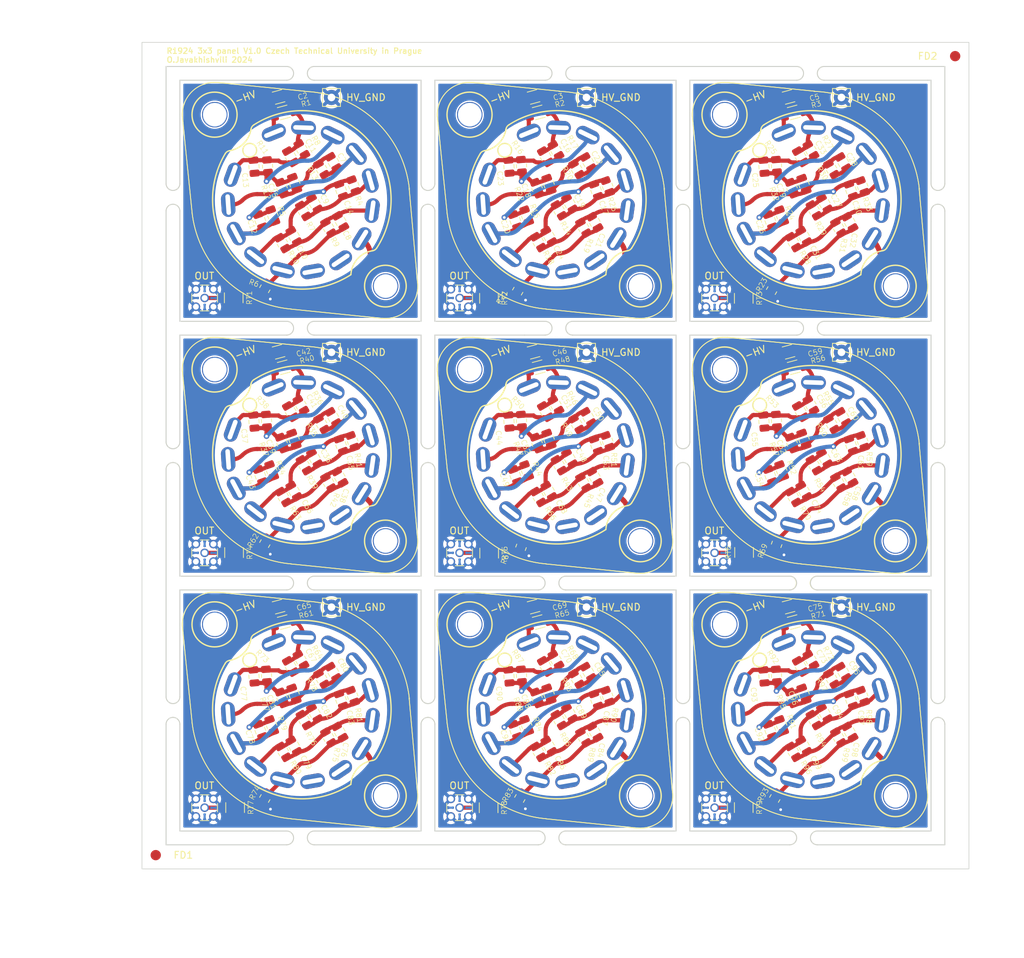
<source format=kicad_pcb>
(kicad_pcb (version 20221018) (generator pcbnew)
  (layers (0 "F.Cu" signal) (31 "B.Cu" signal) (34 "B.Paste" user) (35 "F.Paste" user) (36 "B.SilkS" user "B.Silkscreen") (37 "F.SilkS" user "F.Silkscreen") (38 "B.Mask" user) (39 "F.Mask" user) (44 "Edge.Cuts" user))
  (net 0 "")
  (net 1 "Board_0--HV")
  (net 2 "Board_0-GND")
  (net 3 "Board_0-Net-(J1-In)")
  (net 4 "Board_0-Net-(U1-Dy1)")
  (net 5 "Board_0-Net-(U1-Dy10)")
  (net 6 "Board_0-Net-(U1-Dy2)")
  (net 7 "Board_0-Net-(U1-Dy3)")
  (net 8 "Board_0-Net-(U1-Dy4)")
  (net 9 "Board_0-Net-(U1-Dy5)")
  (net 10 "Board_0-Net-(U1-Dy6)")
  (net 11 "Board_0-Net-(U1-Dy7)")
  (net 12 "Board_0-Net-(U1-Dy8)")
  (net 13 "Board_0-Net-(U1-Dy9)")
  (net 14 "Board_1--HV")
  (net 15 "Board_1-Net-(J1-In)")
  (net 16 "Board_1-Net-(U1-Dy1)")
  (net 17 "Board_1-Net-(U1-Dy10)")
  (net 18 "Board_1-Net-(U1-Dy2)")
  (net 19 "Board_1-Net-(U1-Dy3)")
  (net 20 "Board_1-Net-(U1-Dy4)")
  (net 21 "Board_1-Net-(U1-Dy5)")
  (net 22 "Board_1-Net-(U1-Dy6)")
  (net 23 "Board_1-Net-(U1-Dy7)")
  (net 24 "Board_1-Net-(U1-Dy8)")
  (net 25 "Board_1-Net-(U1-Dy9)")
  (net 26 "Board_2--HV")
  (net 27 "Board_2-Net-(J1-In)")
  (net 28 "Board_2-Net-(U1-Dy1)")
  (net 29 "Board_2-Net-(U1-Dy10)")
  (net 30 "Board_2-Net-(U1-Dy2)")
  (net 31 "Board_2-Net-(U1-Dy3)")
  (net 32 "Board_2-Net-(U1-Dy4)")
  (net 33 "Board_2-Net-(U1-Dy5)")
  (net 34 "Board_2-Net-(U1-Dy6)")
  (net 35 "Board_2-Net-(U1-Dy7)")
  (net 36 "Board_2-Net-(U1-Dy8)")
  (net 37 "Board_2-Net-(U1-Dy9)")
  (net 38 "Board_3-Net-(J1-In)")
  (net 39 "Board_3-Net-(U1-Dy1)")
  (net 40 "Board_3-Net-(U1-Dy10)")
  (net 41 "Board_3-Net-(U1-Dy2)")
  (net 42 "Board_3-Net-(U1-Dy3)")
  (net 43 "Board_3-Net-(U1-Dy4)")
  (net 44 "Board_3-Net-(U1-Dy5)")
  (net 45 "Board_3-Net-(U1-Dy6)")
  (net 46 "Board_3-Net-(U1-Dy7)")
  (net 47 "Board_3-Net-(U1-Dy8)")
  (net 48 "Board_3-Net-(U1-Dy9)")
  (net 49 "Board_4-Net-(J1-In)")
  (net 50 "Board_4-Net-(U1-Dy1)")
  (net 51 "Board_4-Net-(U1-Dy10)")
  (net 52 "Board_4-Net-(U1-Dy2)")
  (net 53 "Board_4-Net-(U1-Dy3)")
  (net 54 "Board_4-Net-(U1-Dy4)")
  (net 55 "Board_4-Net-(U1-Dy5)")
  (net 56 "Board_4-Net-(U1-Dy6)")
  (net 57 "Board_4-Net-(U1-Dy7)")
  (net 58 "Board_4-Net-(U1-Dy8)")
  (net 59 "Board_4-Net-(U1-Dy9)")
  (net 60 "Board_5-Net-(J1-In)")
  (net 61 "Board_5-Net-(U1-Dy1)")
  (net 62 "Board_5-Net-(U1-Dy10)")
  (net 63 "Board_5-Net-(U1-Dy2)")
  (net 64 "Board_5-Net-(U1-Dy3)")
  (net 65 "Board_5-Net-(U1-Dy4)")
  (net 66 "Board_5-Net-(U1-Dy5)")
  (net 67 "Board_5-Net-(U1-Dy6)")
  (net 68 "Board_5-Net-(U1-Dy7)")
  (net 69 "Board_5-Net-(U1-Dy8)")
  (net 70 "Board_5-Net-(U1-Dy9)")
  (net 71 "Board_6-Net-(J1-In)")
  (net 72 "Board_6-Net-(U1-Dy1)")
  (net 73 "Board_6-Net-(U1-Dy10)")
  (net 74 "Board_6-Net-(U1-Dy2)")
  (net 75 "Board_6-Net-(U1-Dy3)")
  (net 76 "Board_6-Net-(U1-Dy4)")
  (net 77 "Board_6-Net-(U1-Dy5)")
  (net 78 "Board_6-Net-(U1-Dy6)")
  (net 79 "Board_6-Net-(U1-Dy7)")
  (net 80 "Board_6-Net-(U1-Dy8)")
  (net 81 "Board_6-Net-(U1-Dy9)")
  (net 82 "Board_7-Net-(J1-In)")
  (net 83 "Board_7-Net-(U1-Dy1)")
  (net 84 "Board_7-Net-(U1-Dy10)")
  (net 85 "Board_7-Net-(U1-Dy2)")
  (net 86 "Board_7-Net-(U1-Dy3)")
  (net 87 "Board_7-Net-(U1-Dy4)")
  (net 88 "Board_7-Net-(U1-Dy5)")
  (net 89 "Board_7-Net-(U1-Dy6)")
  (net 90 "Board_7-Net-(U1-Dy7)")
  (net 91 "Board_7-Net-(U1-Dy8)")
  (net 92 "Board_7-Net-(U1-Dy9)")
  (net 93 "Board_8-Net-(J1-In)")
  (net 94 "Board_8-Net-(U1-Dy1)")
  (net 95 "Board_8-Net-(U1-Dy10)")
  (net 96 "Board_8-Net-(U1-Dy2)")
  (net 97 "Board_8-Net-(U1-Dy3)")
  (net 98 "Board_8-Net-(U1-Dy4)")
  (net 99 "Board_8-Net-(U1-Dy5)")
  (net 100 "Board_8-Net-(U1-Dy6)")
  (net 101 "Board_8-Net-(U1-Dy7)")
  (net 102 "Board_8-Net-(U1-Dy8)")
  (net 103 "Board_8-Net-(U1-Dy9)")
  (footprint "Capacitor_SMD:C_0805_2012Metric" (layer "F.Cu") (at 121.574925 53.175002 120)
    (fp_text reference "C10")
    (fp_text value "10n")
  )
  (footprint "Capacitor_SMD:C_0805_2012Metric" (layer "F.Cu") (at 124.573125 85.425152 -60)
    (fp_text reference "C36")
    (fp_text value "10n")
  )
  (footprint "Capacitor_SMD:C_1206_3216Metric" (layer "F.Cu") (at 156.323275 69.923352 -165)
    (fp_text reference "C46")
    (fp_text value "47p")
  )
  (footprint "Resistor_SMD:R_0805_2012Metric" (layer "F.Cu") (at 117.573125 116.925302 95)
    (fp_text reference "R73")
    (fp_text value "330k")
  )
  (footprint "Capacitor_SMD:C_1206_3216Metric" (layer "F.Cu") (at 193.325225 32.923202 -165)
    (fp_text reference "C5")
    (fp_text value "47p")
  )
  (footprint "Capacitor_SMD:C_0805_2012Metric" (layer "F.Cu") (at 202.393427 83.473436 110)
    (fp_text reference "C61")
    (fp_text value "47p")
  )
  (footprint "Resistor_SMD:R_0805_2012Metric" (layer "F.Cu") (at 167.073275 119.923502 110)
    (fp_text reference "R90")
    (fp_text value "330k")
  )
  (footprint "Capacitor_SMD:C_0805_2012Metric" (layer "F.Cu") (at 202.211816 51.126915 120)
    (fp_text reference "C32")
    (fp_text value "10n")
  )
  (footprint "mousebites:mouse-bite-2mm-slot" (layer "F.Cu") (at 122.499775 66.5)
    (fp_text reference "mouse-bite-2mm-slot" hide)
    (fp_text value "VAL**" hide)
  )
  (footprint "Connector_Pin:Pin_D1.1mm_L8.5mm_W2.5mm_FlatFork" (layer "F.Cu") (at 163.999775 32.9982)
    (fp_text reference "HV_GND")
    (fp_text value "Pin_D1.1mm_L8.5mm_W2.5mm_FlatFork")
  )
  (footprint "Resistor_SMD:R_0805_2012Metric" (layer "F.Cu") (at 154.323275 134.774865 60)
    (fp_text reference "R83")
    (fp_text value "330k")
  )
  (footprint "Resistor_SMD:R_0805_2012Metric" (layer "F.Cu") (at 126.574925 51.925002 120)
    (fp_text reference "R9")
    (fp_text value "330k")
  )
  (footprint "Resistor_SMD:R_0805_2012Metric" (layer "F.Cu") (at 157.014317 91.006805 120)
    (fp_text reference "R66")
    (fp_text value "330k")
  )
  (footprint "Resistor_SMD:R_0805_2012Metric" (layer "F.Cu") (at 196.573425 114.673502 120)
    (fp_text reference "R72")
    (fp_text value "330k")
  )
  (footprint "Resistor_SMD:R_1210_3225Metric" (layer "F.Cu") (at 186.871175 99.0524 90)
    (fp_text reference "RT6")
    (fp_text value "50")
  )
  (footprint "Resistor_SMD:R_0805_2012Metric" (layer "F.Cu") (at 123.019107 86.392835 -60)
    (fp_text reference "R39")
    (fp_text value "330k")
  )
  (footprint "Resistor_SMD:R_0805_2012Metric" (layer "F.Cu") (at 122.573125 114.675302 120)
    (fp_text reference "R64")
    (fp_text value "330k")
  )
  (footprint "Resistor_SMD:R_0805_2012Metric" (layer "F.Cu") (at 163.573275 88.923352 120)
    (fp_text reference "R45")
    (fp_text value "330k")
  )
  (footprint "Capacitor_SMD:C_0805_2012Metric" (layer "F.Cu") (at 165.211666 51.126915 120)
    (fp_text reference "C21")
    (fp_text value "10n")
  )
  (footprint "Capacitor_SMD:C_0805_2012Metric" (layer "F.Cu") (at 121.573125 90.175152 120)
    (fp_text reference "C66")
    (fp_text value "10n")
  )
  (footprint "Capacitor_SMD:C_0805_2012Metric" (layer "F.Cu") (at 164.269348 42.452665 120)
    (fp_text reference "C22")
    (fp_text value "47p")
  )
  (footprint "Resistor_SMD:R_0805_2012Metric" (layer "F.Cu") (at 199.575225 43.423202 120)
    (fp_text reference "R30")
    (fp_text value "330k")
  )
  (footprint "Capacitor_SMD:C_0805_2012Metric" (layer "F.Cu") (at 195.07215 115.60687 120)
    (fp_text reference "C73")
    (fp_text value "47p")
  )
  (footprint "Connector_Coaxial:MMCX_Molex_73415-1471_Vertical" (layer "F.Cu") (at 182.596775 62.1114)
    (fp_text reference "OUT")
    (fp_text value "MMCX_Molex_73415-1471_Vertical")
  )
  (footprint "Connector_Coaxial:MMCX_Molex_73415-1471_Vertical" (layer "F.Cu") (at 145.594975 99.1114)
    (fp_text reference "OUT")
    (fp_text value "MMCX_Molex_73415-1471_Vertical")
  )
  (footprint "E2924:E2924" (layer "F.Cu") (at 159.323275 84.923352 -45)
    (fp_text reference "U2x2" hide)
    (fp_text value "~")
  )
  (footprint "Resistor_SMD:R_0805_2012Metric" (layer "F.Cu") (at 122.573125 77.675152 120)
    (fp_text reference "R36")
    (fp_text value "330k")
  )
  (footprint "Resistor_SMD:R_0805_2012Metric" (layer "F.Cu") (at 193.825225 46.173202 110)
    (fp_text reference "R32")
    (fp_text value "330k")
  )
  (footprint "Resistor_SMD:R_0805_2012Metric" (layer "F.Cu") (at 119.824925 46.175002 110)
    (fp_text reference "R12")
    (fp_text value "330k")
  )
  (footprint "Resistor_SMD:R_0805_2012Metric" (layer "F.Cu") (at 130.073125 119.925302 110)
    (fp_text reference "R81")
    (fp_text value "330k")
  )
  (footprint "Resistor_SMD:R_0805_2012Metric" (layer "F.Cu") (at 159.573275 114.673502 120)
    (fp_text reference "R68")
    (fp_text value "330k")
  )
  (footprint "Resistor_SMD:R_0805_2012Metric" (layer "F.Cu") (at 156.825075 46.173202 110)
    (fp_text reference "R22")
    (fp_text value "330k")
  )
  (footprint "Resistor_SMD:R_0805_2012Metric" (layer "F.Cu") (at 125.574925 43.425002 120)
    (fp_text reference "R13")
    (fp_text value "330k")
  )
  (footprint "Resistor_SMD:R_1210_3225Metric" (layer "F.Cu") (at 112.813175 62.0878 -90)
    (fp_text reference "RT1")
    (fp_text value "50")
  )
  (footprint "Capacitor_SMD:C_0805_2012Metric" (layer "F.Cu") (at 128.393127 83.475236 110)
    (fp_text reference "C35")
    (fp_text value "47p")
  )
  (footprint "Resistor_SMD:R_0805_2012Metric" (layer "F.Cu") (at 191.575225 42.923202 95)
    (fp_text reference "R25")
    (fp_text value "330k")
  )
  (footprint "Capacitor_SMD:C_1206_3216Metric" (layer "F.Cu") (at 156.325075 32.923202 -165)
    (fp_text reference "C3")
    (fp_text value "47p")
  )
  (footprint "Resistor_SMD:R_1206_3216Metric" (layer "F.Cu") (at 120.074925 35.175002 -165)
    (fp_text reference "R1")
    (fp_text value "990k")
  )
  (footprint "Resistor_SMD:R_0805_2012Metric" (layer "F.Cu") (at 130.224775 45.8 110)
    (fp_text reference "R4")
    (fp_text value "330k")
  )
  (footprint "Resistor_SMD:R_0805_2012Metric" (layer "F.Cu") (at 118.499775 50.15 110)
    (fp_text reference "R5")
    (fp_text value "330k")
  )
  (footprint "Resistor_SMD:R_0805_2012Metric" (layer "F.Cu") (at 192.323425 124.173502 110)
    (fp_text reference "R91")
    (fp_text value "330k")
  )
  (footprint "Capacitor_SMD:C_1206_3216Metric" (layer "F.Cu") (at 119.323125 106.925302 -165)
    (fp_text reference "C65")
    (fp_text value "47p")
  )
  (footprint "Resistor_SMD:R_0805_2012Metric" (layer "F.Cu") (at 200.573425 88.923352 120)
    (fp_text reference "R58")
    (fp_text value "330k")
  )
  (footprint "Resistor_SMD:R_0805_2012Metric" (layer "F.Cu") (at 159.575075 40.673202 120)
    (fp_text reference "R17")
    (fp_text value "330k")
  )
  (footprint "Capacitor_SMD:C_0805_2012Metric" (layer "F.Cu") (at 158.573275 127.173502 120)
    (fp_text reference "C86")
    (fp_text value "10n")
  )
  (footprint "Capacitor_SMD:C_0805_2012Metric" (layer "F.Cu") (at 158.573275 90.173352 120)
    (fp_text reference "C68")
    (fp_text value "10n")
  )
  (footprint "Fiducial:Fiducial_1.5mm_Mask3mm" (layer "F.Cu") (at 101.499775 143)
    (fp_text reference "FD1")
    (fp_text value "Fiducial_1.5mm_Mask3mm")
  )
  (footprint "Resistor_SMD:R_0805_2012Metric" (layer "F.Cu") (at 191.573425 79.923352 95)
    (fp_text reference "R53")
    (fp_text value "330k")
  )
  (footprint "Connector_Wire:SolderWirePad_1x01_SMD_1x2mm" (layer "F.Cu") (at 152.997975 71.4982 20)
    (fp_text reference "-HV")
    (fp_text value "SolderWirePad_1x01_SMD_1x2mm")
  )
  (footprint "Capacitor_SMD:C_0805_2012Metric" (layer "F.Cu") (at 153.672419 87.897691 110)
    (fp_text reference "C49")
    (fp_text value "47p")
  )
  (footprint "Resistor_SMD:R_1206_3216Metric" (layer "F.Cu") (at 120.073125 109.175302 -165)
    (fp_text reference "R61")
    (fp_text value "990k")
  )
  (footprint "Resistor_SMD:R_1206_3216Metric" (layer "F.Cu") (at 157.073275 109.173502 -165)
    (fp_text reference "R65")
    (fp_text value "990k")
  )
  (footprint "Resistor_SMD:R_1210_3225Metric" (layer "F.Cu") (at 112.862175 99.0796 -90)
    (fp_text reference "RT4")
    (fp_text value "50")
  )
  (footprint "Capacitor_SMD:C_0805_2012Metric" (layer "F.Cu") (at 115.757653 80.053844 95)
    (fp_text reference "C37")
    (fp_text value "47p")
  )
  (footprint "Resistor_SMD:R_0805_2012Metric" (layer "F.Cu") (at 117.573125 79.925152 95)
    (fp_text reference "R38")
    (fp_text value "330k")
  )
  (footprint "Resistor_SMD:R_0805_2012Metric" (layer "F.Cu") (at 154.502175 98.3158 70)
    (fp_text reference "R67")
    (fp_text value "330k")
  )
  (footprint "Resistor_SMD:R_1206_3216Metric" (layer "F.Cu") (at 157.073275 72.173352 -165)
    (fp_text reference "R48")
    (fp_text value "990k")
  )
  (footprint "Capacitor_SMD:C_0805_2012Metric" (layer "F.Cu") (at 195.573425 90.173352 120)
    (fp_text reference "C74")
    (fp_text value "10n")
  )
  (footprint "Resistor_SMD:R_0805_2012Metric" (layer "F.Cu") (at 197.021207 49.390885 -60)
    (fp_text reference "R29")
    (fp_text value "330k")
  )
  (footprint "mousebites:mouse-bite-2mm-slot" (layer "F.Cu") (at 214.999775 47.5 90)
    (fp_text reference "mouse-bite-2mm-slot" hide)
    (fp_text value "VAL**" hide)
  )
  (footprint "Resistor_SMD:R_0805_2012Metric" (layer "F.Cu") (at 162.573275 80.423352 120)
    (fp_text reference "R49")
    (fp_text value "330k")
  )
  (footprint "Capacitor_SMD:C_0805_2012Metric" (layer "F.Cu") (at 116.672269 87.899491 110)
    (fp_text reference "C43")
    (fp_text value "47p")
  )
  (footprint "Resistor_SMD:R_0805_2012Metric" (layer "F.Cu") (at 163.573275 125.923502 120)
    (fp_text reference "R89")
    (fp_text value "330k")
  )
  (footprint "Capacitor_SMD:C_0805_2012Metric" (layer "F.Cu") (at 158.072 115.60687 120)
    (fp_text reference "C70")
    (fp_text value "47p")
  )
  (footprint "Resistor_SMD:R_0805_2012Metric" (layer "F.Cu") (at 200.575225 51.923202 120)
    (fp_text reference "R31")
    (fp_text value "330k")
  )
  (footprint "Capacitor_SMD:C_0805_2012Metric" (layer "F.Cu") (at 124.573125 122.425302 -60)
    (fp_text reference "C82")
    (fp_text value "10n")
  )
  (footprint "Resistor_SMD:R_0805_2012Metric" (layer "F.Cu") (at 163.575075 51.923202 120)
    (fp_text reference "R19")
    (fp_text value "330k")
  )
  (footprint "Resistor_SMD:R_0805_2012Metric" (layer "F.Cu") (at 122.699775 40.525 120)
    (fp_text reference "R8")
    (fp_text value "330k")
  )
  (footprint "E2924:E2924" (layer "F.Cu") (at 122.323125 84.925152 -45)
    (fp_text reference "U2x1" hide)
    (fp_text value "~")
  )
  (footprint "Resistor_SMD:R_1210_3225Metric" (layer "F.Cu") (at 186.820375 136.095 -90)
    (fp_text reference "RT9")
    (fp_text value "50")
  )
  (footprint "Capacitor_SMD:C_0805_2012Metric" (layer "F.Cu") (at 161.575075 48.423202 -60)
    (fp_text reference "C19")
    (fp_text value "10n")
  )
  (footprint "Connector_Pin:Pin_D1.1mm_L8.5mm_W2.5mm_FlatFork" (layer "F.Cu") (at 200.997975 106.9982)
    (fp_text reference "HV_GND")
    (fp_text value "Pin_D1.1mm_L8.5mm_W2.5mm_FlatFork")
  )
  (footprint "mousebites:mouse-bite-2mm-slot" (layer "F.Cu") (at 195.441975 103.5)
    (fp_text reference "mouse-bite-2mm-slot" hide)
    (fp_text value "VAL**" hide)
  )
  (footprint "Capacitor_SMD:C_0805_2012Metric" (layer "F.Cu") (at 121.573125 127.175302 120)
    (fp_text reference "C79")
    (fp_text value "10n")
  )
  (footprint "Connector_Coaxial:MMCX_Molex_73415-1471_Vertical" (layer "F.Cu") (at 182.594975 136.1114)
    (fp_text reference "OUT")
    (fp_text value "MMCX_Molex_73415-1471_Vertical")
  )
  (footprint "E2924:E2924" (layer "F.Cu") (at 196.325225 47.923202 -45)
    (fp_text reference "U1x3" hide)
    (fp_text value "~")
  )
  (footprint "Capacitor_SMD:C_0805_2012Metric" (layer "F.Cu") (at 165.209866 88.127065 120)
    (fp_text reference "C47")
    (fp_text value "10n")
  )
  (footprint "Resistor_SMD:R_1206_3216Metric" (layer "F.Cu") (at 120.073125 72.175152 -165)
    (fp_text reference "R40")
    (fp_text value "990k")
  )
  (footprint "Resistor_SMD:R_0805_2012Metric" (layer "F.Cu") (at 204.073425 119.923502 110)
    (fp_text reference "R98")
    (fp_text value "330k")
  )
  (footprint "Capacitor_SMD:C_0805_2012Metric" (layer "F.Cu") (at 164.267548 79.452815 120)
    (fp_text reference "C50")
    (fp_text value "47p")
  )
  (footprint "Capacitor_SMD:C_0805_2012Metric" (layer "F.Cu") (at 158.072 78.60672 120)
    (fp_text reference "C51")
    (fp_text value "47p")
  )
  (footprint "Resistor_SMD:R_0805_2012Metric" (layer "F.Cu") (at 125.573125 117.425302 120)
    (fp_text reference "R78")
    (fp_text value "330k")
  )
  (footprint "mousebites:mouse-bite-2mm-slot" (layer "F.Cu") (at 159.999775 29.5)
    (fp_text reference "mouse-bite-2mm-slot" hide)
    (fp_text value "VAL**" hide)
  )
  (footprint "E2924:E2924" (layer "F.Cu") (at 196.323425 121.923502 -45)
    (fp_text reference "U3x3" hide)
    (fp_text value "~")
  )
  (footprint "Resistor_SMD:R_0805_2012Metric" (layer "F.Cu") (at 120.014167 128.008755 120)
    (fp_text reference "R80")
    (fp_text value "330k")
  )
  (footprint "mousebites:mouse-bite-2mm-slot" (layer "F.Cu") (at 158.999775 103.5)
    (fp_text reference "mouse-bite-2mm-slot" hide)
    (fp_text value "VAL**" hide)
  )
  (footprint "Capacitor_SMD:C_1206_3216Metric" (layer "F.Cu") (at 119.324925 32.925002 -165)
    (fp_text reference "C2")
    (fp_text value "47p")
  )
  (footprint "Capacitor_SMD:C_0805_2012Metric" (layer "F.Cu") (at 195.557607 119.616804 110)
    (fp_text reference "C96")
    (fp_text value "47p")
  )
  (footprint "Connector_Wire:SolderWirePad_1x01_SMD_1x2mm" (layer "F.Cu") (at 152.999775 34.4982 20)
    (fp_text reference "-HV")
    (fp_text value "SolderWirePad_1x01_SMD_1x2mm")
  )
  (footprint "Capacitor_SMD:C_0805_2012Metric" (layer "F.Cu") (at 127.299775 42.425 120)
    (fp_text reference "C7")
    (fp_text value "47p")
  )
  (footprint "Capacitor_SMD:C_0805_2012Metric" (layer "F.Cu") (at 152.757803 80.052044 95)
    (fp_text reference "C44")
    (fp_text value "47p")
  )
  (footprint "Capacitor_SMD:C_0805_2012Metric" (layer "F.Cu") (at 158.575075 53.173202 120)
    (fp_text reference "C24")
    (fp_text value "10n")
  )
  (footprint "mousebites:mouse-bite-2mm-slot" (layer "F.Cu") (at 177.999775 85 90)
    (fp_text reference "mouse-bite-2mm-slot" hide)
    (fp_text value "VAL**" hide)
  )
  (footprint "Connector_Wire:SolderWirePad_1x01_SMD_1x2mm" (layer "F.Cu") (at 189.997975 108.4982 20)
    (fp_text reference "-HV")
    (fp_text value "SolderWirePad_1x01_SMD_1x2mm")
  )
  (footprint "Resistor_SMD:R_0805_2012Metric" (layer "F.Cu") (at 199.573425 117.423502 120)
    (fp_text reference "R97")
    (fp_text value "330k")
  )
  (footprint "Capacitor_SMD:C_0805_2012Metric" (layer "F.Cu") (at 195.575225 53.173202 120)
    (fp_text reference "C31")
    (fp_text value "10n")
  )
  (footprint "Resistor_SMD:R_0805_2012Metric" (layer "F.Cu") (at 162.575075 43.423202 120)
    (fp_text reference "R20")
    (fp_text value "330k")
  )
  (footprint "Capacitor_SMD:C_1206_3216Metric" (layer "F.Cu") (at 156.323275 106.923502 -165)
    (fp_text reference "C69")
    (fp_text value "47p")
  )
  (footprint "Capacitor_SMD:C_0805_2012Metric" (layer "F.Cu") (at 116.674069 50.899341 110)
    (fp_text reference "C12")
    (fp_text value "47p")
  )
  (footprint "Connector_Pin:Pin_D1.1mm_L8.5mm_W2.5mm_FlatFork" (layer "F.Cu") (at 126.997975 70)
    (fp_text reference "HV_GND")
    (fp_text value "Pin_D1.1mm_L8.5mm_W2.5mm_FlatFork")
  )
  (footprint "Capacitor_SMD:C_0805_2012Metric" (layer "F.Cu") (at 158.0738 41.60657 120)
    (fp_text reference "C16")
    (fp_text value "47p")
  )
  (footprint "Capacitor_SMD:C_0805_2012Metric" (layer "F.Cu") (at 128.209716 88.128865 120)
    (fp_text reference "C38")
    (fp_text value "10n")
  )
  (footprint "Capacitor_SMD:C_0805_2012Metric" (layer "F.Cu") (at 121.557307 119.618604 110)
    (fp_text reference "C81")
    (fp_text value "47p")
  )
  (footprint "Resistor_SMD:R_0805_2012Metric" (layer "F.Cu") (at 204.075225 45.923202 110)
    (fp_text reference "R33")
    (fp_text value "330k")
  )
  (footprint "Resistor_SMD:R_0805_2012Metric" (layer "F.Cu") (at 117.324925 60.776365 60)
    (fp_text reference "R6")
    (fp_text value "330k")
  )
  (footprint "Capacitor_SMD:C_0805_2012Metric" (layer "F.Cu") (at 189.757953 80.052044 95)
    (fp_text reference "C55")
    (fp_text value "47p")
  )
  (footprint "mousebites:mouse-bite-2mm-slot" (layer "F.Cu") (at 214.999775 85 90)
    (fp_text reference "mouse-bite-2mm-slot" hide)
    (fp_text value "VAL**" hide)
  )
  (footprint "Capacitor_SMD:C_0805_2012Metric" (layer "F.Cu") (at 121.07185 78.60852 120)
    (fp_text reference "C41")
    (fp_text value "47p")
  )
  (footprint "Resistor_SMD:R_0805_2012Metric" (layer "F.Cu") (at 155.325075 50.173202 110)
    (fp_text reference "R15")
    (fp_text value "330k")
  )
  (footprint "mousebites:mouse-bite-2mm-slot" (layer "F.Cu") (at 122.499775 140.5)
    (fp_text reference "mouse-bite-2mm-slot" hide)
    (fp_text value "VAL**" hide)
  )
  (footprint "Capacitor_SMD:C_0805_2012Metric" (layer "F.Cu") (at 201.267698 79.452815 120)
    (fp_text reference "C60")
    (fp_text value "47p")
  )
  (footprint "Capacitor_SMD:C_0805_2012Metric" (layer "F.Cu") (at 128.394927 46.475086 110)
    (fp_text reference "C14")
    (fp_text value "47p")
  )
  (footprint "mousebites:mouse-bite-2mm-slot" (layer "F.Cu") (at 122.499775 29.5)
    (fp_text reference "mouse-bite-2mm-slot" hide)
    (fp_text value "VAL**" hide)
  )
  (footprint "mousebites:mouse-bite-2mm-slot" (layer "F.Cu") (at 122.499775 103.5)
    (fp_text reference "mouse-bite-2mm-slot" hide)
    (fp_text value "VAL**" hide)
  )
  (footprint "Connector_Coaxial:MMCX_Molex_73415-1471_Vertical" (layer "F.Cu") (at 108.594975 136.1132)
    (fp_text reference "OUT")
    (fp_text value "MMCX_Molex_73415-1471_Vertical")
  )
  (footprint "Capacitor_SMD:C_0805_2012Metric" (layer "F.Cu") (at 116.672269 124.899641 110)
    (fp_text reference "C78")
    (fp_text value "47p")
  )
  (footprint "Resistor_SMD:R_0805_2012Metric" (layer "F.Cu") (at 192.323425 87.173352 110)
    (fp_text reference "R52")
    (fp_text value "330k")
  )
  (footprint "Capacitor_SMD:C_0805_2012Metric" (layer "F.Cu") (at 195.07395 41.60657 120)
    (fp_text reference "C33")
    (fp_text value "47p")
  )
  (footprint "Capacitor_SMD:C_0805_2012Metric" (layer "F.Cu") (at 198.575225 48.423202 -60)
    (fp_text reference "C27")
    (fp_text value "10n")
  )
  (footprint "mousebites:mouse-bite-2mm-slot" (layer "F.Cu") (at 103.999775 85 90)
    (fp_text reference "mouse-bite-2mm-slot" hide)
    (fp_text value "VAL**" hide)
  )
  (footprint "Connector_Pin:Pin_D1.1mm_L8.5mm_W2.5mm_FlatFork" (layer "F.Cu") (at 126.999775 33)
    (fp_text reference "HV_GND")
    (fp_text value "Pin_D1.1mm_L8.5mm_W2.5mm_FlatFork")
  )
  (footprint "Capacitor_SMD:C_0805_2012Metric" (layer "F.Cu") (at 201.269498 42.452665 120)
    (fp_text reference "C28")
    (fp_text value "47p")
  )
  (footprint "Resistor_SMD:R_0805_2012Metric" (layer "F.Cu") (at 194.014467 128.006955 120)
    (fp_text reference "R96")
    (fp_text value "330k")
  )
  (footprint "Resistor_SMD:R_0805_2012Metric" (layer "F.Cu") (at 196.573425 77.673352 120)
    (fp_text reference "R55")
    (fp_text value "330k")
  )
  (footprint "Connector_Pin:Pin_D1.1mm_L8.5mm_W2.5mm_FlatFork" (layer "F.Cu") (at 163.997975 69.9982)
    (fp_text reference "HV_GND")
    (fp_text value "Pin_D1.1mm_L8.5mm_W2.5mm_FlatFork")
  )
  (footprint "Capacitor_SMD:C_0805_2012Metric" (layer "F.Cu") (at 202.210016 125.127215 120)
    (fp_text reference "C98")
    (fp_text value "10n")
  )
  (footprint "Capacitor_SMD:C_0805_2012Metric" (layer "F.Cu") (at 127.267398 116.454765 120)
    (fp_text reference "C80")
    (fp_text value "47p")
  )
  (footprint "Capacitor_SMD:C_0805_2012Metric" (layer "F.Cu") (at 165.209866 125.127215 120)
    (fp_text reference "C84")
    (fp_text value "10n")
  )
  (footprint "mousebites:mouse-bite-2mm-slot" (layer "F.Cu") (at 140.999775 122 90)
    (fp_text reference "mouse-bite-2mm-slot" hide)
    (fp_text value "VAL**" hide)
  )
  (footprint "Capacitor_SMD:C_0805_2012Metric" (layer "F.Cu") (at 202.393427 120.473586 110)
    (fp_text reference "C97")
    (fp_text value "47p")
  )
  (footprint "E2924:E2924" (layer "F.Cu") (at 122.323125 121.925302 -45)
    (fp_text reference "U3x1" hide)
    (fp_text value "~")
  )
  (footprint "Resistor_SMD:R_1210_3225Metric" (layer "F.Cu") (at 149.855775 62.1622 -90)
    (fp_text reference "RT2")
    (fp_text value "50")
  )
  (footprint "Capacitor_SMD:C_0805_2012Metric" (layer "F.Cu") (at 153.672419 124.897841 110)
    (fp_text reference "C91")
    (fp_text value "47p")
  )
  (footprint "Connector_Pin:Pin_D1.1mm_L8.5mm_W2.5mm_FlatFork" (layer "F.Cu") (at 163.997975 106.9982)
    (fp_text reference "HV_GND")
    (fp_text value "Pin_D1.1mm_L8.5mm_W2.5mm_FlatFork")
  )
  (footprint "Resistor_SMD:R_0805_2012Metric" (layer "F.Cu") (at 154.575075 42.923202 95)
    (fp_text reference "R16")
    (fp_text value "330k")
  )
  (footprint "Capacitor_SMD:C_0805_2012Metric" (layer "F.Cu") (at 121.07365 41.60837 120)
    (fp_text reference "C11")
    (fp_text value "47p")
  )
  (footprint "E2924:E2924" (layer "F.Cu") (at 122.324925 47.925002 -45)
    (fp_text reference "U1x1" hide)
    (fp_text value "~")
  )
  (footprint "Capacitor_SMD:C_0805_2012Metric" (layer "F.Cu") (at 121.557307 82.618454 110)
    (fp_text reference "C39")
    (fp_text value "47p")
  )
  (footprint "mousebites:mouse-bite-2mm-slot" (layer "F.Cu") (at 103.999775 47.5 90)
    (fp_text reference "mouse-bite-2mm-slot" hide)
    (fp_text value "VAL**" hide)
  )
  (footprint "Capacitor_SMD:C_0805_2012Metric" (layer "F.Cu") (at 115.757653 117.053994 95)
    (fp_text reference "C77")
    (fp_text value "47p")
  )
  (footprint "Capacitor_SMD:C_0805_2012Metric" (layer "F.Cu") (at 201.267698 116.452965 120)
    (fp_text reference "C95")
    (fp_text value "47p")
  )
  (footprint "Connector_Wire:SolderWirePad_1x01_SMD_1x2mm" (layer "F.Cu") (at 189.999775 34.4982 20)
    (fp_text reference "-HV")
    (fp_text value "SolderWirePad_1x01_SMD_1x2mm")
  )
  (footprint "Capacitor_SMD:C_0805_2012Metric" (layer "F.Cu") (at 128.209716 125.129015 120)
    (fp_text reference "C76")
    (fp_text value "10n")
  )
  (footprint "Capacitor_SMD:C_0805_2012Metric" (layer "F.Cu") (at 189.757953 117.052194 95)
    (fp_text reference "C93")
    (fp_text value "47p")
  )
  (footprint "Capacitor_SMD:C_0805_2012Metric" (layer "F.Cu") (at 158.557457 82.616654 110)
    (fp_text reference "C52")
    (fp_text value "47p")
  )
  (footprint "Capacitor_SMD:C_0805_2012Metric" (layer "F.Cu") (at 165.393277 83.473436 110)
    (fp_text reference "C53")
    (fp_text value "47p")
  )
  (footprint "Capacitor_SMD:C_0805_2012Metric" (layer "F.Cu") (at 198.573425 85.423352 -60)
    (fp_text reference "C63")
    (fp_text value "10n")
  )
  (footprint "Resistor_SMD:R_0805_2012Metric" (layer "F.Cu") (at 204.073425 82.923352 110)
    (fp_text reference "R59")
    (fp_text value "330k")
  )
  (footprint "mousebites:mouse-bite-2mm-slot" (layer "F.Cu") (at 196.499775 66.5)
    (fp_text reference "mouse-bite-2mm-slot" hide)
    (fp_text value "VAL**" hide)
  )
  (footprint "Resistor_SMD:R_0805_2012Metric" (layer "F.Cu") (at 193.823425 120.173502 110)
    (fp_text reference "R95")
    (fp_text value "330k")
  )
  (footprint "Resistor_SMD:R_0805_2012Metric" (layer "F.Cu") (at 118.323125 87.175152 110)
    (fp_text reference "R34")
    (fp_text value "330k")
  )
  (footprint "Capacitor_SMD:C_0805_2012Metric" (layer "F.Cu") (at 190.672569 124.897841 110)
    (fp_text reference "C92")
    (fp_text value "47p")
  )
  (footprint "Connector_Coaxial:MMCX_Molex_73415-1471_Vertical" (layer "F.Cu") (at 182.594975 99.1114)
    (fp_text reference "OUT")
    (fp_text value "MMCX_Molex_73415-1471_Vertical")
  )
  (footprint "Resistor_SMD:R_0805_2012Metric" (layer "F.Cu") (at 154.573275 116.923502 95)
    (fp_text reference "R87")
    (fp_text value "330k")
  )
  (footprint "Resistor_SMD:R_0805_2012Metric" (layer "F.Cu") (at 196.575225 40.673202 120)
    (fp_text reference "R27")
    (fp_text value "330k")
  )
  (footprint "Connector_Coaxial:MMCX_Molex_73415-1471_Vertical" (layer "F.Cu") (at 108.596775 62.1132)
    (fp_text reference "OUT")
    (fp_text value "MMCX_Molex_73415-1471_Vertical")
  )
  (footprint "E2924:E2924" (layer "F.Cu") (at 159.325075 47.923202 -45)
    (fp_text reference "U1x2" hide)
    (fp_text value "~")
  )
  (footprint "Capacitor_SMD:C_0805_2012Metric" (layer "F.Cu") (at 121.07185 115.60867 120)
    (fp_text reference "C67")
    (fp_text value "47p")
  )
  (footprint "Resistor_SMD:R_0805_2012Metric" (layer "F.Cu") (at 119.823125 120.175302 110)
    (fp_text reference "R77")
    (fp_text value "330k")
  )
  (footprint "Connector_Wire:SolderWirePad_1x01_SMD_1x2mm" (layer "F.Cu") (at 115.997975 108.5 20)
    (fp_text reference "-HV")
    (fp_text value "SolderWirePad_1x01_SMD_1x2mm")
  )
  (footprint "Connector_Coaxial:MMCX_Molex_73415-1471_Vertical" (layer "F.Cu") (at 145.596775 62.1114)
    (fp_text reference "OUT")
    (fp_text value "MMCX_Molex_73415-1471_Vertical")
  )
  (footprint "Capacitor_SMD:C_0805_2012Metric" (layer "F.Cu") (at 127.267398 79.454615 120)
    (fp_text reference "C40")
    (fp_text value "47p")
  )
  (footprint "Resistor_SMD:R_0805_2012Metric" (layer "F.Cu") (at 192.325225 50.173202 110)
    (fp_text reference "R24")
    (fp_text value "330k")
  )
  (footprint "mousebites:mouse-bite-2mm-slot" (layer "F.Cu") (at 214.999775 122 90)
    (fp_text reference "mouse-bite-2mm-slot" hide)
    (fp_text value "VAL**" hide)
  )
  (footprint "Capacitor_SMD:C_1206_3216Metric" (layer "F.Cu") (at 193.323425 69.923352 -165)
    (fp_text reference "C59")
    (fp_text value "47p")
  )
  (footprint "Resistor_SMD:R_0805_2012Metric" (layer "F.Cu") (at 160.019257 123.391185 -60)
    (fp_text reference "R86")
    (fp_text value "330k")
  )
  (footprint "Resistor_SMD:R_0805_2012Metric" (layer "F.Cu") (at 117.323125 134.776665 60)
    (fp_text reference "R74")
    (fp_text value "330k")
  )
  (footprint "Resistor_SMD:R_0805_2012Metric" (layer "F.Cu") (at 122.924775 49.475 -60)
    (fp_text reference "R7")
    (fp_text value "330k")
  )
  (footprint "Resistor_SMD:R_0805_2012Metric" (layer "F.Cu") (at 197.019407 123.391185 -60)
    (fp_text reference "R94")
    (fp_text value "330k")
  )
  (footprint "Capacitor_SMD:C_0805_2012Metric" (layer "F.Cu") (at 202.210016 88.127065 120)
    (fp_text reference "C58")
    (fp_text value "10n")
  )
  (footprint "mousebites:mouse-bite-2mm-slot" (layer "F.Cu") (at 159.999775 66.5)
    (fp_text reference "mouse-bite-2mm-slot" hide)
    (fp_text value "VAL**" hide)
  )
  (footprint "Resistor_SMD:R_0805_2012Metric" (layer "F.Cu") (at 155.323275 124.173502 110)
    (fp_text reference "R84")
    (fp_text value "330k")
  )
  (footprint "Resistor_SMD:R_0805_2012Metric" (layer "F.Cu") (at 162.573275 117.423502 120)
    (fp_text reference "R85")
    (fp_text value "330k")
  )
  (footprint "Resistor_SMD:R_0805_2012Metric" (layer "F.Cu") (at 118.323125 124.175302 110)
    (fp_text reference "R79")
    (fp_text value "330k")
  )
  (footprint "Resistor_SMD:R_0805_2012Metric" (layer "F.Cu") (at 190.860775 61.0446 60)
    (fp_text reference "R23")
    (fp_text value "330k")
  )
  (footprint "Resistor_SMD:R_0805_2012Metric" (layer "F.Cu") (at 197.019407 86.391035 -60)
    (fp_text reference "R54")
    (fp_text value "330k")
  )
  (footprint "Resistor_SMD:R_0805_2012Metric" (layer "F.Cu") (at 160.021057 49.390885 -60)
    (fp_text reference "R14")
    (fp_text value "330k")
  )
  (footprint "Resistor_SMD:R_0805_2012Metric" (layer "F.Cu") (at 123.019107 123.392985 -60)
    (fp_text reference "R76")
    (fp_text value "330k")
  )
  (footprint "Resistor_SMD:R_0805_2012Metric" (layer "F.Cu") (at 154.021375 61.1208 60)
    (fp_text reference "R21")
    (fp_text value "330k")
  )
  (footprint "Resistor_SMD:R_0805_2012Metric" (layer "F.Cu") (at 155.323275 87.173352 110)
    (fp_text reference "R44")
    (fp_text value "330k")
  )
  (footprint "mousebites:mouse-bite-2mm-slot" (layer "F.Cu") (at 103.999775 122 90)
    (fp_text reference "mouse-bite-2mm-slot" hide)
    (fp_text value "VAL**" hide)
  )
  (footprint "Capacitor_SMD:C_0805_2012Metric" (layer "F.Cu") (at 198.573425 122.423502 -60)
    (fp_text reference "C94")
    (fp_text value "10n")
  )
  (footprint "Resistor_SMD:R_1206_3216Metric" (layer "F.Cu") (at 157.075075 35.173202 -165)
    (fp_text reference "R2")
    (fp_text value "990k")
  )
  (footprint "Capacitor_SMD:C_0805_2012Metric" (layer "F.Cu") (at 124.574925 48.425002 -60)
    (fp_text reference "C9")
    (fp_text value "10n")
  )
  (footprint "Resistor_SMD:R_0805_2012Metric" (layer "F.Cu") (at 119.823125 83.175152 110)
    (fp_text reference "R37")
    (fp_text value "330k")
  )
  (footprint "Resistor_SMD:R_0805_2012Metric" (layer "F.Cu") (at 191.595575 97.884 70)
    (fp_text reference "R69")
    (fp_text value "330k")
  )
  (footprint "Capacitor_SMD:C_0805_2012Metric" (layer "F.Cu") (at 128.324775 51 120)
    (fp_text reference "C8")
    (fp_text value "10n")
  )
  (footprint "Capacitor_SMD:C_0805_2012Metric" (layer "F.Cu") (at 189.759753 43.051894 95)
    (fp_text reference "C25")
    (fp_text value "47p")
  )
  (footprint "mousebites:mouse-bite-2mm-slot" (layer "F.Cu") (at 195.499775 140.5)
    (fp_text reference "mouse-bite-2mm-slot" hide)
    (fp_text value "VAL**" hide)
  )
  (footprint "Resistor_SMD:R_0805_2012Metric" (layer "F.Cu") (at 160.019257 86.391035 -60)
    (fp_text reference "R43")
    (fp_text value "330k")
  )
  (footprint "Connector_Pin:Pin_D1.1mm_L8.5mm_W2.5mm_FlatFork" (layer "F.Cu") (at 200.997975 69.9982)
    (fp_text reference "HV_GND")
    (fp_text value "Pin_D1.1mm_L8.5mm_W2.5mm_FlatFork")
  )
  (footprint "Resistor_SMD:R_1210_3225Metric" (layer "F.Cu") (at 149.803175 136.1204 -90)
    (fp_text reference "RT8")
    (fp_text value "50")
  )
  (footprint "mousebites:mouse-bite-2mm-slot" (layer "F.Cu") (at 177.999775 47.5 90)
    (fp_text reference "mouse-bite-2mm-slot" hide)
    (fp_text value "VAL**" hide)
  )
  (footprint "Resistor_SMD:R_0805_2012Metric" (layer "F.Cu") (at 199.573425 80.423352 120)
    (fp_text reference "R60")
    (fp_text value "330k")
  )
  (footprint "Capacitor_SMD:C_0805_2012Metric" (layer "F.Cu") (at 158.557457 119.616804 110)
    (fp_text reference "C88")
    (fp_text value "47p")
  )
  (footprint "Capacitor_SMD:C_0805_2012Metric" (layer "F.Cu") (at 152.757803 117.052194 95)
    (fp_text reference "C90")
    (fp_text value "47p")
  )
  (footprint "Resistor_SMD:R_1206_3216Metric" (layer "F.Cu") (at 194.073425 109.173502 -165)
    (fp_text reference "R71")
    (fp_text value "990k")
  )
  (footprint "Capacitor_SMD:C_0805_2012Metric" (layer "F.Cu") (at 190.672569 87.897691 110)
    (fp_text reference "C54")
    (fp_text value "47p")
  )
  (footprint "Capacitor_SMD:C_0805_2012Metric" (layer "F.Cu") (at 190.674369 50.897541 110)
    (fp_text reference "C26")
    (fp_text value "47p")
  )
  (footprint "Resistor_SMD:R_0805_2012Metric" (layer "F.Cu") (at 117.323125 97.776515 60)
    (fp_text reference "R62")
    (fp_text value "330k")
  )
  (footprint "Capacitor_SMD:C_0805_2012Metric" (layer "F.Cu") (at 161.573275 122.423502 -60)
    (fp_text reference "C89")
    (fp_text value "10n")
  )
  (footprint "Connector_Coaxial:MMCX_Molex_73415-1471_Vertical" (layer "F.Cu") (at 108.594975 99.1132)
    (fp_text reference "OUT")
    (fp_text value "MMCX_Molex_73415-1471_Vertical")
  )
  (footprint "Resistor_SMD:R_0805_2012Metric" (layer "F.Cu") (at 120.014167 91.008605 120)
    (fp_text reference "R63")
    (fp_text value "330k")
  )
  (footprint "Resistor_SMD:R_0805_2012Metric" (layer "F.Cu") (at 200.573425 125.923502 120)
    (fp_text reference "R99")
    (fp_text value "330k")
  )
  (footprint "Resistor_SMD:R_0805_2012Metric" (layer "F.Cu") (at 191.323425 134.774865 60)
    (fp_text reference "R93")
    (fp_text value "330k")
  )
  (footprint "Resistor_SMD:R_0805_2012Metric" (layer "F.Cu") (at 117.724775 42.975 95)
    (fp_text reference "R11")
    (fp_text value "330k")
  )
  (footprint "Capacitor_SMD:C_0805_2012Metric" (layer "F.Cu") (at 128.393127 120.475386 110)
    (fp_text reference "C83")
    (fp_text value "47p")
  )
  (footprint "Connector_Pin:Pin_D1.1mm_L8.5mm_W2.5mm_FlatFork" (layer "F.Cu") (at 200.999775 32.9982)
    (fp_text reference "HV_GND")
    (fp_text value "Pin_D1.1mm_L8.5mm_W2.5mm_FlatFork")
  )
  (footprint "Resistor_SMD:R_1206_3216Metric" (layer "F.Cu") (at 194.075225 35.173202 -165)
    (fp_text reference "R3")
    (fp_text value "990k")
  )
  (footprint "Fiducial:Fiducial_1.5mm_Mask3mm" (layer "F.Cu") (at 217.499775 27)
    (fp_text reference "FD2")
    (fp_text value "Fiducial_1.5mm_Mask3mm")
  )
  (footprint "E2924:E2924" (layer "F.Cu") (at 196.323425 84.923352 -45)
    (fp_text reference "U2x3" hide)
    (fp_text value "~")
  )
  (footprint "Resistor_SMD:R_0805_2012Metric" (layer "F.Cu") (at 154.573275 79.923352 95)
    (fp_text reference "R50")
    (fp_text value "330k")
  )
  (footprint "Resistor_SMD:R_0805_2012Metric" (layer "F.Cu") (at 126.573125 125.925302 120)
    (fp_text reference "R75")
    (fp_text value "330k")
  )
  (footprint "Resistor_SMD:R_0805_2012Metric" (layer "F.Cu") (at 194.014467 91.006805 120)
    (fp_text reference "R70")
    (fp_text value "330k")
  )
  (footprint "Resistor_SMD:R_0805_2012Metric" (layer "F.Cu") (at 191.573425 116.923502 95)
    (fp_text reference "R92")
    (fp_text value "330k")
  )
  (footprint "Connector_Wire:SolderWirePad_1x01_SMD_1x2mm" (layer "F.Cu") (at 115.999775 34.5 20)
    (fp_text reference "-HV")
    (fp_text value "SolderWirePad_1x01_SMD_1x2mm")
  )
  (footprint "Capacitor_SMD:C_1206_3216Metric" (layer "F.Cu") (at 119.323125 69.925152 -165)
    (fp_text reference "C42")
    (fp_text value "47p")
  )
  (footprint "Resistor_SMD:R_0805_2012Metric" (layer "F.Cu") (at 193.823425 83.173352 110)
    (fp_text reference "R57")
    (fp_text value "330k")
  )
  (footprint "Connector_Coaxial:MMCX_Molex_73415-1471_Vertical" (layer "F.Cu") (at 145.594975 136.1114)
    (fp_text reference "OUT")
    (fp_text value "MMCX_Molex_73415-1471_Vertical")
  )
  (footprint "Capacitor_SMD:C_1206_3216Metric" (layer "F.Cu") (at 193.323425 106.923502 -165)
    (fp_text reference "C75")
    (fp_text value "47p")
  )
  (footprint "Resistor_SMD:R_1210_3225Metric" (layer "F.Cu") (at 149.879375 99.154 -90)
    (fp_text reference "RT5")
    (fp_text value "50")
  )
  (footprint "Capacitor_SMD:C_0805_2012Metric" (layer "F.Cu") (at 158.559257 45.616504 110)
    (fp_text reference "C18")
    (fp_text value "47p")
  )
  (footprint "Capacitor_SMD:C_0805_2012Metric" (layer "F.Cu") (at 164.267548 116.452965 120)
    (fp_text reference "C85")
    (fp_text value "47p")
  )
  (footprint "Capacitor_SMD:C_0805_2012Metric" (layer "F.Cu") (at 195.559407 45.616504 110)
    (fp_text reference "C29")
    (fp_text value "47p")
  )
  (footprint "Capacitor_SMD:C_0805_2012Metric" (layer "F.Cu") (at 152.759603 43.051894 95)
    (fp_text reference "C23")
    (fp_text value "47p")
  )
  (footprint "mousebites:mouse-bite-2mm-slot" (layer "F.Cu") (at 177.999775 122 90)
    (fp_text reference "mouse-bite-2mm-slot" hide)
    (fp_text value "VAL**" hide)
  )
  (footprint "Resistor_SMD:R_0805_2012Metric" (layer "F.Cu") (at 167.073275 82.923352 110)
    (fp_text reference "R51")
    (fp_text value "330k")
  )
  (footprint "Resistor_SMD:R_0805_2012Metric" (layer "F.Cu") (at 157.014317 128.006955 120)
    (fp_text reference "R82")
    (fp_text value "330k")
  )
  (footprint "Capacitor_SMD:C_0805_2012Metric" (layer "F.Cu") (at 195.07215 78.60672 120)
    (fp_text reference "C56")
    (fp_text value "47p")
  )
  (footprint "Capacitor_SMD:C_0805_2012Metric" (layer "F.Cu") (at 121.649775 45.475 110)
    (fp_text reference "C15")
    (fp_text value "47p")
  )
  (footprint "Resistor_SMD:R_1206_3216Metric" (layer "F.Cu") (at 194.073425 72.173352 -165)
    (fp_text reference "R56")
    (fp_text value "990k")
  )
  (footprint "Resistor_SMD:R_0805_2012Metric" (layer "F.Cu") (at 125.573125 80.425152 120)
    (fp_text reference "R35")
    (fp_text value "330k")
  )
  (footprint "Resistor_SMD:R_0805_2012Metric" (layer "F.Cu") (at 156.823275 83.173352 110)
    (fp_text reference "R47")
    (fp_text value "330k")
  )
  (footprint "Resistor_SMD:R_1210_3225Metric" (layer "F.Cu") (at 186.822175 62.1622 -90)
    (fp_text reference "RT3")
    (fp_text value "50")
  )
  (footprint "Capacitor_SMD:C_0805_2012Metric" (layer "F.Cu") (at 195.573425 127.173502 120)
    (fp_text reference "C99")
    (fp_text value "10n")
  )
  (footprint "Capacitor_SMD:C_0805_2012Metric" (layer "F.Cu") (at 161.573275 85.423352 -60)
    (fp_text reference "C48")
    (fp_text value "10n")
  )
  (footprint "Resistor_SMD:R_0805_2012Metric" (layer "F.Cu") (at 159.573275 77.673352 120)
    (fp_text reference "R46")
    (fp_text value "330k")
  )
  (footprint "Resistor_SMD:R_0805_2012Metric" (layer "F.Cu") (at 119.874775 54.15 120)
    (fp_text reference "R10")
    (fp_text value "330k")
  )
  (footprint "mousebites:mouse-bite-2mm-slot" (layer "F.Cu") (at 158.999775 140.5)
    (fp_text reference "mouse-bite-2mm-slot" hide)
    (fp_text value "VAL**" hide)
  )
  (footprint "Resistor_SMD:R_0805_2012Metric" (layer "F.Cu") (at 167.075075 45.923202 110)
    (fp_text reference "R26")
    (fp_text value "330k")
  )
  (footprint "Connector_Wire:SolderWirePad_1x01_SMD_1x2mm" (layer "F.Cu") (at 115.997975 71.5 20)
    (fp_text reference "-HV")
    (fp_text value "SolderWirePad_1x01_SMD_1x2mm")
  )
  (footprint "Connector_Pin:Pin_D1.1mm_L8.5mm_W2.5mm_FlatFork" (layer "F.Cu") (at 126.997975 107)
    (fp_text reference "HV_GND")
    (fp_text value "Pin_D1.1mm_L8.5mm_W2.5mm_FlatFork")
  )
  (footprint "Capacitor_SMD:C_0805_2012Metric" (layer "F.Cu") (at 202.395227 46.473286 110)
    (fp_text reference "C30")
    (fp_text value "47p")
  )
  (footprint "Connector_Wire:SolderWirePad_1x01_SMD_1x2mm" (layer "F.Cu") (at 189.997975 71.4982 20)
    (fp_text reference "-HV")
    (fp_text value "SolderWirePad_1x01_SMD_1x2mm")
  )
  (footprint "mousebites:mouse-bite-2mm-slot" (layer "F.Cu") (at 140.999775 47.5 90)
    (fp_text reference "mouse-bite-2mm-slot" hide)
    (fp_text value "VAL**" hide)
  )
  (footprint "Capacitor_SMD:C_0805_2012Metric" (layer "F.Cu") (at 153.674219 50.897541 110)
    (fp_text reference "C20")
    (fp_text value "47p")
  )
  (footprint "Capacitor_SMD:C_0805_2012Metric" (layer "F.Cu") (at 165.393277 120.473586 110)
    (fp_text reference "C87")
    (fp_text value "47p")
  )
  (footprint "Capacitor_SMD:C_0805_2012Metric" (layer "F.Cu") (at 195.557607 82.616654 110)
    (fp_text reference "C62")
    (fp_text value "47p")
  )
  (footprint "Resistor_SMD:R_0805_2012Metric" (layer "F.Cu") (at 157.016117 54.006655 120)
    (fp_text reference "R18")
    (fp_text value "330k")
  )
  (footprint "Capacitor_SMD:C_0805_2012Metric" (layer "F.Cu") (at 115.759453 43.053694 95)
    (fp_text reference "C13")
    (fp_text value "47p")
  )
  (footprint "Capacitor_SMD:C_0805_2012Metric" (layer "F.Cu") (at 165.395077 46.473286 110)
    (fp_text reference "C17")
    (fp_text value "47p")
  )
  (footprint "mousebites:mouse-bite-2mm-slot" (layer "F.Cu") (at 140.999775 85 90)
    (fp_text reference "mouse-bite-2mm-slot" hide)
    (fp_text value "VAL**" hide)
  )
  (footprint "mousebites:mouse-bite-2mm-slot" (layer "F.Cu") (at 196.499775 29.5)
    (fp_text reference "mouse-bite-2mm-slot" hide)
    (fp_text value "VAL**" hide)
  )
  (footprint "Resistor_SMD:R_1210_3225Metric" (layer "F.Cu") (at 113.014575 136.0968 -90)
    (fp_text reference "RT7")
    (fp_text value "50")
  )
  (footprint "E2924:E2924" (layer "F.Cu") (at 159.323275 121.923502 -45)
    (fp_text reference "U3x2" hide)
    (fp_text value "~")
  )
  (footprint "Resistor_SMD:R_0805_2012Metric" (layer "F.Cu") (at 126.573125 88.925152 120)
    (fp_text reference "R42")
    (fp_text value "330k")
  )
  (footprint "Connector_Wire:SolderWirePad_1x01_SMD_1x2mm" (layer "F.Cu") (at 152.997975 108.4982 20)
    (fp_text reference "-HV")
    (fp_text value "SolderWirePad_1x01_SMD_1x2mm")
  )
  (footprint "Resistor_SMD:R_0805_2012Metric" (layer "F.Cu") (at 156.823275 120.173502 110)
    (fp_text reference "R88")
    (fp_text value "330k")
  )
  (footprint "Resistor_SMD:R_0805_2012Metric" (layer "F.Cu") (at 130.073125 82.925152 110)
    (fp_text reference "R41")
    (fp_text value "330k")
  )
  (footprint "Resistor_SMD:R_0805_2012Metric" (layer "F.Cu") (at 194.016267 54.006655 120)
    (fp_text reference "R28")
    (fp_text value "330k")
  )
  (gr_line (start 213.999775 81.5) (end 213.999775 67.5) (stroke (width 0.15)) (layer "Edge.Cuts"))
  (gr_line (start 215.999775 87) (end 215.999775 120) (stroke (width 0.15)) (layer "Edge.Cuts"))
  (gr_line (start 213.999775 44) (end 213.999775 45.5) (stroke (width 0.15)) (layer "Edge.Cuts"))
  (gr_line (start 156.999775 139.5) (end 150.999775 139.5) (stroke (width 0.15)) (layer "Edge.Cuts"))
  (gr_line (start 104.999775 49.5) (end 104.999775 65.5) (stroke (width 0.15)) (layer "Edge.Cuts"))
  (gr_arc (start 156.999775 139.5) (mid 157.999775 140.5) (end 156.999775 141.5) (stroke (width 0.15)) (layer "Edge.Cuts"))
  (gr_arc (start 178.999775 45.5) (mid 177.999775 46.5) (end 176.999775 45.5) (stroke (width 0.15)) (layer "Edge.Cuts"))
  (gr_line (start 124.499775 102.5) (end 125.999775 102.5) (stroke (width 0.15)) (layer "Edge.Cuts"))
  (gr_line (start 198.499775 30.5) (end 213.499775 30.5) (stroke (width 0.15)) (layer "Edge.Cuts"))
  (gr_line (start 176.999775 45.5) (end 176.999775 44) (stroke (width 0.15)) (layer "Edge.Cuts"))
  (gr_arc (start 198.499775 67.5) (mid 197.499775 66.5) (end 198.499775 65.5) (stroke (width 0.15)) (layer "Edge.Cuts"))
  (gr_arc (start 104.999775 120) (mid 103.999775 121) (end 102.999775 120) (stroke (width 0.15)) (layer "Edge.Cuts"))
  (gr_line (start 178.999775 87) (end 178.999775 102.5) (stroke (width 0.15)) (layer "Edge.Cuts"))
  (gr_line (start 120.499775 67.5) (end 104.999775 67.5) (stroke (width 0.15)) (layer "Edge.Cuts"))
  (gr_line (start 124.499775 28.5) (end 157.999775 28.5) (stroke (width 0.15)) (layer "Edge.Cuts"))
  (gr_line (start 141.999775 45.5) (end 141.999775 30.5) (stroke (width 0.15)) (layer "Edge.Cuts"))
  (gr_line (start 176.999775 139.5) (end 160.999775 139.5) (stroke (width 0.15)) (layer "Edge.Cuts"))
  (gr_line (start 162.999775 65.5) (end 161.999775 65.5) (stroke (width 0.15)) (layer "Edge.Cuts"))
  (gr_line (start 176.999775 69) (end 176.999775 83) (stroke (width 0.15)) (layer "Edge.Cuts"))
  (gr_line (start 178.999775 67.5) (end 178.999775 83) (stroke (width 0.15)) (layer "Edge.Cuts"))
  (gr_arc (start 124.499775 67.5) (mid 123.499775 66.5) (end 124.499775 65.5) (stroke (width 0.15)) (layer "Edge.Cuts"))
  (gr_arc (start 104.999775 45.5) (mid 103.999775 46.5) (end 102.999775 45.5) (stroke (width 0.15)) (layer "Edge.Cuts"))
  (gr_line (start 193.499775 139.5) (end 178.999775 139.5) (stroke (width 0.15)) (layer "Edge.Cuts"))
  (gr_line (start 124.499775 139.5) (end 125.999775 139.5) (stroke (width 0.15)) (layer "Edge.Cuts"))
  (gr_line (start 178.999775 104.5) (end 193.499775 104.5) (stroke (width 0.15)) (layer "Edge.Cuts"))
  (gr_line (start 213.499775 30.5) (end 213.999775 30.5) (stroke (width 0.15)) (layer "Edge.Cuts"))
  (gr_line (start 191.999775 65.5) (end 194.499775 65.5) (stroke (width 0.15)) (layer "Edge.Cuts"))
  (gr_line (start 124.499775 65.5) (end 139.999775 65.5) (stroke (width 0.15)) (layer "Edge.Cuts"))
  (gr_arc (start 176.999775 87) (mid 177.999775 86) (end 178.999775 87) (stroke (width 0.15)) (layer "Edge.Cuts"))
  (gr_arc (start 160.999775 104.5) (mid 159.999775 103.5) (end 160.999775 102.5) (stroke (width 0.15)) (layer "Edge.Cuts"))
  (gr_line (start 198.499775 65.5) (end 213.999775 65.5) (stroke (width 0.15)) (layer "Edge.Cuts"))
  (gr_arc (start 178.999775 83) (mid 177.999775 84) (end 176.999775 83) (stroke (width 0.15)) (layer "Edge.Cuts"))
  (gr_line (start 141.999775 102.5) (end 155.499775 102.5) (stroke (width 0.15)) (layer "Edge.Cuts"))
  (gr_arc (start 215.999775 120) (mid 214.999775 121) (end 213.999775 120) (stroke (width 0.15)) (layer "Edge.Cuts"))
  (gr_line (start 141.999775 139.5) (end 150.999775 139.5) (stroke (width 0.15)) (layer "Edge.Cuts"))
  (gr_line (start 102.999775 45.5) (end 102.999775 28.5) (stroke (width 0.15)) (layer "Edge.Cuts"))
  (gr_line (start 215.999775 49.5) (end 215.999775 83) (stroke (width 0.15)) (layer "Edge.Cuts"))
  (gr_line (start 213.999775 139.5) (end 198.499775 139.5) (stroke (width 0.15)) (layer "Edge.Cuts"))
  (gr_line (start 176.999775 117) (end 176.999775 120) (stroke (width 0.15)) (layer "Edge.Cuts"))
  (gr_arc (start 102.999775 87) (mid 103.999775 86) (end 104.999775 87) (stroke (width 0.15)) (layer "Edge.Cuts"))
  (gr_arc (start 197.499775 141.5) (mid 196.499775 140.5) (end 197.499775 139.5) (stroke (width 0.15)) (layer "Edge.Cuts"))
  (gr_line (start 176.999775 44) (end 176.999775 30.5) (stroke (width 0.15)) (layer "Edge.Cuts"))
  (gr_line (start 120.499775 104.5) (end 104.999775 104.5) (stroke (width 0.15)) (layer "Edge.Cuts"))
  (gr_line (start 213.999775 30.5) (end 213.999775 44) (stroke (width 0.15)) (layer "Edge.Cuts"))
  (gr_line (start 176.999775 50.5) (end 176.999775 49.5) (stroke (width 0.15)) (layer "Edge.Cuts"))
  (gr_line (start 141.999775 87) (end 141.999775 102.5) (stroke (width 0.15)) (layer "Edge.Cuts"))
  (gr_line (start 141.999775 49.5) (end 141.999775 65.5) (stroke (width 0.15)) (layer "Edge.Cuts"))
  (gr_arc (start 213.999775 49.5) (mid 214.999775 48.5) (end 215.999775 49.5) (stroke (width 0.15)) (layer "Edge.Cuts"))
  (gr_line (start 124.499775 30.5) (end 139.999775 30.5) (stroke (width 0.15)) (layer "Edge.Cuts"))
  (gr_line (start 102.999775 28.5) (end 120.499775 28.5) (stroke (width 0.15)) (layer "Edge.Cuts"))
  (gr_line (start 104.999775 102.5) (end 118.499775 102.5) (stroke (width 0.15)) (layer "Edge.Cuts"))
  (gr_arc (start 176.999775 49.5) (mid 177.999775 48.5) (end 178.999775 49.5) (stroke (width 0.15)) (layer "Edge.Cuts"))
  (gr_line (start 139.999775 30.5) (end 139.999775 45.5) (stroke (width 0.15)) (layer "Edge.Cuts"))
  (gr_line (start 141.999775 120) (end 141.999775 104.5) (stroke (width 0.15)) (layer "Edge.Cuts"))
  (gr_line (start 139.999775 83) (end 139.999775 67.5) (stroke (width 0.15)) (layer "Edge.Cuts"))
  (gr_arc (start 139.999775 49.5) (mid 140.999775 48.5) (end 141.999775 49.5) (stroke (width 0.15)) (layer "Edge.Cuts"))
  (gr_line (start 176.999775 102.5) (end 176.999775 87) (stroke (width 0.15)) (layer "Edge.Cuts"))
  (gr_line (start 193.499775 141.5) (end 160.999775 141.5) (stroke (width 0.15)) (layer "Edge.Cuts"))
  (gr_arc (start 194.499775 65.5) (mid 195.499775 66.5) (end 194.499775 67.5) (stroke (width 0.15)) (layer "Edge.Cuts"))
  (gr_line (start 161.999775 30.5) (end 162.999775 30.5) (stroke (width 0.15)) (layer "Edge.Cuts"))
  (gr_line (start 178.999775 102.5) (end 191.999775 102.5) (stroke (width 0.15)) (layer "Edge.Cuts"))
  (gr_line (start 102.999775 83) (end 102.999775 49.5) (stroke (width 0.15)) (layer "Edge.Cuts"))
  (gr_line (start 139.999775 67.5) (end 124.499775 67.5) (stroke (width 0.15)) (layer "Edge.Cuts"))
  (gr_arc (start 213.999775 87) (mid 214.999775 86) (end 215.999775 87) (stroke (width 0.15)) (layer "Edge.Cuts"))
  (gr_arc (start 120.499775 28.5) (mid 121.499775 29.5) (end 120.499775 30.5) (stroke (width 0.15)) (layer "Edge.Cuts"))
  (gr_arc (start 161.999775 67.5) (mid 160.999775 66.5) (end 161.999775 65.5) (stroke (width 0.15)) (layer "Edge.Cuts"))
  (gr_line (start 176.999775 65.5) (end 176.999775 50.5) (stroke (width 0.15)) (layer "Edge.Cuts"))
  (gr_arc (start 213.999775 124) (mid 214.999775 123) (end 215.999775 124) (stroke (width 0.15)) (layer "Edge.Cuts"))
  (gr_line (start 102.999775 141.5) (end 102.999775 124) (stroke (width 0.15)) (layer "Edge.Cuts"))
  (gr_line (start 213.999775 124) (end 213.999775 139.5) (stroke (width 0.15)) (layer "Edge.Cuts"))
  (gr_arc (start 139.999775 87) (mid 140.999775 86) (end 141.999775 87) (stroke (width 0.15)) (layer "Edge.Cuts"))
  (gr_arc (start 141.999775 83) (mid 140.999775 84) (end 139.999775 83) (stroke (width 0.15)) (layer "Edge.Cuts"))
  (gr_arc (start 157.999775 28.5) (mid 158.999775 29.5) (end 157.999775 30.5) (stroke (width 0.15)) (layer "Edge.Cuts"))
  (gr_line (start 176.999775 124) (end 176.999775 139.5) (stroke (width 0.15)) (layer "Edge.Cuts"))
  (gr_line (start 120.499775 139.5) (end 118.499775 139.5) (stroke (width 0.15)) (layer "Edge.Cuts"))
  (gr_arc (start 124.499775 104.5) (mid 123.499775 103.5) (end 124.499775 102.5) (stroke (width 0.15)) (layer "Edge.Cuts"))
  (gr_arc (start 120.499775 139.5) (mid 121.499775 140.5) (end 120.499775 141.5) (stroke (width 0.15)) (layer "Edge.Cuts"))
  (gr_line (start 104.999775 87) (end 104.999775 102.5) (stroke (width 0.15)) (layer "Edge.Cuts"))
  (gr_line (start 104.999775 65.5) (end 120.499775 65.5) (stroke (width 0.15)) (layer "Edge.Cuts"))
  (gr_line (start 176.999775 30.5) (end 162.999775 30.5) (stroke (width 0.15)) (layer "Edge.Cuts"))
  (gr_arc (start 104.999775 83) (mid 103.999775 84) (end 102.999775 83) (stroke (width 0.15)) (layer "Edge.Cuts"))
  (gr_line (start 178.999775 49.5) (end 178.999775 65.5) (stroke (width 0.15)) (layer "Edge.Cuts"))
  (gr_line (start 178.999775 139.5) (end 178.999775 124) (stroke (width 0.15)) (layer "Edge.Cuts"))
  (gr_line (start 198.499775 102.5) (end 197.499775 102.5) (stroke (width 0.15)) (layer "Edge.Cuts"))
  (gr_line (start 104.999775 124) (end 104.999775 139.5) (stroke (width 0.15)) (layer "Edge.Cuts"))
  (gr_line (start 213.999775 49.5) (end 213.999775 51) (stroke (width 0.15)) (layer "Edge.Cuts"))
  (gr_line (start 160.999775 104.5) (end 176.999775 104.5) (stroke (width 0.15)) (layer "Edge.Cuts"))
  (gr_line (start 176.999775 67.5) (end 176.999775 69) (stroke (width 0.15)) (layer "Edge.Cuts"))
  (gr_line (start 139.999775 120) (end 139.999775 104.5) (stroke (width 0.15)) (layer "Edge.Cuts"))
  (gr_line (start 139.999775 49.5) (end 139.999775 65.5) (stroke (width 0.15)) (layer "Edge.Cuts"))
  (gr_line (start 102.999775 120) (end 102.999775 87) (stroke (width 0.15)) (layer "Edge.Cuts"))
  (gr_rect (start 99.499775 25) (end 219.499775 145) (stroke (width 0.1)) (fill none) (layer "Edge.Cuts"))
  (gr_line (start 154.999775 67.5) (end 157.999775 67.5) (stroke (width 0.15)) (layer "Edge.Cuts"))
  (gr_line (start 213.999775 65.5) (end 213.999775 51) (stroke (width 0.15)) (layer "Edge.Cuts"))
  (gr_line (start 139.999775 104.5) (end 124.499775 104.5) (stroke (width 0.15)) (layer "Edge.Cuts"))
  (gr_line (start 191.999775 102.5) (end 193.499775 102.5) (stroke (width 0.15)) (layer "Edge.Cuts"))
  (gr_line (start 215.999775 124) (end 215.999775 141.5) (stroke (width 0.15)) (layer "Edge.Cuts"))
  (gr_arc (start 160.999775 141.5) (mid 159.999775 140.5) (end 160.999775 139.5) (stroke (width 0.15)) (layer "Edge.Cuts"))
  (gr_arc (start 120.499775 65.5) (mid 121.499775 66.5) (end 120.499775 67.5) (stroke (width 0.15)) (layer "Edge.Cuts"))
  (gr_line (start 139.999775 124) (end 139.999775 139.5) (stroke (width 0.15)) (layer "Edge.Cuts"))
  (gr_arc (start 156.999775 102.5) (mid 157.999775 103.5) (end 156.999775 104.5) (stroke (width 0.15)) (layer "Edge.Cuts"))
  (gr_arc (start 124.499775 30.5) (mid 123.499775 29.5) (end 124.499775 28.5) (stroke (width 0.15)) (layer "Edge.Cuts"))
  (gr_line (start 141.999775 30.5) (end 155.499775 30.5) (stroke (width 0.15)) (layer "Edge.Cuts"))
  (gr_line (start 125.999775 139.5) (end 139.999775 139.5) (stroke (width 0.15)) (layer "Edge.Cuts"))
  (gr_line (start 161.999775 28.5) (end 194.499775 28.5) (stroke (width 0.15)) (layer "Edge.Cuts"))
  (gr_line (start 198.499775 28.5) (end 215.999775 28.5) (stroke (width 0.15)) (layer "Edge.Cuts"))
  (gr_line (start 125.999775 102.5) (end 139.999775 102.5) (stroke (width 0.15)) (layer "Edge.Cuts"))
  (gr_line (start 104.999775 67.5) (end 104.999775 83) (stroke (width 0.15)) (layer "Edge.Cuts"))
  (gr_line (start 197.499775 104.5) (end 213.999775 104.5) (stroke (width 0.15)) (layer "Edge.Cuts"))
  (gr_arc (start 178.999775 120) (mid 177.999775 121) (end 176.999775 120) (stroke (width 0.15)) (layer "Edge.Cuts"))
  (gr_line (start 160.999775 102.5) (end 176.999775 102.5) (stroke (width 0.15)) (layer "Edge.Cuts"))
  (gr_arc (start 193.499775 139.5) (mid 194.499775 140.5) (end 193.499775 141.5) (stroke (width 0.15)) (layer "Edge.Cuts"))
  (gr_line (start 213.999775 81.5) (end 213.999775 83) (stroke (width 0.15)) (layer "Edge.Cuts"))
  (gr_line (start 215.999775 28.5) (end 215.999775 45.5) (stroke (width 0.15)) (layer "Edge.Cuts"))
  (gr_line (start 141.999775 83) (end 141.999775 67.5) (stroke (width 0.15)) (layer "Edge.Cuts"))
  (gr_line (start 120.499775 141.5) (end 102.999775 141.5) (stroke (width 0.15)) (layer "Edge.Cuts"))
  (gr_line (start 104.999775 139.5) (end 118.499775 139.5) (stroke (width 0.15)) (layer "Edge.Cuts"))
  (gr_line (start 198.499775 102.5) (end 213.999775 102.5) (stroke (width 0.15)) (layer "Edge.Cuts"))
  (gr_arc (start 197.499775 104.5) (mid 196.499775 103.5) (end 197.499775 102.5) (stroke (width 0.15)) (layer "Edge.Cuts"))
  (gr_line (start 120.499775 102.5) (end 118.499775 102.5) (stroke (width 0.15)) (layer "Edge.Cuts"))
  (gr_arc (start 215.999775 83) (mid 214.999775 84) (end 213.999775 83) (stroke (width 0.15)) (layer "Edge.Cuts"))
  (gr_line (start 178.999775 65.5) (end 191.999775 65.5) (stroke (width 0.15)) (layer "Edge.Cuts"))
  (gr_arc (start 193.499775 102.5) (mid 194.499775 103.5) (end 193.499775 104.5) (stroke (width 0.15)) (layer "Edge.Cuts"))
  (gr_line (start 178.999775 30.5) (end 194.499775 30.5) (stroke (width 0.15)) (layer "Edge.Cuts"))
  (gr_arc (start 161.999775 30.5) (mid 160.999775 29.5) (end 161.999775 28.5) (stroke (width 0.15)) (layer "Edge.Cuts"))
  (gr_line (start 213.999775 104.5) (end 213.999775 120) (stroke (width 0.15)) (layer "Edge.Cuts"))
  (gr_arc (start 124.499775 141.5) (mid 123.499775 140.5) (end 124.499775 139.5) (stroke (width 0.15)) (layer "Edge.Cuts"))
  (gr_line (start 176.999775 104.5) (end 176.999775 117) (stroke (width 0.15)) (layer "Edge.Cuts"))
  (gr_line (start 161.999775 67.5) (end 176.999775 67.5) (stroke (width 0.15)) (layer "Edge.Cuts"))
  (gr_line (start 155.499775 30.5) (end 157.999775 30.5) (stroke (width 0.15)) (layer "Edge.Cuts"))
  (gr_arc (start 176.999775 124) (mid 177.999775 123) (end 178.999775 124) (stroke (width 0.15)) (layer "Edge.Cuts"))
  (gr_line (start 104.999775 104.5) (end 104.999775 120) (stroke (width 0.15)) (layer "Edge.Cuts"))
  (gr_line (start 194.499775 67.5) (end 178.999775 67.5) (stroke (width 0.15)) (layer "Edge.Cuts"))
  (gr_line (start 154.999775 65.5) (end 157.999775 65.5) (stroke (width 0.15)) (layer "Edge.Cuts"))
  (gr_arc (start 141.999775 45.5) (mid 140.999775 46.5) (end 139.999775 45.5) (stroke (width 0.15)) (layer "Edge.Cuts"))
  (gr_line (start 104.999775 30.5) (end 104.999775 45.5) (stroke (width 0.15)) (layer "Edge.Cuts"))
  (gr_line (start 213.999775 87) (end 213.999775 88) (stroke (width 0.15)) (layer "Edge.Cuts"))
  (gr_line (start 162.999775 65.5) (end 176.999775 65.5) (stroke (width 0.15)) (layer "Edge.Cuts"))
  (gr_line (start 178.999775 120) (end 178.999775 104.5) (stroke (width 0.15)) (layer "Edge.Cuts"))
  (gr_arc (start 139.999775 124) (mid 140.999775 123) (end 141.999775 124) (stroke (width 0.15)) (layer "Edge.Cuts"))
  (gr_arc (start 157.999775 65.5) (mid 158.999775 66.5) (end 157.999775 67.5) (stroke (width 0.15)) (layer "Edge.Cuts"))
  (gr_line (start 215.999775 141.5) (end 197.499775 141.5) (stroke (width 0.15)) (layer "Edge.Cuts"))
  (gr_arc (start 141.999775 120) (mid 140.999775 121) (end 139.999775 120) (stroke (width 0.15)) (layer "Edge.Cuts"))
  (gr_arc (start 120.499775 102.5) (mid 121.499775 103.5) (end 120.499775 104.5) (stroke (width 0.15)) (layer "Edge.Cuts"))
  (gr_arc (start 198.499775 30.5) (mid 197.499775 29.5) (end 198.499775 28.5) (stroke (width 0.15)) (layer "Edge.Cuts"))
  (gr_line (start 198.499775 139.5) (end 197.499775 139.5) (stroke (width 0.15)) (layer "Edge.Cuts"))
  (gr_line (start 141.999775 67.5) (end 154.999775 67.5) (stroke (width 0.15)) (layer "Edge.Cuts"))
  (gr_arc (start 102.999775 49.5) (mid 103.999775 48.5) (end 104.999775 49.5) (stroke (width 0.15)) (layer "Edge.Cuts"))
  (gr_line (start 141.999775 104.5) (end 156.999775 104.5) (stroke (width 0.15)) (layer "Edge.Cuts"))
  (gr_arc (start 215.999775 45.5) (mid 214.999775 46.5) (end 213.999775 45.5) (stroke (width 0.15)) (layer "Edge.Cuts"))
  (gr_line (start 213.999775 67.5) (end 198.499775 67.5) (stroke (width 0.15)) (layer "Edge.Cuts"))
  (gr_line (start 141.999775 65.5) (end 154.999775 65.5) (stroke (width 0.15)) (layer "Edge.Cuts"))
  (gr_arc (start 194.499775 28.5) (mid 195.499775 29.5) (end 194.499775 30.5) (stroke (width 0.15)) (layer "Edge.Cuts"))
  (gr_line (start 141.999775 124) (end 141.999775 139.5) (stroke (width 0.15)) (layer "Edge.Cuts"))
  (gr_line (start 178.999775 45.5) (end 178.999775 30.5) (stroke (width 0.15)) (layer "Edge.Cuts"))
  (gr_line (start 155.499775 102.5) (end 156.999775 102.5) (stroke (width 0.15)) (layer "Edge.Cuts"))
  (gr_line (start 156.999775 141.5) (end 124.499775 141.5) (stroke (width 0.15)) (layer "Edge.Cuts"))
  (gr_line (start 213.999775 102.5) (end 213.999775 88) (stroke (width 0.15)) (layer "Edge.Cuts"))
  (gr_line (start 120.499775 30.5) (end 104.999775 30.5) (stroke (width 0.15)) (layer "Edge.Cuts"))
  (gr_line (start 139.999775 102.5) (end 139.999775 87) (stroke (width 0.15)) (layer "Edge.Cuts"))
  (gr_arc (start 102.999775 124) (mid 103.999775 123) (end 104.999775 124) (stroke (width 0.15)) (layer "Edge.Cuts"))
  (gr_text "R1924 3x3 panel V1.0 Czech Technical University in Prague\nO.Javakhishvili 2024" (at 102.999775 28) (layer "F.SilkS") (effects (font (size 0.8 0.8)) (justify left bottom)))
  (segment (start 191.900484 33.30496) (end 191.900484 33.711916) (width 0.6) (layer "F.Cu") (net 1))
  (segment (start 115.999775 34.5) (end 116.118824 34.5) (width 0.6) (layer "F.Cu") (net 1))
  (segment (start 118.634457 38.112392) (end 118.634457 35.620642) (width 0.6) (layer "F.Cu") (net 1))
  (segment (start 155.634607 38.110592) (end 155.634607 35.618842) (width 0.6) (layer "F.Cu") (net 1))
  (segment (start 117.900184 33.30676) (end 117.900184 33.713716) (width 0.6) (layer "F.Cu") (net 1))
  (segment (start 192.634757 38.110592) (end 192.634757 35.618842) (width 0.6) (layer "F.Cu") (net 1))
  (segment (start 189.999775 34.4982) (end 190.119124 34.4982) (width 0.6) (layer "F.Cu") (net 1))
  (segment (start 152.999775 34.4982) (end 153.118974 34.4982) (width 0.6) (layer "F.Cu") (net 1))
  (segment (start 154.900334 33.30496) (end 154.900334 33.711916) (width 0.6) (layer "F.Cu") (net 1))
  (arc (start 155.634607 35.618842) (mid 155.641833 35.582519) (end 155.662408 35.551725) (width 0.6) (layer "F.Cu") (net 1))
  (arc (start 191.900484 33.711916) (mid 192.09854 34.707613) (end 192.662558 35.551725) (width 0.6) (layer "F.Cu") (net 1))
  (arc (start 117.900184 33.713716) (mid 118.09824 34.709413) (end 118.662258 35.553525) (width 0.6) (layer "F.Cu") (net 1))
  (arc (start 190.119124 34.4982) (mid 191.49562 34.772003) (end 192.662558 35.551725) (width 0.6) (layer "F.Cu") (net 1))
  (arc (start 192.634757 35.618842) (mid 192.641983 35.582519) (end 192.662558 35.551725) (width 0.6) (layer "F.Cu") (net 1))
  (arc (start 118.634457 35.620642) (mid 118.641683 35.584319) (end 118.662258 35.553525) (width 0.6) (layer "F.Cu") (net 1))
  (arc (start 116.118824 34.5) (mid 117.49532 34.773803) (end 118.662258 35.553525) (width 0.6) (layer "F.Cu") (net 1))
  (arc (start 154.900334 33.711916) (mid 155.09839 34.707613) (end 155.662408 35.551725) (width 0.6) (layer "F.Cu") (net 1))
  (arc (start 153.118974 34.4982) (mid 154.49547 34.772003) (end 155.662408 35.551725) (width 0.6) (layer "F.Cu") (net 1))
  (segment (start 192.634757 38.110592) (end 192.134376 38.110592) (width 0.6) (layer "B.Cu") (net 1))
  (segment (start 191.163668 62.593991) (end 191.749793 62.593991) (width 0.6) (layer "F.Cu") (net 2))
  (segment (start 153.565125 61.911048) (end 154.019477 62.3654) (width 0.6) (layer "F.Cu") (net 2))
  (segment (start 116.868675 61.566613) (end 117.567667 62.265605) (width 0.6) (layer "F.Cu") (net 2))
  (segment (start 154.558314 99.5415) (end 155.645175 99.5415) (width 0.6) (layer "F.Cu") (net 2))
  (segment (start 191.950012 99.408) (end 192.662375 99.408) (width 0.6) (layer "F.Cu") (net 2))
  (segment (start 186.871175 97.5899) (end 188.503347 97.5899) (width 0.75) (layer "F.Cu") (net 2))
  (segment (start 190.404525 61.834848) (end 191.163668 62.593991) (width 0.6) (layer "F.Cu") (net 2))
  (segment (start 191.283482 98.74147) (end 191.950012 99.408) (width 0.6) (layer "F.Cu") (net 2))
  (segment (start 190.867175 135.565113) (end 191.701862 136.3998) (width 0.6) (layer "F.Cu") (net 2))
  (segment (start 154.019477 62.3654) (end 155.10302 62.3654) (width 0.6) (layer "F.Cu") (net 2))
  (segment (start 112.813175 60.6253) (end 115.927362 60.6253) (width 0.75) (layer "F.Cu") (net 2))
  (segment (start 155.10302 62.3654) (end 155.160335 62.422715) (width 0.6) (layer "F.Cu") (net 2))
  (segment (start 113.014575 134.6343) (end 114.615349 134.6343) (width 0.75) (layer "F.Cu") (net 2))
  (segment (start 154.575112 136.2732) (end 155.137175 136.2732) (width 0.6) (layer "F.Cu") (net 2))
  (segment (start 149.879375 97.6915) (end 150.612773 97.6915) (width 0.75) (layer "F.Cu") (net 2))
  (segment (start 191.701862 136.3998) (end 192.179775 136.3998) (width 0.6) (layer "F.Cu") (net 2))
  (segment (start 116.866875 98.566763) (end 117.608312 99.3082) (width 0.6) (layer "F.Cu") (net 2))
  (segment (start 149.931975 60.5727) (end 150.334068 60.5727) (width 0.75) (layer "F.Cu") (net 2))
  (segment (start 186.822175 60.6997) (end 187.664036 60.6997) (width 0.75) (layer "F.Cu") (net 2))
  (segment (start 153.867025 135.565113) (end 154.575112 136.2732) (width 0.6) (layer "F.Cu") (net 2))
  (segment (start 186.820375 134.6325) (end 188.615649 134.6325) (width 0.75) (layer "F.Cu") (net 2))
  (segment (start 116.866875 135.566913) (end 117.625362 136.3254) (width 0.6) (layer "F.Cu") (net 2))
  (segment (start 154.190081 99.173267) (end 154.558314 99.5415) (width 0.6) (layer "F.Cu") (net 2))
  (segment (start 115.927362 60.6253) (end 116.868675 61.566613) (width 0.75) (layer "F.Cu") (net 2))
  (segment (start 117.567667 62.265605) (end 118.121765 62.265605) (width 0.6) (layer "F.Cu") (net 2))
  (segment (start 149.803175 134.6579) (end 151.67682 134.6579) (width 0.75) (layer "F.Cu") (net 2))
  (segment (start 117.608312 99.3082) (end 118.119975 99.3082) (width 0.6) (layer "F.Cu") (net 2))
  (segment (start 117.625362 136.3254) (end 118.145375 136.3254) (width 0.6) (layer "F.Cu") (net 2))
  (segment (start 112.862175 97.6171) (end 114.574186 97.6171) (width 0.75) (layer "F.Cu") (net 2))
  (via (at 118.145375 136.3254) (size 0.8) (drill 0.4) (layers "F.Cu" "B.Cu") (net 2))
  (via (at 191.749793 62.593991) (size 0.8) (drill 0.4) (layers "F.Cu" "B.Cu") (net 2))
  (via (at 155.160335 62.422715) (size 0.8) (drill 0.4) (layers "F.Cu" "B.Cu") (net 2))
  (via (at 155.137175 136.2732) (size 0.8) (drill 0.4) (layers "F.Cu" "B.Cu") (net 2))
  (via (at 192.179775 136.3998) (size 0.8) (drill 0.4) (layers "F.Cu" "B.Cu") (net 2))
  (via (at 118.121765 62.265605) (size 0.8) (drill 0.4) (layers "F.Cu" "B.Cu") (net 2))
  (via (at 155.645175 99.5415) (size 0.8) (drill 0.4) (layers "F.Cu" "B.Cu") (net 2))
  (via (at 118.119975 99.3082) (size 0.8) (drill 0.4) (layers "F.Cu" "B.Cu") (net 2))
  (via (at 192.662375 99.408) (size 0.8) (drill 0.4) (layers "F.Cu" "B.Cu") (net 2))
  (arc (start 114.574186 97.6171) (mid 115.81498 97.863909) (end 116.866875 98.566763) (width 0.75) (layer "F.Cu") (net 2))
  (arc (start 188.615649 134.6325) (mid 189.834166 134.874878) (end 190.867175 135.565113) (width 0.75) (layer "F.Cu") (net 2))
  (arc (start 114.615349 134.6343) (mid 115.833866 134.876678) (end 116.866875 135.566913) (width 0.75) (layer "F.Cu") (net 2))
  (arc (start 151.67682 134.6579) (mid 152.86215 134.893677) (end 153.867025 135.565113) (width 0.75) (layer "F.Cu") (net 2))
  (arc (start 150.334068 60.5727) (mid 152.082703 60.920526) (end 153.565125 61.911048) (width 0.75) (layer "F.Cu") (net 2))
  (arc (start 150.612773 97.6915) (mid 152.548798 98.076599) (end 154.190082 99.17327) (width 0.75) (layer "F.Cu") (net 2))
  (arc (start 188.503347 97.5899) (mid 190.007945 97.889183) (end 191.283482 98.74147) (width 0.75) (layer "F.Cu") (net 2))
  (arc (start 187.664036 60.6997) (mid 189.147178 60.994716) (end 190.404525 61.834848) (width 0.75) (layer "F.Cu") (net 2))
  (segment (start 131.872818 54.012527) (end 131.382408 53.522118) (width 0.75) (layer "F.Cu") (net 3))
  (segment (start 112.813175 63.5503) (end 121.336686 63.5503) (width 0.75) (layer "F.Cu") (net 3))
  (segment (start 130.999575 59.5478) (end 131.231694 59.315681) (width 0.75) (layer "F.Cu") (net 3))
  (segment (start 111.441575 62.3418) (end 112.534746 63.434971) (width 0.6) (layer "F.Cu") (net 3))
  (segment (start 131.382408 53.522118) (end 131.895842 54.035552) (width 0.6) (layer "F.Cu") (net 3))
  (segment (start 108.596775 62.1132) (end 110.889686 62.1132) (width 0.6) (layer "F.Cu") (net 3))
  (arc (start 112.534746 63.434971) (mid 112.66249 63.520327) (end 112.813175 63.5503) (width 0.6) (layer "F.Cu") (net 3))
  (arc (start 131.231694 59.315681) (mid 132.28182 57.744057) (end 132.650575 55.8902) (width 0.75) (layer "F.Cu") (net 3))
  (arc (start 110.889686 62.1132) (mid 111.188366 62.172611) (end 111.441575 62.3418) (width 0.6) (layer "F.Cu") (net 3))
  (arc (start 121.336686 63.5503) (mid 126.566204 62.510085) (end 130.999575 59.5478) (width 0.75) (layer "F.Cu") (net 3))
  (arc (start 132.650575 55.8902) (mid 132.448442 54.874011) (end 131.872818 54.012527) (width 0.75) (layer "F.Cu") (net 3))
  (segment (start 121.487592 34.324754) (end 121.487592 34.796479) (width 0.6) (layer "F.Cu") (net 4))
  (segment (start 121.655576 40.347853) (end 122.118675 39.884754) (width 0.6) (layer "F.Cu") (net 4))
  (segment (start 121.487592 34.796479) (end 122.14691 35.455797) (width 0.6) (layer "F.Cu") (net 4))
  (segment (start 122.118675 39.884754) (end 122.118675 39.378934) (width 0.6) (layer "F.Cu") (net 4))
  (arc (start 120.59865 40.785646) (mid 121.170654 40.671867) (end 121.655576 40.347853) (width 0.6) (layer "F.Cu") (net 4))
  (arc (start 122.14691 35.455797) (mid 122.737805 36.340135) (end 122.945301 37.383283) (width 0.6) (layer "F.Cu") (net 4))
  (arc (start 122.118675 39.378934) (mid 122.333508 38.298896) (end 122.945301 37.383283) (width 0.6) (layer "F.Cu") (net 4))
  (arc (start 120.749666 32.543244) (mid 121.295811 33.360607) (end 121.487592 34.324754) (width 0.6) (layer "F.Cu") (net 4))
  (segment (start 118.114137 59.848199) (end 119.890156 58.072181) (width 0.6) (layer "F.Cu") (net 5))
  (segment (start 128.553112 52.084843) (end 128.686516 51.951439) (width 0.6) (layer "F.Cu") (net 5))
  (segment (start 120.381103 57.868824) (end 122.398148 55.851779) (width 0.6) (layer "F.Cu") (net 5))
  (segment (start 124.95283 54.793595) (end 127.031175 52.71525) (width 0.6) (layer "F.Cu") (net 5))
  (arc (start 117.781175 59.986117) (mid 117.961373 59.950273) (end 118.114137 59.848199) (width 0.6) (layer "F.Cu") (net 5))
  (arc (start 122.824925 55.675002) (mid 123.976539 55.445932) (end 124.95283 54.793595) (width 0.6) (layer "F.Cu") (net 5))
  (arc (start 127.031175 52.71525) (mid 127.854841 52.551413) (end 128.553112 52.084843) (width 0.6) (layer "F.Cu") (net 5))
  (arc (start 122.398148 55.851779) (mid 122.593954 55.720945) (end 122.824925 55.675002) (width 0.6) (layer "F.Cu") (net 5))
  (arc (start 119.890156 58.072181) (mid 120.155855 58.01933) (end 120.381103 57.868824) (width 0.6) (layer "F.Cu") (net 5))
  (segment (start 114.074925 42.175002) (end 113.091113 43.158814) (width 0.6) (layer "F.Cu") (net 6))
  (segment (start 122.430679 42.065745) (end 123.031175 41.46525) (width 0.6) (layer "F.Cu") (net 6))
  (segment (start 115.676655 42.107309) (end 117.274893 42.107309) (width 0.6) (layer "F.Cu") (net 6))
  (segment (start 119.324925 42.175002) (end 117.879322 42.175002) (width 0.6) (layer "F.Cu") (net 6))
  (segment (start 115.676655 42.107309) (end 114.23835 42.107309) (width 0.6) (layer "F.Cu") (net 6))
  (segment (start 121.54865 42.431094) (end 119.943185 42.431094) (width 0.6) (layer "F.Cu") (net 6))
  (arc (start 114.23835 42.107309) (mid 114.149905 42.124902) (end 114.074925 42.175002) (width 0.6) (layer "F.Cu") (net 6))
  (arc (start 117.879322 42.175002) (mid 117.671542 42.133672) (end 117.495395 42.015974) (width 0.6) (layer "F.Cu") (net 6))
  (arc (start 117.274893 42.107309) (mid 117.394228 42.083573) (end 117.495395 42.015974) (width 0.6) (layer "F.Cu") (net 6))
  (arc (start 113.091113 43.158814) (mid 112.764784 43.647199) (end 112.650192 44.223291) (width 0.6) (layer "F.Cu") (net 6))
  (arc (start 121.54865 42.431094) (mid 122.026001 42.336143) (end 122.430679 42.065745) (width 0.6) (layer "F.Cu") (net 6))
  (arc (start 119.943185 42.431094) (mid 119.608586 42.364538) (end 119.324925 42.175002) (width 0.6) (layer "F.Cu") (net 6))
  (segment (start 115.842251 44.000079) (end 117.253578 44.000079) (width 0.6) (layer "F.Cu") (net 7))
  (segment (start 117.574925 44.026032) (end 117.574925 45.175002) (width 0.6) (layer "F.Cu") (net 7))
  (segment (start 119.512832 45.317532) (end 119.805129 45.317532) (width 0.6) (layer "F.Cu") (net 7))
  (segment (start 117.654455 43.83403) (end 118.87288 45.052455) (width 0.6) (layer "F.Cu") (net 7))
  (via (at 117.574925 45.175002) (size 0.8) (drill 0.4) (layers "F.Cu" "B.Cu") (net 7))
  (arc (start 117.654455 43.83403) (mid 117.595594 43.922121) (end 117.574925 44.026032) (width 0.6) (layer "F.Cu") (net 7))
  (arc (start 118.87288 45.052455) (mid 119.166492 45.248641) (end 119.512832 45.317532) (width 0.6) (layer "F.Cu") (net 7))
  (arc (start 119.805129 45.317532) (mid 120.57853 45.163693) (end 121.234188 44.725596) (width 0.6) (layer "F.Cu") (net 7))
  (arc (start 117.253578 44.000079) (mid 117.470531 43.956925) (end 117.654455 43.83403) (width 0.6) (layer "F.Cu") (net 7))
  (segment (start 117.574925 45.175002) (end 118.630381 44.119546) (width 0.6) (layer "B.Cu") (net 7))
  (segment (start 124.824925 41.675002) (end 126.579431 39.920496) (width 0.6) (layer "B.Cu") (net 7))
  (segment (start 123.324925 42.175002) (end 123.617819 42.175002) (width 0.6) (layer "B.Cu") (net 7))
  (arc (start 123.617819 42.175002) (mid 124.2711 42.045056) (end 124.824925 41.675002) (width 0.6) (layer "B.Cu") (net 7))
  (arc (start 118.630381 44.119546) (mid 120.784256 42.680373) (end 123.324925 42.175002) (width 0.6) (layer "B.Cu") (net 7))
  (arc (start 126.579431 39.920496) (mid 127.02392 39.255272) (end 127.180004 38.470585) (width 0.6) (layer "B.Cu") (net 7))
  (segment (start 120.137018 47.032472) (end 120.625111 47.032472) (width 0.6) (layer "F.Cu") (net 8))
  (segment (start 116.229683 47.032472) (end 120.137018 47.032472) (width 0.6) (layer "F.Cu") (net 8))
  (segment (start 125.646151 42.107277) (end 125.118675 42.634754) (width 0.6) (layer "F.Cu") (net 8))
  (segment (start 112.011489 48.548443) (end 112.569806 48.548443) (width 0.6) (layer "F.Cu") (net 8))
  (segment (start 123.574925 43.925002) (end 124.68592 42.814007) (width 0.6) (layer "F.Cu") (net 8))
  (segment (start 121.884026 46.511012) (end 122.941986 45.453052) (width 0.6) (layer "F.Cu") (net 8))
  (arc (start 124.68592 42.814007) (mid 124.884469 42.681341) (end 125.118675 42.634754) (width 0.6) (layer "F.Cu") (net 8))
  (arc (start 112.569806 48.548443) (mid 113.384371 48.386416) (end 114.074925 47.925002) (width 0.6) (layer "F.Cu") (net 8))
  (arc (start 120.625111 47.032472) (mid 121.30643 46.89695) (end 121.884026 46.511012) (width 0.6) (layer "F.Cu") (net 8))
  (arc (start 126.794198 41.631741) (mid 126.17288 41.755329) (end 125.646151 42.107277) (width 0.6) (layer "F.Cu") (net 8))
  (arc (start 122.941986 45.453052) (mid 123.41043 44.751977) (end 123.574925 43.925002) (width 0.6) (layer "F.Cu") (net 8))
  (arc (start 114.074925 47.925002) (mid 115.063536 47.264433) (end 116.229683 47.032472) (width 0.6) (layer "F.Cu") (net 8))
  (segment (start 116.34915 50.006633) (end 116.084957 50.006633) (width 0.6) (layer "F.Cu") (net 9))
  (segment (start 116.34915 50.006633) (end 116.349196 50.006633) (width 0.6) (layer "F.Cu") (net 9))
  (segment (start 127.354118 43.667269) (end 127.744198 43.277189) (width 0.6) (layer "F.Cu") (net 9))
  (segment (start 129.060823 42.731825) (end 130.606357 41.186291) (width 0.6) (layer "F.Cu") (net 9))
  (via (at 115.074925 50.425002) (size 0.8) (drill 0.4) (layers "F.Cu" "B.Cu") (net 9))
  (arc (start 127.744198 43.277189) (mid 128.45675 43.135454) (end 129.060823 42.731825) (width 0.6) (layer "F.Cu") (net 9))
  (arc (start 116.349196 50.006633) (mid 117.249549 49.827542) (end 118.012832 49.317532) (width 0.6) (layer "F.Cu") (net 9))
  (arc (start 126.031175 44.21525) (mid 126.747147 44.072834) (end 127.354118 43.667269) (width 0.6) (layer "F.Cu") (net 9))
  (arc (start 116.084957 50.006633) (mid 115.538332 50.115363) (end 115.074925 50.425002) (width 0.6) (layer "F.Cu") (net 9))
  (segment (start 115.074925 50.425002) (end 116.789391 48.710536) (width 0.6) (layer "B.Cu") (net 9))
  (segment (start 127.531715 44.260933) (end 130.606357 41.186291) (width 0.6) (layer "B.Cu") (net 9))
  (arc (start 125.324925 45.175002) (mid 126.519256 44.937438) (end 127.531715 44.260933) (width 0.6) (layer "B.Cu") (net 9))
  (arc (start 116.789391 48.710536) (mid 120.705527 46.093858) (end 125.324925 45.175002) (width 0.6) (layer "B.Cu") (net 9))
  (segment (start 129.312956 45.067532) (end 129.762832 45.067532) (width 0.6) (layer "F.Cu") (net 10))
  (segment (start 118.498601 51.170889) (end 118.637018 51.032472) (width 0.6) (layer "F.Cu") (net 10))
  (segment (start 113.18721 52.759458) (end 114.663457 52.759458) (width 0.6) (layer "F.Cu") (net 10))
  (segment (start 125.824925 46.675002) (end 126.102637 46.39729) (width 0.6) (layer "F.Cu") (net 10))
  (via (at 125.824925 46.675002) (size 0.8) (drill 0.4) (layers "F.Cu" "B.Cu") (net 10))
  (arc (start 116.998988 51.792049) (mid 117.810573 51.630615) (end 118.498601 51.170889) (width 0.6) (layer "F.Cu") (net 10))
  (arc (start 114.663457 52.759458) (mid 115.927437 52.508037) (end 116.998988 51.792049) (width 0.6) (layer "F.Cu") (net 10))
  (arc (start 126.102637 46.39729) (mid 127.005274 45.794167) (end 128.070008 45.582378) (width 0.6) (layer "F.Cu") (net 10))
  (arc (start 128.070008 45.582378) (mid 128.640277 45.201336) (end 129.312956 45.067532) (width 0.6) (layer "F.Cu") (net 10))
  (segment (start 113.18721 52.759458) (end 115.663924 52.759458) (width 0.6) (layer "B.Cu") (net 10))
  (segment (start 117.074925 52.175002) (end 120.276853 48.973074) (width 0.6) (layer "B.Cu") (net 10))
  (arc (start 115.663924 52.759458) (mid 116.427552 52.607563) (end 117.074925 52.175002) (width 0.6) (layer "B.Cu") (net 10))
  (arc (start 120.276853 48.973074) (mid 122.822325 47.272247) (end 125.824925 46.675002) (width 0.6) (layer "B.Cu") (net 10))
  (segment (start 128.719846 47.367794) (end 128.973926 47.367794) (width 0.6) (layer "F.Cu") (net 11))
  (segment (start 124.565541 49.732109) (end 125.049925 49.247726) (width 0.6) (layer "F.Cu") (net 11))
  (segment (start 131.280229 46.412492) (end 132.631886 45.060835) (width 0.6) (layer "F.Cu") (net 11))
  (segment (start 128.105628 47.982013) (end 128.719846 47.367794) (width 0.6) (layer "F.Cu") (net 11))
  (arc (start 130.387018 46.782472) (mid 130.87042 46.686317) (end 131.280229 46.412492) (width 0.6) (layer "F.Cu") (net 11))
  (arc (start 128.973926 47.367794) (mid 129.738685 47.215675) (end 130.387018 46.782472) (width 0.6) (layer "F.Cu") (net 11))
  (arc (start 125.049925 49.247726) (mid 126.703659 48.918778) (end 128.105628 47.982013) (width 0.6) (layer "F.Cu") (net 11))
  (arc (start 123.477157 50.182933) (mid 124.066186 50.065768) (end 124.565541 49.732109) (width 0.6) (layer "F.Cu") (net 11))
  (segment (start 118.074925 54.175002) (end 118.658369 53.591558) (width 0.6) (layer "F.Cu") (net 12))
  (segment (start 116.226161 56.023767) (end 118.074925 54.175002) (width 0.6) (layer "F.Cu") (net 12))
  (segment (start 121.074925 52.291923) (end 121.074925 50.925002) (width 0.6) (layer "F.Cu") (net 12))
  (segment (start 120.710784 52.74142) (end 121.099925 52.352278) (width 0.6) (layer "F.Cu") (net 12))
  (segment (start 121.663827 49.503267) (end 122.564657 48.602437) (width 0.6) (layer "F.Cu") (net 12))
  (segment (start 123.478145 48.224058) (end 124.099925 47.602278) (width 0.6) (layer "F.Cu") (net 12))
  (arc (start 119.559717 53.218207) (mid 120.18267 53.094294) (end 120.710784 52.74142) (width 0.6) (layer "F.Cu") (net 12))
  (arc (start 121.099925 52.352278) (mid 121.081423 52.324588) (end 121.074925 52.291923) (width 0.6) (layer "F.Cu") (net 12))
  (arc (start 118.658369 53.591558) (mid 119.071911 53.315238) (end 119.559717 53.218207) (width 0.6) (layer "F.Cu") (net 12))
  (arc (start 122.564657 48.602437) (mid 123.059033 48.504099) (end 123.478145 48.224058) (width 0.6) (layer "F.Cu") (net 12))
  (arc (start 115.974048 56.128195) (mid 116.11049 56.101055) (end 116.226161 56.023767) (width 0.6) (layer "F.Cu") (net 12))
  (arc (start 121.074925 50.925002) (mid 121.227976 50.155565) (end 121.663827 49.503267) (width 0.6) (layer "F.Cu") (net 12))
  (segment (start 124.108317 53.145112) (end 126.118675 51.134754) (width 0.6) (layer "F.Cu") (net 13))
  (segment (start 121.79818 54.249471) (end 122.049925 53.997726) (width 0.6) (layer "F.Cu") (net 13))
  (segment (start 126.118675 51.134754) (end 126.389475 50.863954) (width 0.6) (layer "F.Cu") (net 13))
  (segment (start 129.865173 49.424272) (end 132.906403 49.424272) (width 0.6) (layer "F.Cu") (net 13))
  (arc (start 122.049925 53.997726) (mid 123.163919 53.776139) (end 124.108317 53.145112) (width 0.6) (layer "F.Cu") (net 13))
  (arc (start 126.389475 50.863954) (mid 127.007502 50.451001) (end 127.736516 50.305991) (width 0.6) (layer "F.Cu") (net 13))
  (arc (start 120.472217 54.798703) (mid 121.189823 54.655962) (end 121.79818 54.249471) (width 0.6) (layer "F.Cu") (net 13))
  (arc (start 127.736516 50.305991) (mid 128.713152 49.653424) (end 129.865173 49.424272) (width 0.6) (layer "F.Cu") (net 13))
  (segment (start 118.632657 75.112542) (end 118.632657 72.620792) (width 0.6) (layer "F.Cu") (net 14))
  (segment (start 191.898684 70.30511) (end 191.898684 70.712066) (width 0.6) (layer "F.Cu") (net 14))
  (segment (start 155.632807 75.110742) (end 155.632807 72.618992) (width 0.6) (layer "F.Cu") (net 14))
  (segment (start 115.997975 71.5) (end 116.116662 71.5) (width 0.6) (layer "F.Cu") (net 14))
  (segment (start 152.997975 71.4982) (end 153.116812 71.4982) (width 0.6) (layer "F.Cu") (net 14))
  (segment (start 154.898534 70.30511) (end 154.898534 70.712066) (width 0.6) (layer "F.Cu") (net 14))
  (segment (start 117.898384 70.30691) (end 117.898384 70.713866) (width 0.6) (layer "F.Cu") (net 14))
  (segment (start 189.997975 71.4982) (end 190.116962 71.4982) (width 0.6) (layer "F.Cu") (net 14))
  (segment (start 192.632957 75.110742) (end 192.632957 72.618992) (width 0.6) (layer "F.Cu") (net 14))
  (arc (start 155.632807 72.618992) (mid 155.640033 72.582669) (end 155.660608 72.551875) (width 0.6) (layer "F.Cu") (net 14))
  (arc (start 117.898384 70.713866) (mid 118.09644 71.709563) (end 118.660458 72.553675) (width 0.6) (layer "F.Cu") (net 14))
  (arc (start 116.116662 71.5) (mid 117.493354 71.773841) (end 118.660458 72.553675) (width 0.6) (layer "F.Cu") (net 14))
  (arc (start 118.632657 72.620792) (mid 118.639883 72.584469) (end 118.660458 72.553675) (width 0.6) (layer "F.Cu") (net 14))
  (arc (start 153.116812 71.4982) (mid 154.493504 71.772041) (end 155.660608 72.551875) (width 0.6) (layer "F.Cu") (net 14))
  (arc (start 154.898534 70.712066) (mid 155.09659 71.707763) (end 155.660608 72.551875) (width 0.6) (layer "F.Cu") (net 14))
  (arc (start 192.632957 72.618992) (mid 192.640183 72.582669) (end 192.660758 72.551875) (width 0.6) (layer "F.Cu") (net 14))
  (arc (start 190.116962 71.4982) (mid 191.493654 71.772041) (end 192.660758 72.551875) (width 0.6) (layer "F.Cu") (net 14))
  (arc (start 191.898684 70.712066) (mid 192.09674 71.707763) (end 192.660758 72.551875) (width 0.6) (layer "F.Cu") (net 14))
  (segment (start 118.132201 74.612086) (end 118.632657 75.112542) (width 0.6) (layer "B.Cu") (net 14))
  (segment (start 155.132351 74.610286) (end 155.632807 75.110742) (width 0.6) (layer "B.Cu") (net 14))
  (segment (start 145.596775 62.1114) (end 148.078523 62.1114) (width 0.6) (layer "F.Cu") (net 15))
  (segment (start 169.591575 56.024245) (end 169.591575 55.7614) (width 0.75) (layer "F.Cu") (net 15))
  (segment (start 169.004072 54.141833) (end 168.382558 53.520318) (width 0.6) (layer "F.Cu") (net 15))
  (segment (start 148.814375 62.4162) (end 149.737617 63.339442) (width 0.6) (layer "F.Cu") (net 15))
  (segment (start 168.861795 53.999555) (end 168.382558 53.520318) (width 0.75) (layer "F.Cu") (net 15))
  (segment (start 149.931975 63.4977) (end 160.624569 63.4977) (width 0.75) (layer "F.Cu") (net 15))
  (segment (start 168.382558 53.520318) (end 168.895992 54.033752) (width 0.6) (layer "F.Cu") (net 15))
  (arc (start 160.624569 63.4977) (mid 164.460246 62.734737) (end 167.711975 60.562) (width 0.75) (layer "F.Cu") (net 15))
  (arc (start 167.711975 60.562) (mid 169.103083 58.480061) (end 169.591575 56.024245) (width 0.75) (layer "F.Cu") (net 15))
  (arc (start 148.078523 62.1114) (mid 148.476763 62.190615) (end 148.814375 62.4162) (width 0.6) (layer "F.Cu") (net 15))
  (arc (start 169.591575 55.7614) (mid 169.401911 54.807896) (end 168.861795 53.999555) (width 0.75) (layer "F.Cu") (net 15))
  (arc (start 149.737617 63.339442) (mid 149.825066 63.470319) (end 149.855775 63.6247) (width 0.6) (layer "F.Cu") (net 15))
  (segment (start 158.487742 34.794679) (end 159.14706 35.453997) (width 0.6) (layer "F.Cu") (net 16))
  (segment (start 158.655726 40.346053) (end 159.118825 39.882954) (width 0.6) (layer "F.Cu") (net 16))
  (segment (start 158.487742 34.322954) (end 158.487742 34.794679) (width 0.6) (layer "F.Cu") (net 16))
  (segment (start 159.118825 39.882954) (end 159.118825 39.377134) (width 0.6) (layer "F.Cu") (net 16))
  (arc (start 159.118825 39.377134) (mid 159.333658 38.297096) (end 159.945451 37.381483) (width 0.6) (layer "F.Cu") (net 16))
  (arc (start 157.5988 40.783846) (mid 158.170804 40.670067) (end 158.655726 40.346053) (width 0.6) (layer "F.Cu") (net 16))
  (arc (start 159.14706 35.453997) (mid 159.737955 36.338335) (end 159.945451 37.381483) (width 0.6) (layer "F.Cu") (net 16))
  (arc (start 157.749816 32.541444) (mid 158.295961 33.358807) (end 158.487742 34.322954) (width 0.6) (layer "F.Cu") (net 16))
  (segment (start 165.553262 52.083043) (end 165.686666 51.949639) (width 0.6) (layer "F.Cu") (net 17))
  (segment (start 161.95298 54.791795) (end 164.031325 52.71345) (width 0.6) (layer "F.Cu") (net 17))
  (segment (start 157.381253 57.867024) (end 159.398298 55.849979) (width 0.6) (layer "F.Cu") (net 17))
  (segment (start 154.756908 60.203779) (end 156.890306 58.070381) (width 0.6) (layer "F.Cu") (net 17))
  (arc (start 156.890306 58.070381) (mid 157.156005 58.01753) (end 157.381253 57.867024) (width 0.6) (layer "F.Cu") (net 17))
  (arc (start 159.398298 55.849979) (mid 159.594104 55.719145) (end 159.825075 55.673202) (width 0.6) (layer "F.Cu") (net 17))
  (arc (start 164.031325 52.71345) (mid 164.854991 52.549613) (end 165.553262 52.083043) (width 0.6) (layer "F.Cu") (net 17))
  (arc (start 159.825075 55.673202) (mid 160.976689 55.444132) (end 161.95298 54.791795) (width 0.6) (layer "F.Cu") (net 17))
  (segment (start 158.5488 42.429294) (end 156.943335 42.429294) (width 0.6) (layer "F.Cu") (net 18))
  (segment (start 152.676805 42.105509) (end 151.2385 42.105509) (width 0.6) (layer "F.Cu") (net 18))
  (segment (start 151.075075 42.173202) (end 150.091263 43.157014) (width 0.6) (layer "F.Cu") (net 18))
  (segment (start 159.430829 42.063945) (end 160.031325 41.46345) (width 0.6) (layer "F.Cu") (net 18))
  (segment (start 152.676805 42.105509) (end 154.275043 42.105509) (width 0.6) (layer "F.Cu") (net 18))
  (segment (start 156.325075 42.173202) (end 154.879472 42.173202) (width 0.6) (layer "F.Cu") (net 18))
  (arc (start 150.091263 43.157014) (mid 149.764934 43.645399) (end 149.650342 44.221491) (width 0.6) (layer "F.Cu") (net 18))
  (arc (start 158.5488 42.429294) (mid 159.026151 42.334343) (end 159.430829 42.063945) (width 0.6) (layer "F.Cu") (net 18))
  (arc (start 154.275043 42.105509) (mid 154.394378 42.081773) (end 154.495545 42.014174) (width 0.6) (layer "F.Cu") (net 18))
  (arc (start 156.943335 42.429294) (mid 156.608736 42.362738) (end 156.325075 42.173202) (width 0.6) (layer "F.Cu") (net 18))
  (arc (start 151.2385 42.105509) (mid 151.150055 42.123102) (end 151.075075 42.173202) (width 0.6) (layer "F.Cu") (net 18))
  (arc (start 154.879472 42.173202) (mid 154.671692 42.131872) (end 154.495545 42.014174) (width 0.6) (layer "F.Cu") (net 18))
  (segment (start 156.512982 45.315732) (end 156.805279 45.315732) (width 0.6) (layer "F.Cu") (net 19))
  (segment (start 154.654605 43.83223) (end 155.87303 45.050655) (width 0.6) (layer "F.Cu") (net 19))
  (segment (start 152.842401 43.998279) (end 154.253728 43.998279) (width 0.6) (layer "F.Cu") (net 19))
  (segment (start 154.575075 44.024232) (end 154.575075 45.173202) (width 0.6) (layer "F.Cu") (net 19))
  (via (at 154.575075 45.173202) (size 0.8) (drill 0.4) (layers "F.Cu" "B.Cu") (net 19))
  (arc (start 154.253728 43.998279) (mid 154.470681 43.955125) (end 154.654605 43.83223) (width 0.6) (layer "F.Cu") (net 19))
  (arc (start 156.805279 45.315732) (mid 157.57868 45.161893) (end 158.234338 44.723796) (width 0.6) (layer "F.Cu") (net 19))
  (arc (start 154.654605 43.83223) (mid 154.595744 43.920321) (end 154.575075 44.024232) (width 0.6) (layer "F.Cu") (net 19))
  (arc (start 155.87303 45.050655) (mid 156.166642 45.246841) (end 156.512982 45.315732) (width 0.6) (layer "F.Cu") (net 19))
  (segment (start 154.575075 45.173202) (end 155.630531 44.117746) (width 0.6) (layer "B.Cu") (net 19))
  (segment (start 160.325075 42.173202) (end 160.617969 42.173202) (width 0.6) (layer "B.Cu") (net 19))
  (segment (start 161.825075 41.673202) (end 163.579581 39.918696) (width 0.6) (layer "B.Cu") (net 19))
  (arc (start 155.630531 44.117746) (mid 157.784406 42.678573) (end 160.325075 42.173202) (width 0.6) (layer "B.Cu") (net 19))
  (arc (start 163.579581 39.918696) (mid 164.02407 39.253472) (end 164.180154 38.468785) (width 0.6) (layer "B.Cu") (net 19))
  (arc (start 160.617969 42.173202) (mid 161.27125 42.043256) (end 161.825075 41.673202) (width 0.6) (layer "B.Cu") (net 19))
  (segment (start 158.884176 46.509212) (end 159.942136 45.451252) (width 0.6) (layer "F.Cu") (net 20))
  (segment (start 153.229833 47.030672) (end 157.137168 47.030672) (width 0.6) (layer "F.Cu") (net 20))
  (segment (start 162.646301 42.105477) (end 162.118825 42.632954) (width 0.6) (layer "F.Cu") (net 20))
  (segment (start 160.575075 43.923202) (end 161.68607 42.812207) (width 0.6) (layer "F.Cu") (net 20))
  (segment (start 157.137168 47.030672) (end 157.625261 47.030672) (width 0.6) (layer "F.Cu") (net 20))
  (segment (start 149.011639 48.546643) (end 149.569956 48.546643) (width 0.6) (layer "F.Cu") (net 20))
  (arc (start 157.625261 47.030672) (mid 158.30658 46.89515) (end 158.884176 46.509212) (width 0.6) (layer "F.Cu") (net 20))
  (arc (start 149.569956 48.546643) (mid 150.384521 48.384616) (end 151.075075 47.923202) (width 0.6) (layer "F.Cu") (net 20))
  (arc (start 151.075075 47.923202) (mid 152.063686 47.262633) (end 153.229833 47.030672) (width 0.6) (layer "F.Cu") (net 20))
  (arc (start 161.68607 42.812207) (mid 161.884619 42.679541) (end 162.118825 42.632954) (width 0.6) (layer "F.Cu") (net 20))
  (arc (start 163.794348 41.629941) (mid 163.17303 41.753529) (end 162.646301 42.105477) (width 0.6) (layer "F.Cu") (net 20))
  (arc (start 159.942136 45.451252) (mid 160.41058 44.750177) (end 160.575075 43.923202) (width 0.6) (layer "F.Cu") (net 20))
  (segment (start 153.3493 50.004833) (end 153.349346 50.004833) (width 0.6) (layer "F.Cu") (net 21))
  (segment (start 153.3493 50.004833) (end 153.085107 50.004833) (width 0.6) (layer "F.Cu") (net 21))
  (segment (start 164.354268 43.665469) (end 164.744348 43.275389) (width 0.6) (layer "F.Cu") (net 21))
  (segment (start 166.060973 42.730025) (end 167.606507 41.184491) (width 0.6) (layer "F.Cu") (net 21))
  (via (at 152.075075 50.423202) (size 0.8) (drill 0.4) (layers "F.Cu" "B.Cu") (net 21))
  (arc (start 153.349346 50.004833) (mid 154.249699 49.825742) (end 155.012982 49.315732) (width 0.6) (layer "F.Cu") (net 21))
  (arc (start 153.085107 50.004833) (mid 152.538482 50.113563) (end 152.075075 50.423202) (width 0.6) (layer "F.Cu") (net 21))
  (arc (start 163.031325 44.21345) (mid 163.747297 44.071034) (end 164.354268 43.665469) (width 0.6) (layer "F.Cu") (net 21))
  (arc (start 164.744348 43.275389) (mid 165.4569 43.133654) (end 166.060973 42.730025) (width 0.6) (layer "F.Cu") (net 21))
  (segment (start 152.075075 50.423202) (end 153.789541 48.708736) (width 0.6) (layer "B.Cu") (net 21))
  (segment (start 164.531888 44.25911) (end 167.606507 41.184491) (width 0.6) (layer "B.Cu") (net 21))
  (arc (start 153.789541 48.708736) (mid 157.705677 46.092058) (end 162.325075 45.173202) (width 0.6) (layer "B.Cu") (net 21))
  (arc (start 162.325075 45.173202) (mid 163.519394 44.935637) (end 164.531888 44.25911) (width 0.6) (layer "B.Cu") (net 21))
  (segment (start 150.18736 52.757658) (end 151.663607 52.757658) (width 0.6) (layer "F.Cu") (net 22))
  (segment (start 166.313106 45.065732) (end 166.762982 45.065732) (width 0.6) (layer "F.Cu") (net 22))
  (segment (start 155.498751 51.169089) (end 155.637168 51.030672) (width 0.6) (layer "F.Cu") (net 22))
  (segment (start 162.825075 46.673202) (end 163.102787 46.39549) (width 0.6) (layer "F.Cu") (net 22))
  (via (at 162.825075 46.673202) (size 0.8) (drill 0.4) (layers "F.Cu" "B.Cu") (net 22))
  (arc (start 153.999138 51.790249) (mid 154.810723 51.628815) (end 155.498751 51.169089) (width 0.6) (layer "F.Cu") (net 22))
  (arc (start 151.663607 52.757658) (mid 152.927587 52.506237) (end 153.999138 51.790249) (width 0.6) (layer "F.Cu") (net 22))
  (arc (start 165.070158 45.580578) (mid 165.640427 45.199536) (end 166.313106 45.065732) (width 0.6) (layer "F.Cu") (net 22))
  (arc (start 163.102787 46.39549) (mid 164.005424 45.792367) (end 165.070158 45.580578) (width 0.6) (layer "F.Cu") (net 22))
  (segment (start 150.18736 52.757658) (end 152.664074 52.757658) (width 0.6) (layer "B.Cu") (net 22))
  (segment (start 154.075075 52.173202) (end 157.276978 48.971299) (width 0.6) (layer "B.Cu") (net 22))
  (arc (start 157.276978 48.971299) (mid 159.822466 47.270458) (end 162.825075 46.673202) (width 0.6) (layer "B.Cu") (net 22))
  (arc (start 152.664074 52.757658) (mid 153.427702 52.605763) (end 154.075075 52.173202) (width 0.6) (layer "B.Cu") (net 22))
  (segment (start 168.280379 46.410692) (end 169.632036 45.059035) (width 0.6) (layer "F.Cu") (net 23))
  (segment (start 161.565691 49.730309) (end 162.050075 49.245926) (width 0.6) (layer "F.Cu") (net 23))
  (segment (start 165.105778 47.980213) (end 165.719996 47.365994) (width 0.6) (layer "F.Cu") (net 23))
  (segment (start 165.719996 47.365994) (end 165.974076 47.365994) (width 0.6) (layer "F.Cu") (net 23))
  (arc (start 167.387168 46.780672) (mid 167.87057 46.684517) (end 168.280379 46.410692) (width 0.6) (layer "F.Cu") (net 23))
  (arc (start 165.974076 47.365994) (mid 166.738835 47.213875) (end 167.387168 46.780672) (width 0.6) (layer "F.Cu") (net 23))
  (arc (start 162.050075 49.245926) (mid 163.703809 48.916978) (end 165.105778 47.980213) (width 0.6) (layer "F.Cu") (net 23))
  (arc (start 160.477307 50.181133) (mid 161.066336 50.063968) (end 161.565691 49.730309) (width 0.6) (layer "F.Cu") (net 23))
  (segment (start 158.663977 49.501467) (end 159.564807 48.600637) (width 0.6) (layer "F.Cu") (net 24))
  (segment (start 157.710934 52.73962) (end 158.100075 52.350478) (width 0.6) (layer "F.Cu") (net 24))
  (segment (start 158.075075 52.290123) (end 158.075075 50.923202) (width 0.6) (layer "F.Cu") (net 24))
  (segment (start 153.226311 56.021967) (end 155.075075 54.173202) (width 0.6) (layer "F.Cu") (net 24))
  (segment (start 155.075075 54.173202) (end 155.658519 53.589758) (width 0.6) (layer "F.Cu") (net 24))
  (segment (start 160.478295 48.222258) (end 161.100075 47.600478) (width 0.6) (layer "F.Cu") (net 24))
  (arc (start 156.559867 53.216407) (mid 157.18282 53.092494) (end 157.710934 52.73962) (width 0.6) (layer "F.Cu") (net 24))
  (arc (start 158.075075 50.923202) (mid 158.228126 50.153765) (end 158.663977 49.501467) (width 0.6) (layer "F.Cu") (net 24))
  (arc (start 159.564807 48.600637) (mid 160.059183 48.502299) (end 160.478295 48.222258) (width 0.6) (layer "F.Cu") (net 24))
  (arc (start 155.658519 53.589758) (mid 156.072061 53.313438) (end 156.559867 53.216407) (width 0.6) (layer "F.Cu") (net 24))
  (arc (start 158.100075 52.350478) (mid 158.081573 52.322788) (end 158.075075 52.290123) (width 0.6) (layer "F.Cu") (net 24))
  (arc (start 152.974198 56.126395) (mid 153.11064 56.099255) (end 153.226311 56.021967) (width 0.6) (layer "F.Cu") (net 24))
  (segment (start 158.79833 54.247671) (end 159.050075 53.995926) (width 0.6) (layer "F.Cu") (net 25))
  (segment (start 161.108467 53.143312) (end 163.118825 51.132954) (width 0.6) (layer "F.Cu") (net 25))
  (segment (start 163.118825 51.132954) (end 163.389625 50.862154) (width 0.6) (layer "F.Cu") (net 25))
  (segment (start 166.865323 49.422472) (end 169.906553 49.422472) (width 0.6) (layer "F.Cu") (net 25))
  (arc (start 164.736666 50.304191) (mid 165.713302 49.651624) (end 166.865323 49.422472) (width 0.6) (layer "F.Cu") (net 25))
  (arc (start 159.050075 53.995926) (mid 160.164069 53.774339) (end 161.108467 53.143312) (width 0.6) (layer "F.Cu") (net 25))
  (arc (start 163.389625 50.862154) (mid 164.007652 50.449201) (end 164.736666 50.304191) (width 0.6) (layer "F.Cu") (net 25))
  (arc (start 157.472367 54.796903) (mid 158.189973 54.654162) (end 158.79833 54.247671) (width 0.6) (layer "F.Cu") (net 25))
  (segment (start 192.632957 112.110892) (end 192.632957 109.619142) (width 0.6) (layer "F.Cu") (net 26))
  (segment (start 152.997975 108.4982) (end 153.11645 108.4982) (width 0.6) (layer "F.Cu") (net 26))
  (segment (start 155.632807 112.110892) (end 155.632807 109.619142) (width 0.6) (layer "F.Cu") (net 26))
  (segment (start 118.632657 112.112692) (end 118.632657 109.620942) (width 0.6) (layer "F.Cu") (net 26))
  (segment (start 117.898384 107.30706) (end 117.898384 107.714016) (width 0.6) (layer "F.Cu") (net 26))
  (segment (start 191.898684 107.30526) (end 191.898684 107.712216) (width 0.6) (layer "F.Cu") (net 26))
  (segment (start 189.997975 108.4982) (end 190.1166 108.4982) (width 0.6) (layer "F.Cu") (net 26))
  (segment (start 154.898534 107.30526) (end 154.898534 107.712216) (width 0.6) (layer "F.Cu") (net 26))
  (segment (start 115.997975 108.5) (end 116.1163 108.5) (width 0.6) (layer "F.Cu") (net 26))
  (arc (start 192.632957 109.619142) (mid 192.640183 109.582819) (end 192.660758 109.552025) (width 0.6) (layer "F.Cu") (net 26))
  (arc (start 155.632807 109.619142) (mid 155.640033 109.582819) (end 155.660608 109.552025) (width 0.6) (layer "F.Cu") (net 26))
  (arc (start 153.11645 108.4982) (mid 154.493338 108.77208) (end 155.660608 109.552025) (width 0.6) (layer "F.Cu") (net 26))
  (arc (start 116.1163 108.5) (mid 117.493188 108.77388) (end 118.660458 109.553825) (width 0.6) (layer "F.Cu") (net 26))
  (arc (start 117.898384 107.714016) (mid 118.09644 108.709713) (end 118.660458 109.553825) (width 0.6) (layer "F.Cu") (net 26))
  (arc (start 154.898534 107.712216) (mid 155.09659 108.707913) (end 155.660608 109.552025) (width 0.6) (layer "F.Cu") (net 26))
  (arc (start 191.898684 107.712216) (mid 192.09674 108.707913) (end 192.660758 109.552025) (width 0.6) (layer "F.Cu") (net 26))
  (arc (start 190.1166 108.4982) (mid 191.493488 108.77208) (end 192.660758 109.552025) (width 0.6) (layer "F.Cu") (net 26))
  (arc (start 118.632657 109.620942) (mid 118.639883 109.584619) (end 118.660458 109.553825) (width 0.6) (layer "F.Cu") (net 26))
  (segment (start 155.632807 112.110892) (end 154.430254 112.110892) (width 0.6) (layer "B.Cu") (net 26))
  (arc (start 191.577203 112.5482) (mid 192.148573 112.434547) (end 192.632957 112.110892) (width 0.6) (layer "B.Cu") (net 26))
  (segment (start 182.596775 62.1114) (end 185.588844 62.1114) (width 0.6) (layer "F.Cu") (net 27))
  (segment (start 186.822175 63.6247) (end 195.872923 63.6247) (width 0.75) (layer "F.Cu") (net 27))
  (segment (start 186.263375 62.3908) (end 186.344807 62.472232) (width 0.6) (layer "F.Cu") (net 27))
  (segment (start 206.811975 57.2092) (end 206.811975 56.970873) (width 0.75) (layer "F.Cu") (net 27))
  (segment (start 205.719775 59.546) (end 205.93191 59.333865) (width 0.75) (layer "F.Cu") (net 27))
  (segment (start 205.382708 53.520318) (end 205.896142 54.033752) (width 0.6) (layer "F.Cu") (net 27))
  (arc (start 195.872923 63.6247) (mid 201.202001 62.564681) (end 205.719775 59.546) (width 0.75) (layer "F.Cu") (net 27))
  (arc (start 205.93191 59.333865) (mid 206.583254 58.359061) (end 206.811975 57.2092) (width 0.75) (layer "F.Cu") (net 27))
  (arc (start 186.344807 62.472232) (mid 186.698111 63.000988) (end 186.822175 63.6247) (width 0.6) (layer "F.Cu") (net 27))
  (arc (start 206.811975 56.970873) (mid 206.440521 55.103446) (end 205.382708 53.520318) (width 0.75) (layer "F.Cu") (net 27))
  (arc (start 185.588844 62.1114) (mid 185.953898 62.184014) (end 186.263375 62.3908) (width 0.6) (layer "F.Cu") (net 27))
  (segment (start 195.655876 40.346053) (end 196.118975 39.882954) (width 0.6) (layer "F.Cu") (net 28))
  (segment (start 196.118975 39.882954) (end 196.118975 39.377134) (width 0.6) (layer "F.Cu") (net 28))
  (segment (start 195.487892 34.794679) (end 196.14721 35.453997) (width 0.6) (layer "F.Cu") (net 28))
  (segment (start 195.487892 34.322954) (end 195.487892 34.794679) (width 0.6) (layer "F.Cu") (net 28))
  (arc (start 194.59895 40.783846) (mid 195.170954 40.670067) (end 195.655876 40.346053) (width 0.6) (layer "F.Cu") (net 28))
  (arc (start 196.118975 39.377134) (mid 196.333808 38.297096) (end 196.945601 37.381483) (width 0.6) (layer "F.Cu") (net 28))
  (arc (start 196.14721 35.453997) (mid 196.738105 36.338335) (end 196.945601 37.381483) (width 0.6) (layer "F.Cu") (net 28))
  (arc (start 194.749966 32.541444) (mid 195.296111 33.358807) (end 195.487892 34.322954) (width 0.6) (layer "F.Cu") (net 28))
  (segment (start 193.890456 58.070381) (end 191.706485 60.254352) (width 0.6) (layer "F.Cu") (net 29))
  (segment (start 202.553412 52.083043) (end 202.686816 51.949639) (width 0.6) (layer "F.Cu") (net 29))
  (segment (start 198.95313 54.791795) (end 201.031475 52.71345) (width 0.6) (layer "F.Cu") (net 29))
  (segment (start 194.381403 57.867024) (end 196.398448 55.849979) (width 0.6) (layer "F.Cu") (net 29))
  (arc (start 193.890456 58.070381) (mid 194.156155 58.01753) (end 194.381403 57.867024) (width 0.6) (layer "F.Cu") (net 29))
  (arc (start 196.398448 55.849979) (mid 196.594254 55.719145) (end 196.825225 55.673202) (width 0.6) (layer "F.Cu") (net 29))
  (arc (start 201.031475 52.71345) (mid 201.855141 52.549613) (end 202.553412 52.083043) (width 0.6) (layer "F.Cu") (net 29))
  (arc (start 196.825225 55.673202) (mid 197.976839 55.444132) (end 198.95313 54.791795) (width 0.6) (layer "F.Cu") (net 29))
  (segment (start 189.676955 42.105509) (end 188.23865 42.105509) (width 0.6) (layer "F.Cu") (net 30))
  (segment (start 193.325225 42.173202) (end 191.879622 42.173202) (width 0.6) (layer "F.Cu") (net 30))
  (segment (start 189.676955 42.105509) (end 191.275193 42.105509) (width 0.6) (layer "F.Cu") (net 30))
  (segment (start 188.075225 42.173202) (end 187.091413 43.157014) (width 0.6) (layer "F.Cu") (net 30))
  (segment (start 196.430979 42.063945) (end 197.031475 41.46345) (width 0.6) (layer "F.Cu") (net 30))
  (segment (start 195.54895 42.429294) (end 193.943485 42.429294) (width 0.6) (layer "F.Cu") (net 30))
  (arc (start 191.879622 42.173202) (mid 191.671842 42.131872) (end 191.495695 42.014174) (width 0.6) (layer "F.Cu") (net 30))
  (arc (start 188.23865 42.105509) (mid 188.150205 42.123102) (end 188.075225 42.173202) (width 0.6) (layer "F.Cu") (net 30))
  (arc (start 187.091413 43.157014) (mid 186.765084 43.645399) (end 186.650492 44.221491) (width 0.6) (layer "F.Cu") (net 30))
  (arc (start 193.943485 42.429294) (mid 193.608886 42.362738) (end 193.325225 42.173202) (width 0.6) (layer "F.Cu") (net 30))
  (arc (start 191.275193 42.105509) (mid 191.394528 42.081773) (end 191.495695 42.014174) (width 0.6) (layer "F.Cu") (net 30))
  (arc (start 195.54895 42.429294) (mid 196.026301 42.334343) (end 196.430979 42.063945) (width 0.6) (layer "F.Cu") (net 30))
  (segment (start 191.575225 44.024232) (end 191.575225 45.173202) (width 0.6) (layer "F.Cu") (net 31))
  (segment (start 193.513132 45.315732) (end 193.805429 45.315732) (width 0.6) (layer "F.Cu") (net 31))
  (segment (start 189.842551 43.998279) (end 191.253878 43.998279) (width 0.6) (layer "F.Cu") (net 31))
  (segment (start 191.654755 43.83223) (end 192.87318 45.050655) (width 0.6) (layer "F.Cu") (net 31))
  (via (at 191.575225 45.173202) (size 0.8) (drill 0.4) (layers "F.Cu" "B.Cu") (net 31))
  (arc (start 192.87318 45.050655) (mid 193.166792 45.246841) (end 193.513132 45.315732) (width 0.6) (layer "F.Cu") (net 31))
  (arc (start 193.805429 45.315732) (mid 194.57883 45.161893) (end 195.234488 44.723796) (width 0.6) (layer "F.Cu") (net 31))
  (arc (start 191.654755 43.83223) (mid 191.595894 43.920321) (end 191.575225 44.024232) (width 0.6) (layer "F.Cu") (net 31))
  (arc (start 191.253878 43.998279) (mid 191.470831 43.955125) (end 191.654755 43.83223) (width 0.6) (layer "F.Cu") (net 31))
  (segment (start 198.825225 41.673202) (end 200.579731 39.918696) (width 0.6) (layer "B.Cu") (net 31))
  (segment (start 191.575225 45.173202) (end 192.630681 44.117746) (width 0.6) (layer "B.Cu") (net 31))
  (segment (start 197.325225 42.173202) (end 197.618119 42.173202) (width 0.6) (layer "B.Cu") (net 31))
  (arc (start 197.618119 42.173202) (mid 198.2714 42.043256) (end 198.825225 41.673202) (width 0.6) (layer "B.Cu") (net 31))
  (arc (start 200.579731 39.918696) (mid 201.02422 39.253472) (end 201.180304 38.468785) (width 0.6) (layer "B.Cu") (net 31))
  (arc (start 192.630681 44.117746) (mid 194.784556 42.678573) (end 197.325225 42.173202) (width 0.6) (layer "B.Cu") (net 31))
  (segment (start 186.011789 48.546643) (end 186.570106 48.546643) (width 0.6) (layer "F.Cu") (net 32))
  (segment (start 195.884326 46.509212) (end 196.942286 45.451252) (width 0.6) (layer "F.Cu") (net 32))
  (segment (start 199.646451 42.105477) (end 199.118975 42.632954) (width 0.6) (layer "F.Cu") (net 32))
  (segment (start 197.575225 43.923202) (end 198.68622 42.812207) (width 0.6) (layer "F.Cu") (net 32))
  (segment (start 194.137318 47.030672) (end 194.625411 47.030672) (width 0.6) (layer "F.Cu") (net 32))
  (segment (start 190.229983 47.030672) (end 194.137318 47.030672) (width 0.6) (layer "F.Cu") (net 32))
  (arc (start 198.68622 42.812207) (mid 198.884769 42.679541) (end 199.118975 42.632954) (width 0.6) (layer "F.Cu") (net 32))
  (arc (start 186.570106 48.546643) (mid 187.384671 48.384616) (end 188.075225 47.923202) (width 0.6) (layer "F.Cu") (net 32))
  (arc (start 194.625411 47.030672) (mid 195.30673 46.89515) (end 195.884326 46.509212) (width 0.6) (layer "F.Cu") (net 32))
  (arc (start 188.075225 47.923202) (mid 189.063836 47.262633) (end 190.229983 47.030672) (width 0.6) (layer "F.Cu") (net 32))
  (arc (start 200.794498 41.629941) (mid 200.17318 41.753529) (end 199.646451 42.105477) (width 0.6) (layer "F.Cu") (net 32))
  (arc (start 196.942286 45.451252) (mid 197.41073 44.750177) (end 197.575225 43.923202) (width 0.6) (layer "F.Cu") (net 32))
  (segment (start 190.34945 50.004833) (end 190.349496 50.004833) (width 0.6) (layer "F.Cu") (net 33))
  (segment (start 190.34945 50.004833) (end 190.085257 50.004833) (width 0.6) (layer "F.Cu") (net 33))
  (segment (start 203.061123 42.730025) (end 204.606657 41.184491) (width 0.6) (layer "F.Cu") (net 33))
  (segment (start 201.354418 43.665469) (end 201.744498 43.275389) (width 0.6) (layer "F.Cu") (net 33))
  (via (at 189.075225 50.423202) (size 0.8) (drill 0.4) (layers "F.Cu" "B.Cu") (net 33))
  (arc (start 200.031475 44.21345) (mid 200.747447 44.071034) (end 201.354418 43.665469) (width 0.6) (layer "F.Cu") (net 33))
  (arc (start 201.744498 43.275389) (mid 202.45705 43.133654) (end 203.061123 42.730025) (width 0.6) (layer "F.Cu") (net 33))
  (arc (start 190.085257 50.004833) (mid 189.538632 50.113563) (end 189.075225 50.423202) (width 0.6) (layer "F.Cu") (net 33))
  (arc (start 190.349496 50.004833) (mid 191.249849 49.825742) (end 192.013132 49.315732) (width 0.6) (layer "F.Cu") (net 33))
  (segment (start 189.075225 50.423202) (end 190.789691 48.708736) (width 0.6) (layer "B.Cu") (net 33))
  (segment (start 201.532038 44.25911) (end 204.606657 41.184491) (width 0.6) (layer "B.Cu") (net 33))
  (arc (start 190.789691 48.708736) (mid 194.705827 46.092058) (end 199.325225 45.173202) (width 0.6) (layer "B.Cu") (net 33))
  (arc (start 199.325225 45.173202) (mid 200.519544 44.935637) (end 201.532038 44.25911) (width 0.6) (layer "B.Cu") (net 33))
  (segment (start 203.313256 45.065732) (end 203.763132 45.065732) (width 0.6) (layer "F.Cu") (net 34))
  (segment (start 199.825225 46.673202) (end 200.102937 46.39549) (width 0.6) (layer "F.Cu") (net 34))
  (segment (start 187.18751 52.757658) (end 188.663757 52.757658) (width 0.6) (layer "F.Cu") (net 34))
  (segment (start 192.498901 51.169089) (end 192.637318 51.030672) (width 0.6) (layer "F.Cu") (net 34))
  (via (at 199.825225 46.673202) (size 0.8) (drill 0.4) (layers "F.Cu" "B.Cu") (net 34))
  (arc (start 190.999288 51.790249) (mid 191.810873 51.628815) (end 192.498901 51.169089) (width 0.6) (layer "F.Cu") (net 34))
  (arc (start 200.102937 46.39549) (mid 201.005574 45.792367) (end 202.070308 45.580578) (width 0.6) (layer "F.Cu") (net 34))
  (arc (start 188.663757 52.757658) (mid 189.927737 52.506237) (end 190.999288 51.790249) (width 0.6) (layer "F.Cu") (net 34))
  (arc (start 202.070308 45.580578) (mid 202.640577 45.199536) (end 203.313256 45.065732) (width 0.6) (layer "F.Cu") (net 34))
  (segment (start 187.18751 52.757658) (end 189.664224 52.757658) (width 0.6) (layer "B.Cu") (net 34))
  (segment (start 191.075225 52.173202) (end 194.277128 48.971299) (width 0.6) (layer "B.Cu") (net 34))
  (arc (start 189.664224 52.757658) (mid 190.427852 52.605763) (end 191.075225 52.173202) (width 0.6) (layer "B.Cu") (net 34))
  (arc (start 194.277128 48.971299) (mid 196.822616 47.270458) (end 199.825225 46.673202) (width 0.6) (layer "B.Cu") (net 34))
  (segment (start 202.720146 47.365994) (end 202.974226 47.365994) (width 0.6) (layer "F.Cu") (net 35))
  (segment (start 202.105928 47.980213) (end 202.720146 47.365994) (width 0.6) (layer "F.Cu") (net 35))
  (segment (start 198.565841 49.730309) (end 199.050225 49.245926) (width 0.6) (layer "F.Cu") (net 35))
  (segment (start 205.280529 46.410692) (end 206.632186 45.059035) (width 0.6) (layer "F.Cu") (net 35))
  (arc (start 197.477457 50.181133) (mid 198.066486 50.063968) (end 198.565841 49.730309) (width 0.6) (layer "F.Cu") (net 35))
  (arc (start 202.974226 47.365994) (mid 203.738985 47.213875) (end 204.387318 46.780672) (width 0.6) (layer "F.Cu") (net 35))
  (arc (start 199.050225 49.245926) (mid 200.703959 48.916978) (end 202.105928 47.980213) (width 0.6) (layer "F.Cu") (net 35))
  (arc (start 204.387318 46.780672) (mid 204.87072 46.684517) (end 205.280529 46.410692) (width 0.6) (layer "F.Cu") (net 35))
  (segment (start 195.075225 52.290123) (end 195.075225 50.923202) (width 0.6) (layer "F.Cu") (net 36))
  (segment (start 194.711084 52.73962) (end 195.100225 52.350478) (width 0.6) (layer "F.Cu") (net 36))
  (segment (start 197.478445 48.222258) (end 198.100225 47.600478) (width 0.6) (layer "F.Cu") (net 36))
  (segment (start 190.226461 56.021967) (end 192.075225 54.173202) (width 0.6) (layer "F.Cu") (net 36))
  (segment (start 195.664127 49.501467) (end 196.564957 48.600637) (width 0.6) (layer "F.Cu") (net 36))
  (segment (start 192.075225 54.173202) (end 192.658669 53.589758) (width 0.6) (layer "F.Cu") (net 36))
  (arc (start 193.560017 53.216407) (mid 194.18297 53.092494) (end 194.711084 52.73962) (width 0.6) (layer "F.Cu") (net 36))
  (arc (start 196.564957 48.600637) (mid 197.059333 48.502299) (end 197.478445 48.222258) (width 0.6) (layer "F.Cu") (net 36))
  (arc (start 195.100225 52.350478) (mid 195.081723 52.322788) (end 195.075225 52.290123) (width 0.6) (layer "F.Cu") (net 36))
  (arc (start 192.658669 53.589758) (mid 193.072211 53.313438) (end 193.560017 53.216407) (width 0.6) (layer "F.Cu") (net 36))
  (arc (start 195.075225 50.923202) (mid 195.228276 50.153765) (end 195.664127 49.501467) (width 0.6) (layer "F.Cu") (net 36))
  (arc (start 189.974348 56.126395) (mid 190.11079 56.099255) (end 190.226461 56.021967) (width 0.6) (layer "F.Cu") (net 36))
  (segment (start 198.108617 53.143312) (end 200.118975 51.132954) (width 0.6) (layer "F.Cu") (net 37))
  (segment (start 195.79848 54.247671) (end 196.050225 53.995926) (width 0.6) (layer "F.Cu") (net 37))
  (segment (start 200.118975 51.132954) (end 200.389775 50.862154) (width 0.6) (layer "F.Cu") (net 37))
  (segment (start 203.865473 49.422472) (end 206.906703 49.422472) (width 0.6) (layer "F.Cu") (net 37))
  (arc (start 201.736816 50.304191) (mid 202.713452 49.651624) (end 203.865473 49.422472) (width 0.6) (layer "F.Cu") (net 37))
  (arc (start 196.050225 53.995926) (mid 197.164219 53.774339) (end 198.108617 53.143312) (width 0.6) (layer "F.Cu") (net 37))
  (arc (start 194.472517 54.796903) (mid 195.190123 54.654162) (end 195.79848 54.247671) (width 0.6) (layer "F.Cu") (net 37))
  (arc (start 200.389775 50.862154) (mid 201.007802 50.449201) (end 201.736816 50.304191) (width 0.6) (layer "F.Cu") (net 37))
  (segment (start 112.023975 99.3844) (end 112.636254 99.996679) (width 0.6) (layer "F.Cu") (net 38))
  (segment (start 131.380608 90.522268) (end 131.894042 91.035702) (width 0.6) (layer "F.Cu") (net 38))
  (segment (start 132.851975 92.76565) (end 132.851975 92.5264) (width 0.75) (layer "F.Cu") (net 38))
  (segment (start 112.862175 100.5421) (end 122.540264 100.5421) (width 0.75) (layer "F.Cu") (net 38))
  (segment (start 108.594975 99.1132) (end 111.369241 99.1132) (width 0.6) (layer "F.Cu") (net 38))
  (segment (start 132.475253 91.616914) (end 131.380608 90.522268) (width 0.75) (layer "F.Cu") (net 38))
  (arc (start 132.851975 92.5264) (mid 132.754068 92.03419) (end 132.475253 91.616914) (width 0.75) (layer "F.Cu") (net 38))
  (arc (start 111.369241 99.1132) (mid 111.723581 99.183683) (end 112.023975 99.3844) (width 0.6) (layer "F.Cu") (net 38))
  (arc (start 112.636254 99.996679) (mid 112.80346 100.24692) (end 112.862175 100.5421) (width 0.6) (layer "F.Cu") (net 38))
  (arc (start 131.099375 96.9968) (mid 132.396489 95.055533) (end 132.851975 92.76565) (width 0.75) (layer "F.Cu") (net 38))
  (arc (start 122.540264 100.5421) (mid 127.172421 99.620707) (end 131.099375 96.9968) (width 0.75) (layer "F.Cu") (net 38))
  (segment (start 121.485792 71.324904) (end 121.485792 71.796629) (width 0.6) (layer "F.Cu") (net 39))
  (segment (start 122.116875 76.884904) (end 122.116875 76.379084) (width 0.6) (layer "F.Cu") (net 39))
  (segment (start 121.653776 77.348003) (end 122.116875 76.884904) (width 0.6) (layer "F.Cu") (net 39))
  (segment (start 121.485792 71.796629) (end 122.14511 72.455947) (width 0.6) (layer "F.Cu") (net 39))
  (arc (start 120.747866 69.543394) (mid 121.294011 70.360757) (end 121.485792 71.324904) (width 0.6) (layer "F.Cu") (net 39))
  (arc (start 120.59685 77.785796) (mid 121.168854 77.672017) (end 121.653776 77.348003) (width 0.6) (layer "F.Cu") (net 39))
  (arc (start 122.14511 72.455947) (mid 122.736005 73.340285) (end 122.943501 74.383433) (width 0.6) (layer "F.Cu") (net 39))
  (arc (start 122.116875 76.379084) (mid 122.331708 75.299046) (end 122.943501 74.383433) (width 0.6) (layer "F.Cu") (net 39))
  (segment (start 118.112337 96.848349) (end 119.888356 95.072331) (width 0.6) (layer "F.Cu") (net 40))
  (segment (start 128.551312 89.084993) (end 128.684716 88.951589) (width 0.6) (layer "F.Cu") (net 40))
  (segment (start 124.95103 91.793745) (end 127.029375 89.7154) (width 0.6) (layer "F.Cu") (net 40))
  (segment (start 120.379303 94.868974) (end 122.396348 92.851929) (width 0.6) (layer "F.Cu") (net 40))
  (arc (start 122.396348 92.851929) (mid 122.592154 92.721095) (end 122.823125 92.675152) (width 0.6) (layer "F.Cu") (net 40))
  (arc (start 122.823125 92.675152) (mid 123.974739 92.446082) (end 124.95103 91.793745) (width 0.6) (layer "F.Cu") (net 40))
  (arc (start 127.029375 89.7154) (mid 127.853041 89.551563) (end 128.551312 89.084993) (width 0.6) (layer "F.Cu") (net 40))
  (arc (start 119.888356 95.072331) (mid 120.154055 95.01948) (end 120.379303 94.868974) (width 0.6) (layer "F.Cu") (net 40))
  (arc (start 117.779375 96.986267) (mid 117.959573 96.950423) (end 118.112337 96.848349) (width 0.6) (layer "F.Cu") (net 40))
  (segment (start 115.674855 79.107459) (end 117.273093 79.107459) (width 0.6) (layer "F.Cu") (net 41))
  (segment (start 115.674855 79.107459) (end 114.23655 79.107459) (width 0.6) (layer "F.Cu") (net 41))
  (segment (start 121.54685 79.431244) (end 119.941385 79.431244) (width 0.6) (layer "F.Cu") (net 41))
  (segment (start 119.323125 79.175152) (end 117.877522 79.175152) (width 0.6) (layer "F.Cu") (net 41))
  (segment (start 114.073125 79.175152) (end 113.089313 80.158964) (width 0.6) (layer "F.Cu") (net 41))
  (segment (start 122.428879 79.065895) (end 123.029375 78.4654) (width 0.6) (layer "F.Cu") (net 41))
  (arc (start 117.877522 79.175152) (mid 117.669742 79.133822) (end 117.493595 79.016124) (width 0.6) (layer "F.Cu") (net 41))
  (arc (start 114.23655 79.107459) (mid 114.148105 79.125052) (end 114.073125 79.175152) (width 0.6) (layer "F.Cu") (net 41))
  (arc (start 121.54685 79.431244) (mid 122.024201 79.336293) (end 122.428879 79.065895) (width 0.6) (layer "F.Cu") (net 41))
  (arc (start 117.273093 79.107459) (mid 117.392428 79.083723) (end 117.493595 79.016124) (width 0.6) (layer "F.Cu") (net 41))
  (arc (start 113.089313 80.158964) (mid 112.762984 80.647349) (end 112.648392 81.223441) (width 0.6) (layer "F.Cu") (net 41))
  (arc (start 119.941385 79.431244) (mid 119.606786 79.364688) (end 119.323125 79.175152) (width 0.6) (layer "F.Cu") (net 41))
  (segment (start 119.511032 82.317682) (end 119.803329 82.317682) (width 0.6) (layer "F.Cu") (net 42))
  (segment (start 115.840451 81.000229) (end 117.251778 81.000229) (width 0.6) (layer "F.Cu") (net 42))
  (segment (start 117.573125 81.026182) (end 117.573125 82.175152) (width 0.6) (layer "F.Cu") (net 42))
  (segment (start 117.652655 80.83418) (end 118.87108 82.052605) (width 0.6) (layer "F.Cu") (net 42))
  (via (at 117.573125 82.175152) (size 0.8) (drill 0.4) (layers "F.Cu" "B.Cu") (net 42))
  (arc (start 117.251778 81.000229) (mid 117.468731 80.957075) (end 117.652655 80.83418) (width 0.6) (layer "F.Cu") (net 42))
  (arc (start 119.803329 82.317682) (mid 120.57673 82.163843) (end 121.232388 81.725746) (width 0.6) (layer "F.Cu") (net 42))
  (arc (start 118.87108 82.052605) (mid 119.164692 82.248791) (end 119.511032 82.317682) (width 0.6) (layer "F.Cu") (net 42))
  (arc (start 117.652655 80.83418) (mid 117.593794 80.922271) (end 117.573125 81.026182) (width 0.6) (layer "F.Cu") (net 42))
  (segment (start 123.323125 79.175152) (end 123.616019 79.175152) (width 0.6) (layer "B.Cu") (net 42))
  (segment (start 117.573125 82.175152) (end 118.628581 81.119696) (width 0.6) (layer "B.Cu") (net 42))
  (segment (start 124.823125 78.675152) (end 126.577631 76.920646) (width 0.6) (layer "B.Cu") (net 42))
  (arc (start 118.628581 81.119696) (mid 120.782456 79.680523) (end 123.323125 79.175152) (width 0.6) (layer "B.Cu") (net 42))
  (arc (start 126.577631 76.920646) (mid 127.02212 76.255422) (end 127.178204 75.470735) (width 0.6) (layer "B.Cu") (net 42))
  (arc (start 123.616019 79.175152) (mid 124.2693 79.045206) (end 124.823125 78.675152) (width 0.6) (layer "B.Cu") (net 42))
  (segment (start 120.135218 84.032622) (end 120.623311 84.032622) (width 0.6) (layer "F.Cu") (net 43))
  (segment (start 123.573125 80.925152) (end 124.68412 79.814157) (width 0.6) (layer "F.Cu") (net 43))
  (segment (start 112.009689 85.548593) (end 112.568006 85.548593) (width 0.6) (layer "F.Cu") (net 43))
  (segment (start 116.227883 84.032622) (end 120.135218 84.032622) (width 0.6) (layer "F.Cu") (net 43))
  (segment (start 121.882226 83.511162) (end 122.940186 82.453202) (width 0.6) (layer "F.Cu") (net 43))
  (segment (start 125.644351 79.107427) (end 125.116875 79.634904) (width 0.6) (layer "F.Cu") (net 43))
  (arc (start 124.68412 79.814157) (mid 124.882669 79.681491) (end 125.116875 79.634904) (width 0.6) (layer "F.Cu") (net 43))
  (arc (start 120.623311 84.032622) (mid 121.30463 83.8971) (end 121.882226 83.511162) (width 0.6) (layer "F.Cu") (net 43))
  (arc (start 114.073125 84.925152) (mid 115.061736 84.264583) (end 116.227883 84.032622) (width 0.6) (layer "F.Cu") (net 43))
  (arc (start 112.568006 85.548593) (mid 113.382571 85.386566) (end 114.073125 84.925152) (width 0.6) (layer "F.Cu") (net 43))
  (arc (start 126.792398 78.631891) (mid 126.17108 78.755479) (end 125.644351 79.107427) (width 0.6) (layer "F.Cu") (net 43))
  (arc (start 122.940186 82.453202) (mid 123.40863 81.752127) (end 123.573125 80.925152) (width 0.6) (layer "F.Cu") (net 43))
  (segment (start 116.34735 87.006783) (end 116.083157 87.006783) (width 0.6) (layer "F.Cu") (net 44))
  (segment (start 127.352318 80.667419) (end 127.742398 80.277339) (width 0.6) (layer "F.Cu") (net 44))
  (segment (start 116.34735 87.006783) (end 116.347396 87.006783) (width 0.6) (layer "F.Cu") (net 44))
  (segment (start 129.059023 79.731975) (end 130.604557 78.186441) (width 0.6) (layer "F.Cu") (net 44))
  (via (at 115.073125 87.425152) (size 0.8) (drill 0.4) (layers "F.Cu" "B.Cu") (net 44))
  (arc (start 116.083157 87.006783) (mid 115.536532 87.115513) (end 115.073125 87.425152) (width 0.6) (layer "F.Cu") (net 44))
  (arc (start 126.029375 81.2154) (mid 126.745347 81.072984) (end 127.352318 80.667419) (width 0.6) (layer "F.Cu") (net 44))
  (arc (start 116.347396 87.006783) (mid 117.247749 86.827692) (end 118.011032 86.317682) (width 0.6) (layer "F.Cu") (net 44))
  (arc (start 127.742398 80.277339) (mid 128.45495 80.135604) (end 129.059023 79.731975) (width 0.6) (layer "F.Cu") (net 44))
  (segment (start 127.529938 81.26106) (end 130.604557 78.186441) (width 0.6) (layer "B.Cu") (net 44))
  (segment (start 115.073125 87.425152) (end 116.787591 85.710686) (width 0.6) (layer "B.Cu") (net 44))
  (arc (start 116.787591 85.710686) (mid 120.703727 83.094008) (end 125.323125 82.175152) (width 0.6) (layer "B.Cu") (net 44))
  (arc (start 125.323125 82.175152) (mid 126.517444 81.937587) (end 127.529938 81.26106) (width 0.6) (layer "B.Cu") (net 44))
  (segment (start 113.18541 89.759608) (end 114.661657 89.759608) (width 0.6) (layer "F.Cu") (net 45))
  (segment (start 129.311156 82.067682) (end 129.761032 82.067682) (width 0.6) (layer "F.Cu") (net 45))
  (segment (start 125.823125 83.675152) (end 126.100837 83.39744) (width 0.6) (layer "F.Cu") (net 45))
  (segment (start 118.496801 88.171039) (end 118.635218 88.032622) (width 0.6) (layer "F.Cu") (net 45))
  (via (at 125.823125 83.675152) (size 0.8) (drill 0.4) (layers "F.Cu" "B.Cu") (net 45))
  (arc (start 128.068208 82.582528) (mid 128.638477 82.201486) (end 129.311156 82.067682) (width 0.6) (layer "F.Cu") (net 45))
  (arc (start 114.661657 89.759608) (mid 115.925637 89.508187) (end 116.997188 88.792199) (width 0.6) (layer "F.Cu") (net 45))
  (arc (start 126.100837 83.39744) (mid 127.003474 82.794317) (end 128.068208 82.582528) (width 0.6) (layer "F.Cu") (net 45))
  (arc (start 116.997188 88.792199) (mid 117.808773 88.630765) (end 118.496801 88.171039) (width 0.6) (layer "F.Cu") (net 45))
  (segment (start 117.073125 89.175152) (end 120.275028 85.973249) (width 0.6) (layer "B.Cu") (net 45))
  (segment (start 113.18541 89.759608) (end 115.662124 89.759608) (width 0.6) (layer "B.Cu") (net 45))
  (arc (start 120.275028 85.973249) (mid 122.820516 84.272408) (end 125.823125 83.675152) (width 0.6) (layer "B.Cu") (net 45))
  (arc (start 115.662124 89.759608) (mid 116.425752 89.607713) (end 117.073125 89.175152) (width 0.6) (layer "B.Cu") (net 45))
  (segment (start 128.718046 84.367944) (end 128.972126 84.367944) (width 0.6) (layer "F.Cu") (net 46))
  (segment (start 131.278429 83.412642) (end 132.630086 82.060985) (width 0.6) (layer "F.Cu") (net 46))
  (segment (start 128.103828 84.982163) (end 128.718046 84.367944) (width 0.6) (layer "F.Cu") (net 46))
  (segment (start 124.563741 86.732259) (end 125.048125 86.247876) (width 0.6) (layer "F.Cu") (net 46))
  (arc (start 128.972126 84.367944) (mid 129.736885 84.215825) (end 130.385218 83.782622) (width 0.6) (layer "F.Cu") (net 46))
  (arc (start 125.048125 86.247876) (mid 126.701859 85.918928) (end 128.103828 84.982163) (width 0.6) (layer "F.Cu") (net 46))
  (arc (start 130.385218 83.782622) (mid 130.86862 83.686467) (end 131.278429 83.412642) (width 0.6) (layer "F.Cu") (net 46))
  (arc (start 123.475357 87.183083) (mid 124.064386 87.065918) (end 124.563741 86.732259) (width 0.6) (layer "F.Cu") (net 46))
  (segment (start 123.476345 85.224208) (end 124.098125 84.602428) (width 0.6) (layer "F.Cu") (net 47))
  (segment (start 121.662027 86.503417) (end 122.562857 85.602587) (width 0.6) (layer "F.Cu") (net 47))
  (segment (start 121.073125 89.292073) (end 121.073125 87.925152) (width 0.6) (layer "F.Cu") (net 47))
  (segment (start 120.708984 89.74157) (end 121.098125 89.352428) (width 0.6) (layer "F.Cu") (net 47))
  (segment (start 118.073125 91.175152) (end 118.656569 90.591708) (width 0.6) (layer "F.Cu") (net 47))
  (segment (start 116.224361 93.023917) (end 118.073125 91.175152) (width 0.6) (layer "F.Cu") (net 47))
  (arc (start 119.557917 90.218357) (mid 120.18087 90.094444) (end 120.708984 89.74157) (width 0.6) (layer "F.Cu") (net 47))
  (arc (start 115.972248 93.128345) (mid 116.10869 93.101205) (end 116.224361 93.023917) (width 0.6) (layer "F.Cu") (net 47))
  (arc (start 121.098125 89.352428) (mid 121.079623 89.324738) (end 121.073125 89.292073) (width 0.6) (layer "F.Cu") (net 47))
  (arc (start 122.562857 85.602587) (mid 123.057233 85.504249) (end 123.476345 85.224208) (width 0.6) (layer "F.Cu") (net 47))
  (arc (start 121.073125 87.925152) (mid 121.226176 87.155715) (end 121.662027 86.503417) (width 0.6) (layer "F.Cu") (net 47))
  (arc (start 118.656569 90.591708) (mid 119.070111 90.315388) (end 119.557917 90.218357) (width 0.6) (layer "F.Cu") (net 47))
  (segment (start 129.863373 86.424422) (end 132.904603 86.424422) (width 0.6) (layer "F.Cu") (net 48))
  (segment (start 126.116875 88.134904) (end 126.387675 87.864104) (width 0.6) (layer "F.Cu") (net 48))
  (segment (start 124.106517 90.145262) (end 126.116875 88.134904) (width 0.6) (layer "F.Cu") (net 48))
  (segment (start 121.79638 91.249621) (end 122.048125 90.997876) (width 0.6) (layer "F.Cu") (net 48))
  (arc (start 120.470417 91.798853) (mid 121.188023 91.656112) (end 121.79638 91.249621) (width 0.6) (layer "F.Cu") (net 48))
  (arc (start 127.734716 87.306141) (mid 128.711352 86.653574) (end 129.863373 86.424422) (width 0.6) (layer "F.Cu") (net 48))
  (arc (start 122.048125 90.997876) (mid 123.162119 90.776289) (end 124.106517 90.145262) (width 0.6) (layer "F.Cu") (net 48))
  (arc (start 126.387675 87.864104) (mid 127.005702 87.451151) (end 127.734716 87.306141) (width 0.6) (layer "F.Cu") (net 48))
  (segment (start 168.400103 90.520468) (end 168.380758 90.520468) (width 0.6) (layer "F.Cu") (net 49))
  (segment (start 168.380758 90.520468) (end 168.894192 91.033902) (width 0.6) (layer "F.Cu") (net 49))
  (segment (start 169.365183 91.504894) (end 168.380758 90.520468) (width 0.75) (layer "F.Cu") (net 49))
  (segment (start 145.594975 99.1114) (end 148.238399 99.1114) (width 0.6) (layer "F.Cu") (net 49))
  (segment (start 149.879375 100.6165) (end 161.120248 100.6165) (width 0.75) (layer "F.Cu") (net 49))
  (segment (start 169.945375 93.608213) (end 169.945375 92.9056) (width 0.75) (layer "F.Cu") (net 49))
  (segment (start 149.015775 99.4334) (end 149.653454 100.071079) (width 0.6) (layer "F.Cu") (net 49))
  (arc (start 148.238399 99.1114) (mid 148.659111 99.195085) (end 149.015775 99.4334) (width 0.6) (layer "F.Cu") (net 49))
  (arc (start 168.268975 97.6554) (mid 169.509693 95.798536) (end 169.945375 93.608213) (width 0.75) (layer "F.Cu") (net 49))
  (arc (start 161.120248 100.6165) (mid 164.989111 99.846936) (end 168.268975 97.6554) (width 0.75) (layer "F.Cu") (net 49))
  (arc (start 149.653454 100.071079) (mid 149.82066 100.32132) (end 149.879375 100.6165) (width 0.6) (layer "F.Cu") (net 49))
  (arc (start 169.945375 92.9056) (mid 169.794588 92.147543) (end 169.365183 91.504894) (width 0.75) (layer "F.Cu") (net 49))
  (segment (start 158.653926 77.346203) (end 159.117025 76.883104) (width 0.6) (layer "F.Cu") (net 50))
  (segment (start 159.117025 76.883104) (end 159.117025 76.377284) (width 0.6) (layer "F.Cu") (net 50))
  (segment (start 158.485942 71.794829) (end 159.14526 72.454147) (width 0.6) (layer "F.Cu") (net 50))
  (segment (start 158.485942 71.323104) (end 158.485942 71.794829) (width 0.6) (layer "F.Cu") (net 50))
  (arc (start 157.597 77.783996) (mid 158.169004 77.670217) (end 158.653926 77.346203) (width 0.6) (layer "F.Cu") (net 50))
  (arc (start 159.14526 72.454147) (mid 159.736155 73.338485) (end 159.943651 74.381633) (width 0.6) (layer "F.Cu") (net 50))
  (arc (start 157.748016 69.541594) (mid 158.294161 70.358957) (end 158.485942 71.323104) (width 0.6) (layer "F.Cu") (net 50))
  (arc (start 159.117025 76.377284) (mid 159.331858 75.297246) (end 159.943651 74.381633) (width 0.6) (layer "F.Cu") (net 50))
  (segment (start 157.379453 94.867174) (end 159.396498 92.850129) (width 0.6) (layer "F.Cu") (net 51))
  (segment (start 154.610837 97.3482) (end 154.720967 97.45833) (width 0.6) (layer "F.Cu") (net 51))
  (segment (start 161.95118 91.791945) (end 164.029525 89.7136) (width 0.6) (layer "F.Cu") (net 51))
  (segment (start 165.551462 89.083193) (end 165.684866 88.949789) (width 0.6) (layer "F.Cu") (net 51))
  (arc (start 159.396498 92.850129) (mid 159.592304 92.719295) (end 159.823275 92.673352) (width 0.6) (layer "F.Cu") (net 51))
  (arc (start 164.029525 89.7136) (mid 164.853191 89.549763) (end 165.551462 89.083193) (width 0.6) (layer "F.Cu") (net 51))
  (arc (start 156.888506 95.070531) (mid 157.154205 95.01768) (end 157.379453 94.867174) (width 0.6) (layer "F.Cu") (net 51))
  (arc (start 159.823275 92.673352) (mid 160.974889 92.444282) (end 161.95118 91.791945) (width 0.6) (layer "F.Cu") (net 51))
  (segment (start 152.675005 79.105659) (end 151.2367 79.105659) (width 0.6) (layer "F.Cu") (net 52))
  (segment (start 156.323275 79.173352) (end 154.877672 79.173352) (width 0.6) (layer "F.Cu") (net 52))
  (segment (start 152.675005 79.105659) (end 154.273243 79.105659) (width 0.6) (layer "F.Cu") (net 52))
  (segment (start 151.073275 79.173352) (end 150.089463 80.157164) (width 0.6) (layer "F.Cu") (net 52))
  (segment (start 158.547 79.429444) (end 156.941535 79.429444) (width 0.6) (layer "F.Cu") (net 52))
  (segment (start 159.429029 79.064095) (end 160.029525 78.4636) (width 0.6) (layer "F.Cu") (net 52))
  (arc (start 154.877672 79.173352) (mid 154.669892 79.132022) (end 154.493745 79.014324) (width 0.6) (layer "F.Cu") (net 52))
  (arc (start 154.273243 79.105659) (mid 154.392578 79.081923) (end 154.493745 79.014324) (width 0.6) (layer "F.Cu") (net 52))
  (arc (start 151.2367 79.105659) (mid 151.148255 79.123252) (end 151.073275 79.173352) (width 0.6) (layer "F.Cu") (net 52))
  (arc (start 158.547 79.429444) (mid 159.024351 79.334493) (end 159.429029 79.064095) (width 0.6) (layer "F.Cu") (net 52))
  (arc (start 150.089463 80.157164) (mid 149.763134 80.645549) (end 149.648542 81.221641) (width 0.6) (layer "F.Cu") (net 52))
  (arc (start 156.941535 79.429444) (mid 156.606936 79.362888) (end 156.323275 79.173352) (width 0.6) (layer "F.Cu") (net 52))
  (segment (start 152.840601 80.998429) (end 154.251928 80.998429) (width 0.6) (layer "F.Cu") (net 53))
  (segment (start 154.573275 81.024382) (end 154.573275 82.173352) (width 0.6) (layer "F.Cu") (net 53))
  (segment (start 154.652805 80.83238) (end 155.87123 82.050805) (width 0.6) (layer "F.Cu") (net 53))
  (segment (start 156.511182 82.315882) (end 156.803479 82.315882) (width 0.6) (layer "F.Cu") (net 53))
  (via (at 154.573275 82.173352) (size 0.8) (drill 0.4) (layers "F.Cu" "B.Cu") (net 53))
  (arc (start 156.803479 82.315882) (mid 157.57688 82.162043) (end 158.232538 81.723946) (width 0.6) (layer "F.Cu") (net 53))
  (arc (start 154.652805 80.83238) (mid 154.593944 80.920471) (end 154.573275 81.024382) (width 0.6) (layer "F.Cu") (net 53))
  (arc (start 154.251928 80.998429) (mid 154.468881 80.955275) (end 154.652805 80.83238) (width 0.6) (layer "F.Cu") (net 53))
  (arc (start 155.87123 82.050805) (mid 156.164842 82.246991) (end 156.511182 82.315882) (width 0.6) (layer "F.Cu") (net 53))
  (segment (start 154.573275 82.173352) (end 155.628731 81.117896) (width 0.6) (layer "B.Cu") (net 53))
  (segment (start 160.323275 79.173352) (end 160.616169 79.173352) (width 0.6) (layer "B.Cu") (net 53))
  (segment (start 161.823275 78.673352) (end 163.577781 76.918846) (width 0.6) (layer "B.Cu") (net 53))
  (arc (start 160.616169 79.173352) (mid 161.26945 79.043406) (end 161.823275 78.673352) (width 0.6) (layer "B.Cu") (net 53))
  (arc (start 155.628731 81.117896) (mid 157.782606 79.678723) (end 160.323275 79.173352) (width 0.6) (layer "B.Cu") (net 53))
  (arc (start 163.577781 76.918846) (mid 164.02227 76.253622) (end 164.178354 75.468935) (width 0.6) (layer "B.Cu") (net 53))
  (segment (start 160.573275 80.923352) (end 161.68427 79.812357) (width 0.6) (layer "F.Cu") (net 54))
  (segment (start 162.644501 79.105627) (end 162.117025 79.633104) (width 0.6) (layer "F.Cu") (net 54))
  (segment (start 153.228033 84.030822) (end 157.135368 84.030822) (width 0.6) (layer "F.Cu") (net 54))
  (segment (start 158.882376 83.509362) (end 159.940336 82.451402) (width 0.6) (layer "F.Cu") (net 54))
  (segment (start 157.135368 84.030822) (end 157.623461 84.030822) (width 0.6) (layer "F.Cu") (net 54))
  (segment (start 149.009839 85.546793) (end 149.568156 85.546793) (width 0.6) (layer "F.Cu") (net 54))
  (arc (start 149.568156 85.546793) (mid 150.382721 85.384766) (end 151.073275 84.923352) (width 0.6) (layer "F.Cu") (net 54))
  (arc (start 161.68427 79.812357) (mid 161.882819 79.679691) (end 162.117025 79.633104) (width 0.6) (layer "F.Cu") (net 54))
  (arc (start 157.623461 84.030822) (mid 158.30478 83.8953) (end 158.882376 83.509362) (width 0.6) (layer "F.Cu") (net 54))
  (arc (start 151.073275 84.923352) (mid 152.061886 84.262783) (end 153.228033 84.030822) (width 0.6) (layer "F.Cu") (net 54))
  (arc (start 163.792548 78.630091) (mid 163.17123 78.753679) (end 162.644501 79.105627) (width 0.6) (layer "F.Cu") (net 54))
  (arc (start 159.940336 82.451402) (mid 160.40878 81.750327) (end 160.573275 80.923352) (width 0.6) (layer "F.Cu") (net 54))
  (segment (start 153.3475 87.004983) (end 153.083307 87.004983) (width 0.6) (layer "F.Cu") (net 55))
  (segment (start 164.352468 80.665619) (end 164.742548 80.275539) (width 0.6) (layer "F.Cu") (net 55))
  (segment (start 166.059173 79.730175) (end 167.604707 78.184641) (width 0.6) (layer "F.Cu") (net 55))
  (segment (start 153.3475 87.004983) (end 153.347546 87.004983) (width 0.6) (layer "F.Cu") (net 55))
  (via (at 152.073275 87.423352) (size 0.8) (drill 0.4) (layers "F.Cu" "B.Cu") (net 55))
  (arc (start 153.083307 87.004983) (mid 152.536682 87.113713) (end 152.073275 87.423352) (width 0.6) (layer "F.Cu") (net 55))
  (arc (start 153.347546 87.004983) (mid 154.247899 86.825892) (end 155.011182 86.315882) (width 0.6) (layer "F.Cu") (net 55))
  (arc (start 163.029525 81.2136) (mid 163.745497 81.071184) (end 164.352468 80.665619) (width 0.6) (layer "F.Cu") (net 55))
  (arc (start 164.742548 80.275539) (mid 165.4551 80.133804) (end 166.059173 79.730175) (width 0.6) (layer "F.Cu") (net 55))
  (segment (start 152.073275 87.423352) (end 153.787741 85.708886) (width 0.6) (layer "B.Cu") (net 55))
  (segment (start 164.530088 81.25926) (end 167.604707 78.184641) (width 0.6) (layer "B.Cu") (net 55))
  (arc (start 153.787741 85.708886) (mid 157.703877 83.092208) (end 162.323275 82.173352) (width 0.6) (layer "B.Cu") (net 55))
  (arc (start 162.323275 82.173352) (mid 163.517594 81.935787) (end 164.530088 81.25926) (width 0.6) (layer "B.Cu") (net 55))
  (segment (start 155.496951 88.169239) (end 155.635368 88.030822) (width 0.6) (layer "F.Cu") (net 56))
  (segment (start 162.823275 83.673352) (end 163.100987 83.39564) (width 0.6) (layer "F.Cu") (net 56))
  (segment (start 150.18556 89.757808) (end 151.661807 89.757808) (width 0.6) (layer "F.Cu") (net 56))
  (segment (start 166.311306 82.065882) (end 166.761182 82.065882) (width 0.6) (layer "F.Cu") (net 56))
  (via (at 162.823275 83.673352) (size 0.8) (drill 0.4) (layers "F.Cu" "B.Cu") (net 56))
  (arc (start 165.068358 82.580728) (mid 165.638627 82.199686) (end 166.311306 82.065882) (width 0.6) (layer "F.Cu") (net 56))
  (arc (start 163.100987 83.39564) (mid 164.003624 82.792517) (end 165.068358 82.580728) (width 0.6) (layer "F.Cu") (net 56))
  (arc (start 153.997338 88.790399) (mid 154.808923 88.628965) (end 155.496951 88.169239) (width 0.6) (layer "F.Cu") (net 56))
  (arc (start 151.661807 89.757808) (mid 152.925787 89.506387) (end 153.997338 88.790399) (width 0.6) (layer "F.Cu") (net 56))
  (segment (start 150.18556 89.757808) (end 152.662274 89.757808) (width 0.6) (layer "B.Cu") (net 56))
  (segment (start 154.073275 89.173352) (end 157.275178 85.971449) (width 0.6) (layer "B.Cu") (net 56))
  (arc (start 157.275178 85.971449) (mid 159.820666 84.270608) (end 162.823275 83.673352) (width 0.6) (layer "B.Cu") (net 56))
  (arc (start 152.662274 89.757808) (mid 153.425902 89.605913) (end 154.073275 89.173352) (width 0.6) (layer "B.Cu") (net 56))
  (segment (start 165.103978 84.980363) (end 165.718196 84.366144) (width 0.6) (layer "F.Cu") (net 57))
  (segment (start 161.563891 86.730459) (end 162.048275 86.246076) (width 0.6) (layer "F.Cu") (net 57))
  (segment (start 165.718196 84.366144) (end 165.972276 84.366144) (width 0.6) (layer "F.Cu") (net 57))
  (segment (start 168.278579 83.410842) (end 169.630236 82.059185) (width 0.6) (layer "F.Cu") (net 57))
  (arc (start 162.048275 86.246076) (mid 163.702009 85.917128) (end 165.103978 84.980363) (width 0.6) (layer "F.Cu") (net 57))
  (arc (start 160.475507 87.181283) (mid 161.064536 87.064118) (end 161.563891 86.730459) (width 0.6) (layer "F.Cu") (net 57))
  (arc (start 165.972276 84.366144) (mid 166.737035 84.214025) (end 167.385368 83.780822) (width 0.6) (layer "F.Cu") (net 57))
  (arc (start 167.385368 83.780822) (mid 167.86877 83.684667) (end 168.278579 83.410842) (width 0.6) (layer "F.Cu") (net 57))
  (segment (start 158.662177 86.501617) (end 159.563007 85.600787) (width 0.6) (layer "F.Cu") (net 58))
  (segment (start 155.073275 91.173352) (end 155.656719 90.589908) (width 0.6) (layer "F.Cu") (net 58))
  (segment (start 158.073275 89.290273) (end 158.073275 87.923352) (width 0.6) (layer "F.Cu") (net 58))
  (segment (start 160.476495 85.222408) (end 161.098275 84.600628) (width 0.6) (layer "F.Cu") (net 58))
  (segment (start 153.224511 93.022117) (end 155.073275 91.173352) (width 0.6) (layer "F.Cu") (net 58))
  (segment (start 157.709134 89.73977) (end 158.098275 89.350628) (width 0.6) (layer "F.Cu") (net 58))
  (arc (start 158.098275 89.350628) (mid 158.079773 89.322938) (end 158.073275 89.290273) (width 0.6) (layer "F.Cu") (net 58))
  (arc (start 159.563007 85.600787) (mid 160.057383 85.502449) (end 160.476495 85.222408) (width 0.6) (layer "F.Cu") (net 58))
  (arc (start 152.972398 93.126545) (mid 153.10884 93.099405) (end 153.224511 93.022117) (width 0.6) (layer "F.Cu") (net 58))
  (arc (start 158.073275 87.923352) (mid 158.226326 87.153915) (end 158.662177 86.501617) (width 0.6) (layer "F.Cu") (net 58))
  (arc (start 156.558067 90.216557) (mid 157.18102 90.092644) (end 157.709134 89.73977) (width 0.6) (layer "F.Cu") (net 58))
  (arc (start 155.656719 90.589908) (mid 156.070261 90.313588) (end 156.558067 90.216557) (width 0.6) (layer "F.Cu") (net 58))
  (segment (start 166.863523 86.422622) (end 169.904753 86.422622) (width 0.6) (layer "F.Cu") (net 59))
  (segment (start 158.79653 91.247821) (end 159.048275 90.996076) (width 0.6) (layer "F.Cu") (net 59))
  (segment (start 163.117025 88.133104) (end 163.387825 87.862304) (width 0.6) (layer "F.Cu") (net 59))
  (segment (start 161.106667 90.143462) (end 163.117025 88.133104) (width 0.6) (layer "F.Cu") (net 59))
  (arc (start 163.387825 87.862304) (mid 164.005852 87.449351) (end 164.734866 87.304341) (width 0.6) (layer "F.Cu") (net 59))
  (arc (start 159.048275 90.996076) (mid 160.162269 90.774489) (end 161.106667 90.143462) (width 0.6) (layer "F.Cu") (net 59))
  (arc (start 164.734866 87.304341) (mid 165.711502 86.651774) (end 166.863523 86.422622) (width 0.6) (layer "F.Cu") (net 59))
  (arc (start 157.470567 91.797053) (mid 158.188173 91.654312) (end 158.79653 91.247821) (width 0.6) (layer "F.Cu") (net 59))
  (segment (start 205.380908 90.520468) (end 205.894342 91.033902) (width 0.6) (layer "F.Cu") (net 60))
  (segment (start 186.871175 100.5149) (end 197.213274 100.5149) (width 0.75) (layer "F.Cu") (net 60))
  (segment (start 182.594975 99.1114) (end 185.763599 99.1114) (width 0.6) (layer "F.Cu") (net 60))
  (segment (start 206.710289 91.849849) (end 205.380908 90.520468) (width 0.75) (layer "F.Cu") (net 60))
  (segment (start 186.871175 100.230573) (end 186.871175 100.5149) (width 0.6) (layer "F.Cu") (net 60))
  (segment (start 206.937175 92.931129) (end 206.937175 92.3976) (width 0.75) (layer "F.Cu") (net 60))
  (arc (start 186.540975 99.4334) (mid 186.785358 99.799145) (end 186.871175 100.230573) (width 0.6) (layer "F.Cu") (net 60))
  (arc (start 206.937175 92.3976) (mid 206.878209 92.101159) (end 206.710289 91.849849) (width 0.75) (layer "F.Cu") (net 60))
  (arc (start 197.213274 100.5149) (mid 201.513564 99.659519) (end 205.159175 97.2236) (width 0.75) (layer "F.Cu") (net 60))
  (arc (start 185.763599 99.1114) (mid 186.184311 99.195085) (end 186.540975 99.4334) (width 0.6) (layer "F.Cu") (net 60))
  (arc (start 205.159175 97.2236) (mid 206.475088 95.254198) (end 206.937175 92.931129) (width 0.75) (layer "F.Cu") (net 60))
  (segment (start 195.486092 71.323104) (end 195.486092 71.794829) (width 0.6) (layer "F.Cu") (net 61))
  (segment (start 195.486092 71.794829) (end 196.14541 72.454147) (width 0.6) (layer "F.Cu") (net 61))
  (segment (start 196.117175 76.883104) (end 196.117175 76.377284) (width 0.6) (layer "F.Cu") (net 61))
  (segment (start 195.654076 77.346203) (end 196.117175 76.883104) (width 0.6) (layer "F.Cu") (net 61))
  (arc (start 194.59715 77.783996) (mid 195.169154 77.670217) (end 195.654076 77.346203) (width 0.6) (layer "F.Cu") (net 61))
  (arc (start 196.117175 76.377284) (mid 196.332008 75.297246) (end 196.943801 74.381633) (width 0.6) (layer "F.Cu") (net 61))
  (arc (start 196.14541 72.454147) (mid 196.736305 73.338485) (end 196.943801 74.381633) (width 0.6) (layer "F.Cu") (net 61))
  (arc (start 194.748166 69.541594) (mid 195.294311 70.358957) (end 195.486092 71.323104) (width 0.6) (layer "F.Cu") (net 61))
  (segment (start 194.379603 94.867174) (end 196.396648 92.850129) (width 0.6) (layer "F.Cu") (net 62))
  (segment (start 198.95133 91.791945) (end 201.029675 89.7136) (width 0.6) (layer "F.Cu") (net 62))
  (segment (start 191.960987 96.9982) (end 193.888656 95.070531) (width 0.6) (layer "F.Cu") (net 62))
  (segment (start 202.551612 89.083193) (end 202.685016 88.949789) (width 0.6) (layer "F.Cu") (net 62))
  (arc (start 196.823425 92.673352) (mid 197.975039 92.444282) (end 198.95133 91.791945) (width 0.6) (layer "F.Cu") (net 62))
  (arc (start 201.029675 89.7136) (mid 201.853341 89.549763) (end 202.551612 89.083193) (width 0.6) (layer "F.Cu") (net 62))
  (arc (start 196.396648 92.850129) (mid 196.592454 92.719295) (end 196.823425 92.673352) (width 0.6) (layer "F.Cu") (net 62))
  (arc (start 193.888656 95.070531) (mid 194.154355 95.01768) (end 194.379603 94.867174) (width 0.6) (layer "F.Cu") (net 62))
  (segment (start 196.429179 79.064095) (end 197.029675 78.4636) (width 0.6) (layer "F.Cu") (net 63))
  (segment (start 188.073425 79.173352) (end 187.089613 80.157164) (width 0.6) (layer "F.Cu") (net 63))
  (segment (start 195.54715 79.429444) (end 193.941685 79.429444) (width 0.6) (layer "F.Cu") (net 63))
  (segment (start 189.675155 79.105659) (end 188.23685 79.105659) (width 0.6) (layer "F.Cu") (net 63))
  (segment (start 189.675155 79.105659) (end 191.273393 79.105659) (width 0.6) (layer "F.Cu") (net 63))
  (segment (start 193.323425 79.173352) (end 191.877822 79.173352) (width 0.6) (layer "F.Cu") (net 63))
  (arc (start 195.54715 79.429444) (mid 196.024501 79.334493) (end 196.429179 79.064095) (width 0.6) (layer "F.Cu") (net 63))
  (arc (start 188.23685 79.105659) (mid 188.148405 79.123252) (end 188.073425 79.173352) (width 0.6) (layer "F.Cu") (net 63))
  (arc (start 191.877822 79.173352) (mid 191.670042 79.132022) (end 191.493895 79.014324) (width 0.6) (layer "F.Cu") (net 63))
  (arc (start 187.089613 80.157164) (mid 186.763284 80.645549) (end 186.648692 81.221641) (width 0.6) (layer "F.Cu") (net 63))
  (arc (start 191.273393 79.105659) (mid 191.392728 79.081923) (end 191.493895 79.014324) (width 0.6) (layer "F.Cu") (net 63))
  (arc (start 193.941685 79.429444) (mid 193.607086 79.362888) (end 193.323425 79.173352) (width 0.6) (layer "F.Cu") (net 63))
  (segment (start 189.840751 80.998429) (end 191.252078 80.998429) (width 0.6) (layer "F.Cu") (net 64))
  (segment (start 193.511332 82.315882) (end 193.803629 82.315882) (width 0.6) (layer "F.Cu") (net 64))
  (segment (start 191.573425 81.024382) (end 191.573425 82.173352) (width 0.6) (layer "F.Cu") (net 64))
  (segment (start 191.652955 80.83238) (end 192.87138 82.050805) (width 0.6) (layer "F.Cu") (net 64))
  (via (at 191.573425 82.173352) (size 0.8) (drill 0.4) (layers "F.Cu" "B.Cu") (net 64))
  (arc (start 191.252078 80.998429) (mid 191.469031 80.955275) (end 191.652955 80.83238) (width 0.6) (layer "F.Cu") (net 64))
  (arc (start 191.652955 80.83238) (mid 191.594094 80.920471) (end 191.573425 81.024382) (width 0.6) (layer "F.Cu") (net 64))
  (arc (start 192.87138 82.050805) (mid 193.164992 82.246991) (end 193.511332 82.315882) (width 0.6) (layer "F.Cu") (net 64))
  (arc (start 193.803629 82.315882) (mid 194.57703 82.162043) (end 195.232688 81.723946) (width 0.6) (layer "F.Cu") (net 64))
  (segment (start 191.573425 82.173352) (end 192.628881 81.117896) (width 0.6) (layer "B.Cu") (net 64))
  (segment (start 198.823425 78.673352) (end 200.577931 76.918846) (width 0.6) (layer "B.Cu") (net 64))
  (segment (start 197.323425 79.173352) (end 197.616319 79.173352) (width 0.6) (layer "B.Cu") (net 64))
  (arc (start 192.628881 81.117896) (mid 194.782756 79.678723) (end 197.323425 79.173352) (width 0.6) (layer "B.Cu") (net 64))
  (arc (start 200.577931 76.918846) (mid 201.02242 76.253622) (end 201.178504 75.468935) (width 0.6) (layer "B.Cu") (net 64))
  (arc (start 197.616319 79.173352) (mid 198.2696 79.043406) (end 198.823425 78.673352) (width 0.6) (layer "B.Cu") (net 64))
  (segment (start 190.228183 84.030822) (end 194.135518 84.030822) (width 0.6) (layer "F.Cu") (net 65))
  (segment (start 199.644651 79.105627) (end 199.117175 79.633104) (width 0.6) (layer "F.Cu") (net 65))
  (segment (start 194.135518 84.030822) (end 194.623611 84.030822) (width 0.6) (layer "F.Cu") (net 65))
  (segment (start 195.882526 83.509362) (end 196.940486 82.451402) (width 0.6) (layer "F.Cu") (net 65))
  (segment (start 186.009989 85.546793) (end 186.568306 85.546793) (width 0.6) (layer "F.Cu") (net 65))
  (segment (start 197.573425 80.923352) (end 198.68442 79.812357) (width 0.6) (layer "F.Cu") (net 65))
  (arc (start 188.073425 84.923352) (mid 189.062036 84.262783) (end 190.228183 84.030822) (width 0.6) (layer "F.Cu") (net 65))
  (arc (start 200.792698 78.630091) (mid 200.17138 78.753679) (end 199.644651 79.105627) (width 0.6) (layer "F.Cu") (net 65))
  (arc (start 198.68442 79.812357) (mid 198.882969 79.679691) (end 199.117175 79.633104) (width 0.6) (layer "F.Cu") (net 65))
  (arc (start 194.623611 84.030822) (mid 195.30493 83.8953) (end 195.882526 83.509362) (width 0.6) (layer "F.Cu") (net 65))
  (arc (start 186.568306 85.546793) (mid 187.382871 85.384766) (end 188.073425 84.923352) (width 0.6) (layer "F.Cu") (net 65))
  (arc (start 196.940486 82.451402) (mid 197.40893 81.750327) (end 197.573425 80.923352) (width 0.6) (layer "F.Cu") (net 65))
  (segment (start 190.34765 87.004983) (end 190.083457 87.004983) (width 0.6) (layer "F.Cu") (net 66))
  (segment (start 190.34765 87.004983) (end 190.347696 87.004983) (width 0.6) (layer "F.Cu") (net 66))
  (segment (start 203.059323 79.730175) (end 204.604857 78.184641) (width 0.6) (layer "F.Cu") (net 66))
  (segment (start 201.352618 80.665619) (end 201.742698 80.275539) (width 0.6) (layer "F.Cu") (net 66))
  (via (at 189.073425 87.423352) (size 0.8) (drill 0.4) (layers "F.Cu" "B.Cu") (net 66))
  (arc (start 190.347696 87.004983) (mid 191.248049 86.825892) (end 192.011332 86.315882) (width 0.6) (layer "F.Cu") (net 66))
  (arc (start 200.029675 81.2136) (mid 200.745647 81.071184) (end 201.352618 80.665619) (width 0.6) (layer "F.Cu") (net 66))
  (arc (start 201.742698 80.275539) (mid 202.45525 80.133804) (end 203.059323 79.730175) (width 0.6) (layer "F.Cu") (net 66))
  (arc (start 190.083457 87.004983) (mid 189.536832 87.113713) (end 189.073425 87.423352) (width 0.6) (layer "F.Cu") (net 66))
  (segment (start 201.530238 81.25926) (end 204.604857 78.184641) (width 0.6) (layer "B.Cu") (net 66))
  (segment (start 189.073425 87.423352) (end 190.787891 85.708886) (width 0.6) (layer "B.Cu") (net 66))
  (arc (start 199.323425 82.173352) (mid 200.517744 81.935787) (end 201.530238 81.25926) (width 0.6) (layer "B.Cu") (net 66))
  (arc (start 190.787891 85.708886) (mid 194.704027 83.092208) (end 199.323425 82.173352) (width 0.6) (layer "B.Cu") (net 66))
  (segment (start 187.18571 89.757808) (end 188.661957 89.757808) (width 0.6) (layer "F.Cu") (net 67))
  (segment (start 199.823425 83.673352) (end 200.101137 83.39564) (width 0.6) (layer "F.Cu") (net 67))
  (segment (start 203.311456 82.065882) (end 203.761332 82.065882) (width 0.6) (layer "F.Cu") (net 67))
  (segment (start 192.497101 88.169239) (end 192.635518 88.030822) (width 0.6) (layer "F.Cu") (net 67))
  (via (at 199.823425 83.673352) (size 0.8) (drill 0.4) (layers "F.Cu" "B.Cu") (net 67))
  (arc (start 190.997488 88.790399) (mid 191.809073 88.628965) (end 192.497101 88.169239) (width 0.6) (layer "F.Cu") (net 67))
  (arc (start 200.101137 83.39564) (mid 201.003774 82.792517) (end 202.068508 82.580728) (width 0.6) (layer "F.Cu") (net 67))
  (arc (start 188.661957 89.757808) (mid 189.925937 89.506387) (end 190.997488 88.790399) (width 0.6) (layer "F.Cu") (net 67))
  (arc (start 202.068508 82.580728) (mid 202.638777 82.199686) (end 203.311456 82.065882) (width 0.6) (layer "F.Cu") (net 67))
  (segment (start 187.18571 89.757808) (end 189.662424 89.757808) (width 0.6) (layer "B.Cu") (net 67))
  (segment (start 191.073425 89.173352) (end 194.275328 85.971449) (width 0.6) (layer "B.Cu") (net 67))
  (arc (start 189.662424 89.757808) (mid 190.426052 89.605913) (end 191.073425 89.173352) (width 0.6) (layer "B.Cu") (net 67))
  (arc (start 194.275328 85.971449) (mid 196.820816 84.270608) (end 199.823425 83.673352) (width 0.6) (layer "B.Cu") (net 67))
  (segment (start 202.718346 84.366144) (end 202.972426 84.366144) (width 0.6) (layer "F.Cu") (net 68))
  (segment (start 202.104128 84.980363) (end 202.718346 84.366144) (width 0.6) (layer "F.Cu") (net 68))
  (segment (start 205.278729 83.410842) (end 206.630386 82.059185) (width 0.6) (layer "F.Cu") (net 68))
  (segment (start 198.564041 86.730459) (end 199.048425 86.246076) (width 0.6) (layer "F.Cu") (net 68))
  (arc (start 199.048425 86.246076) (mid 200.702159 85.917128) (end 202.104128 84.980363) (width 0.6) (layer "F.Cu") (net 68))
  (arc (start 204.385518 83.780822) (mid 204.86892 83.684667) (end 205.278729 83.410842) (width 0.6) (layer "F.Cu") (net 68))
  (arc (start 202.972426 84.366144) (mid 203.737185 84.214025) (end 204.385518 83.780822) (width 0.6) (layer "F.Cu") (net 68))
  (arc (start 197.475657 87.181283) (mid 198.064686 87.064118) (end 198.564041 86.730459) (width 0.6) (layer "F.Cu") (net 68))
  (segment (start 192.073425 91.173352) (end 192.656869 90.589908) (width 0.6) (layer "F.Cu") (net 69))
  (segment (start 195.073425 89.290273) (end 195.073425 87.923352) (width 0.6) (layer "F.Cu") (net 69))
  (segment (start 194.709284 89.73977) (end 195.098425 89.350628) (width 0.6) (layer "F.Cu") (net 69))
  (segment (start 190.224661 93.022117) (end 192.073425 91.173352) (width 0.6) (layer "F.Cu") (net 69))
  (segment (start 195.662327 86.501617) (end 196.563157 85.600787) (width 0.6) (layer "F.Cu") (net 69))
  (segment (start 197.476645 85.222408) (end 198.098425 84.600628) (width 0.6) (layer "F.Cu") (net 69))
  (arc (start 195.073425 87.923352) (mid 195.226476 87.153915) (end 195.662327 86.501617) (width 0.6) (layer "F.Cu") (net 69))
  (arc (start 192.656869 90.589908) (mid 193.070411 90.313588) (end 193.558217 90.216557) (width 0.6) (layer "F.Cu") (net 69))
  (arc (start 189.972548 93.126545) (mid 190.10899 93.099405) (end 190.224661 93.022117) (width 0.6) (layer "F.Cu") (net 69))
  (arc (start 193.558217 90.216557) (mid 194.18117 90.092644) (end 194.709284 89.73977) (width 0.6) (layer "F.Cu") (net 69))
  (arc (start 196.563157 85.600787) (mid 197.057533 85.502449) (end 197.476645 85.222408) (width 0.6) (layer "F.Cu") (net 69))
  (arc (start 195.098425 89.350628) (mid 195.079923 89.322938) (end 195.073425 89.290273) (width 0.6) (layer "F.Cu") (net 69))
  (segment (start 200.117175 88.133104) (end 200.387975 87.862304) (width 0.6) (layer "F.Cu") (net 70))
  (segment (start 195.79668 91.247821) (end 196.048425 90.996076) (width 0.6) (layer "F.Cu") (net 70))
  (segment (start 203.863673 86.422622) (end 206.904903 86.422622) (width 0.6) (layer "F.Cu") (net 70))
  (segment (start 198.106817 90.143462) (end 200.117175 88.133104) (width 0.6) (layer "F.Cu") (net 70))
  (arc (start 201.735016 87.304341) (mid 202.711652 86.651774) (end 203.863673 86.422622) (width 0.6) (layer "F.Cu") (net 70))
  (arc (start 194.470717 91.797053) (mid 195.188323 91.654312) (end 195.79668 91.247821) (width 0.6) (layer "F.Cu") (net 70))
  (arc (start 200.387975 87.862304) (mid 201.006002 87.449351) (end 201.735016 87.304341) (width 0.6) (layer "F.Cu") (net 70))
  (arc (start 196.048425 90.996076) (mid 197.162419 90.774489) (end 198.106817 90.143462) (width 0.6) (layer "F.Cu") (net 70))
  (segment (start 131.990061 128.13187) (end 131.380608 127.522418) (width 0.75) (layer "F.Cu") (net 71))
  (segment (start 108.594975 136.1132) (end 111.698195 136.1132) (width 0.6) (layer "F.Cu") (net 71))
  (segment (start 130.997775 134.3442) (end 131.588575 133.7534) (width 0.75) (layer "F.Cu") (net 71))
  (segment (start 113.014575 137.5593) (end 123.235837 137.5593) (width 0.75) (layer "F.Cu") (net 71))
  (segment (start 112.455775 136.427) (end 112.609049 136.580274) (width 0.6) (layer "F.Cu") (net 71))
  (arc (start 112.609049 136.580274) (mid 112.909182 137.029455) (end 113.014575 137.5593) (width 0.6) (layer "F.Cu") (net 71))
  (arc (start 123.235837 137.5593) (mid 127.436567 136.723723) (end 130.997775 134.3442) (width 0.75) (layer "F.Cu") (net 71))
  (arc (start 131.588575 133.7534) (mid 132.598823 132.241458) (end 132.953575 130.458) (width 0.75) (layer "F.Cu") (net 71))
  (arc (start 132.953575 130.458) (mid 132.703166 129.199108) (end 131.990061 128.13187) (width 0.75) (layer "F.Cu") (net 71))
  (arc (start 111.698195 136.1132) (mid 112.108194 136.194754) (end 112.455775 136.427) (width 0.6) (layer "F.Cu") (net 71))
  (segment (start 121.485792 108.325054) (end 121.485792 108.796779) (width 0.6) (layer "F.Cu") (net 72))
  (segment (start 121.485792 108.796779) (end 122.14511 109.456097) (width 0.6) (layer "F.Cu") (net 72))
  (segment (start 121.653776 114.348153) (end 122.116875 113.885054) (width 0.6) (layer "F.Cu") (net 72))
  (segment (start 122.116875 113.885054) (end 122.116875 113.379234) (width 0.6) (layer "F.Cu") (net 72))
  (arc (start 122.14511 109.456097) (mid 122.736005 110.340435) (end 122.943501 111.383583) (width 0.6) (layer "F.Cu") (net 72))
  (arc (start 120.747866 106.543544) (mid 121.294011 107.360907) (end 121.485792 108.325054) (width 0.6) (layer "F.Cu") (net 72))
  (arc (start 120.59685 114.785946) (mid 121.168854 114.672167) (end 121.653776 114.348153) (width 0.6) (layer "F.Cu") (net 72))
  (arc (start 122.116875 113.379234) (mid 122.331708 112.299196) (end 122.943501 111.383583) (width 0.6) (layer "F.Cu") (net 72))
  (segment (start 118.112337 133.848499) (end 119.888356 132.072481) (width 0.6) (layer "F.Cu") (net 73))
  (segment (start 124.95103 128.793895) (end 127.029375 126.71555) (width 0.6) (layer "F.Cu") (net 73))
  (segment (start 128.551312 126.085143) (end 128.684716 125.951739) (width 0.6) (layer "F.Cu") (net 73))
  (segment (start 120.379303 131.869124) (end 122.396348 129.852079) (width 0.6) (layer "F.Cu") (net 73))
  (arc (start 117.779375 133.986417) (mid 117.959573 133.950573) (end 118.112337 133.848499) (width 0.6) (layer "F.Cu") (net 73))
  (arc (start 127.029375 126.71555) (mid 127.853041 126.551713) (end 128.551312 126.085143) (width 0.6) (layer "F.Cu") (net 73))
  (arc (start 122.823125 129.675302) (mid 123.974739 129.446232) (end 124.95103 128.793895) (width 0.6) (layer "F.Cu") (net 73))
  (arc (start 122.396348 129.852079) (mid 122.592154 129.721245) (end 122.823125 129.675302) (width 0.6) (layer "F.Cu") (net 73))
  (arc (start 119.888356 132.072481) (mid 120.154055 132.01963) (end 120.379303 131.869124) (width 0.6) (layer "F.Cu") (net 73))
  (segment (start 122.428879 116.066045) (end 123.029375 115.46555) (width 0.6) (layer "F.Cu") (net 74))
  (segment (start 114.073125 116.175302) (end 113.089313 117.159114) (width 0.6) (layer "F.Cu") (net 74))
  (segment (start 115.674855 116.107609) (end 117.273093 116.107609) (width 0.6) (layer "F.Cu") (net 74))
  (segment (start 115.674855 116.107609) (end 114.23655 116.107609) (width 0.6) (layer "F.Cu") (net 74))
  (segment (start 121.54685 116.431394) (end 119.941385 116.431394) (width 0.6) (layer "F.Cu") (net 74))
  (segment (start 119.323125 116.175302) (end 117.877522 116.175302) (width 0.6) (layer "F.Cu") (net 74))
  (arc (start 121.54685 116.431394) (mid 122.024201 116.336443) (end 122.428879 116.066045) (width 0.6) (layer "F.Cu") (net 74))
  (arc (start 119.941385 116.431394) (mid 119.606786 116.364838) (end 119.323125 116.175302) (width 0.6) (layer "F.Cu") (net 74))
  (arc (start 113.089313 117.159114) (mid 112.762984 117.647499) (end 112.648392 118.223591) (width 0.6) (layer "F.Cu") (net 74))
  (arc (start 117.877522 116.175302) (mid 117.669742 116.133972) (end 117.493595 116.016274) (width 0.6) (layer "F.Cu") (net 74))
  (arc (start 114.23655 116.107609) (mid 114.148105 116.125202) (end 114.073125 116.175302) (width 0.6) (layer "F.Cu") (net 74))
  (arc (start 117.273093 116.107609) (mid 117.392428 116.083873) (end 117.493595 116.016274) (width 0.6) (layer "F.Cu") (net 74))
  (segment (start 117.573125 118.026332) (end 117.573125 119.175302) (width 0.6) (layer "F.Cu") (net 75))
  (segment (start 115.840451 118.000379) (end 117.251778 118.000379) (width 0.6) (layer "F.Cu") (net 75))
  (segment (start 117.652655 117.83433) (end 118.87108 119.052755) (width 0.6) (layer "F.Cu") (net 75))
  (segment (start 119.511032 119.317832) (end 119.803329 119.317832) (width 0.6) (layer "F.Cu") (net 75))
  (via (at 117.573125 119.175302) (size 0.8) (drill 0.4) (layers "F.Cu" "B.Cu") (net 75))
  (arc (start 117.251778 118.000379) (mid 117.468731 117.957225) (end 117.652655 117.83433) (width 0.6) (layer "F.Cu") (net 75))
  (arc (start 119.803329 119.317832) (mid 120.57673 119.163993) (end 121.232388 118.725896) (width 0.6) (layer "F.Cu") (net 75))
  (arc (start 117.652655 117.83433) (mid 117.593794 117.922421) (end 117.573125 118.026332) (width 0.6) (layer "F.Cu") (net 75))
  (arc (start 118.87108 119.052755) (mid 119.164692 119.248941) (end 119.511032 119.317832) (width 0.6) (layer "F.Cu") (net 75))
  (segment (start 117.573125 119.175302) (end 118.628581 118.119846) (width 0.6) (layer "B.Cu") (net 75))
  (segment (start 123.323125 116.175302) (end 123.616019 116.175302) (width 0.6) (layer "B.Cu") (net 75))
  (segment (start 124.823125 115.675302) (end 126.577631 113.920796) (width 0.6) (layer "B.Cu") (net 75))
  (arc (start 118.628581 118.119846) (mid 120.782456 116.680673) (end 123.323125 116.175302) (width 0.6) (layer "B.Cu") (net 75))
  (arc (start 126.577631 113.920796) (mid 127.02212 113.255572) (end 127.178204 112.470885) (width 0.6) (layer "B.Cu") (net 75))
  (arc (start 123.616019 116.175302) (mid 124.2693 116.045356) (end 124.823125 115.675302) (width 0.6) (layer "B.Cu") (net 75))
  (segment (start 121.882226 120.511312) (end 122.940186 119.453352) (width 0.6) (layer "F.Cu") (net 76))
  (segment (start 125.644351 116.107577) (end 125.116875 116.635054) (width 0.6) (layer "F.Cu") (net 76))
  (segment (start 120.135218 121.032772) (end 120.623311 121.032772) (width 0.6) (layer "F.Cu") (net 76))
  (segment (start 123.573125 117.925302) (end 124.68412 116.814307) (width 0.6) (layer "F.Cu") (net 76))
  (segment (start 116.227883 121.032772) (end 120.135218 121.032772) (width 0.6) (layer "F.Cu") (net 76))
  (segment (start 112.009689 122.548743) (end 112.568006 122.548743) (width 0.6) (layer "F.Cu") (net 76))
  (arc (start 126.792398 115.632041) (mid 126.17108 115.755629) (end 125.644351 116.107577) (width 0.6) (layer "F.Cu") (net 76))
  (arc (start 114.073125 121.925302) (mid 115.061736 121.264733) (end 116.227883 121.032772) (width 0.6) (layer "F.Cu") (net 76))
  (arc (start 124.68412 116.814307) (mid 124.882669 116.681641) (end 125.116875 116.635054) (width 0.6) (layer "F.Cu") (net 76))
  (arc (start 112.568006 122.548743) (mid 113.382571 122.386716) (end 114.073125 121.925302) (width 0.6) (layer "F.Cu") (net 76))
  (arc (start 122.940186 119.453352) (mid 123.40863 118.752277) (end 123.573125 117.925302) (width 0.6) (layer "F.Cu") (net 76))
  (arc (start 120.623311 121.032772) (mid 121.30463 120.89725) (end 121.882226 120.511312) (width 0.6) (layer "F.Cu") (net 76))
  (segment (start 116.34735 124.006933) (end 116.083157 124.006933) (width 0.6) (layer "F.Cu") (net 77))
  (segment (start 116.34735 124.006933) (end 116.347396 124.006933) (width 0.6) (layer "F.Cu") (net 77))
  (segment (start 129.059023 116.732125) (end 130.604557 115.186591) (width 0.6) (layer "F.Cu") (net 77))
  (segment (start 127.352318 117.667569) (end 127.742398 117.277489) (width 0.6) (layer "F.Cu") (net 77))
  (via (at 115.073125 124.425302) (size 0.8) (drill 0.4) (layers "F.Cu" "B.Cu") (net 77))
  (arc (start 116.083157 124.006933) (mid 115.536532 124.115663) (end 115.073125 124.425302) (width 0.6) (layer "F.Cu") (net 77))
  (arc (start 116.347396 124.006933) (mid 117.247749 123.827842) (end 118.011032 123.317832) (width 0.6) (layer "F.Cu") (net 77))
  (arc (start 126.029375 118.21555) (mid 126.745347 118.073134) (end 127.352318 117.667569) (width 0.6) (layer "F.Cu") (net 77))
  (arc (start 127.742398 117.277489) (mid 128.45495 117.135754) (end 129.059023 116.732125) (width 0.6) (layer "F.Cu") (net 77))
  (segment (start 127.529938 118.26121) (end 130.604557 115.186591) (width 0.6) (layer "B.Cu") (net 77))
  (segment (start 115.073125 124.425302) (end 116.787591 122.710836) (width 0.6) (layer "B.Cu") (net 77))
  (arc (start 116.787591 122.710836) (mid 120.703727 120.094158) (end 125.323125 119.175302) (width 0.6) (layer "B.Cu") (net 77))
  (arc (start 125.323125 119.175302) (mid 126.517444 118.937737) (end 127.529938 118.26121) (width 0.6) (layer "B.Cu") (net 77))
  (segment (start 118.496801 125.171189) (end 118.635218 125.032772) (width 0.6) (layer "F.Cu") (net 78))
  (segment (start 125.823125 120.675302) (end 126.100837 120.39759) (width 0.6) (layer "F.Cu") (net 78))
  (segment (start 129.311156 119.067832) (end 129.761032 119.067832) (width 0.6) (layer "F.Cu") (net 78))
  (segment (start 113.18541 126.759758) (end 114.661657 126.759758) (width 0.6) (layer "F.Cu") (net 78))
  (via (at 125.823125 120.675302) (size 0.8) (drill 0.4) (layers "F.Cu" "B.Cu") (net 78))
  (arc (start 128.068208 119.582678) (mid 128.638477 119.201636) (end 129.311156 119.067832) (width 0.6) (layer "F.Cu") (net 78))
  (arc (start 114.661657 126.759758) (mid 115.925637 126.508337) (end 116.997188 125.792349) (width 0.6) (layer "F.Cu") (net 78))
  (arc (start 126.100837 120.39759) (mid 127.003474 119.794467) (end 128.068208 119.582678) (width 0.6) (layer "F.Cu") (net 78))
  (arc (start 116.997188 125.792349) (mid 117.808773 125.630915) (end 118.496801 125.171189) (width 0.6) (layer "F.Cu") (net 78))
  (segment (start 113.18541 126.759758) (end 115.662124 126.759758) (width 0.6) (layer "B.Cu") (net 78))
  (segment (start 117.073125 126.175302) (end 120.275028 122.973399) (width 0.6) (layer "B.Cu") (net 78))
  (arc (start 120.275028 122.973399) (mid 122.820516 121.272558) (end 125.823125 120.675302) (width 0.6) (layer "B.Cu") (net 78))
  (arc (start 115.662124 126.759758) (mid 116.425752 126.607863) (end 117.073125 126.175302) (width 0.6) (layer "B.Cu") (net 78))
  (segment (start 124.563741 123.732409) (end 125.048125 123.248026) (width 0.6) (layer "F.Cu") (net 79))
  (segment (start 128.718046 121.368094) (end 128.972126 121.368094) (width 0.6) (layer "F.Cu") (net 79))
  (segment (start 128.103828 121.982313) (end 128.718046 121.368094) (width 0.6) (layer "F.Cu") (net 79))
  (segment (start 131.278429 120.412792) (end 132.630086 119.061135) (width 0.6) (layer "F.Cu") (net 79))
  (arc (start 128.972126 121.368094) (mid 129.736885 121.215975) (end 130.385218 120.782772) (width 0.6) (layer "F.Cu") (net 79))
  (arc (start 130.385218 120.782772) (mid 130.86862 120.686617) (end 131.278429 120.412792) (width 0.6) (layer "F.Cu") (net 79))
  (arc (start 123.475357 124.183233) (mid 124.064386 124.066068) (end 124.563741 123.732409) (width 0.6) (layer "F.Cu") (net 79))
  (arc (start 125.048125 123.248026) (mid 126.701859 122.919078) (end 128.103828 121.982313) (width 0.6) (layer "F.Cu") (net 79))
  (segment (start 123.476345 122.224358) (end 124.098125 121.602578) (width 0.6) (layer "F.Cu") (net 80))
  (segment (start 120.708984 126.74172) (end 121.098125 126.352578) (width 0.6) (layer "F.Cu") (net 80))
  (segment (start 118.073125 128.175302) (end 118.656569 127.591858) (width 0.6) (layer "F.Cu") (net 80))
  (segment (start 121.662027 123.503567) (end 122.562857 122.602737) (width 0.6) (layer "F.Cu") (net 80))
  (segment (start 116.224361 130.024067) (end 118.073125 128.175302) (width 0.6) (layer "F.Cu") (net 80))
  (segment (start 121.073125 126.292223) (end 121.073125 124.925302) (width 0.6) (layer "F.Cu") (net 80))
  (arc (start 121.073125 124.925302) (mid 121.226176 124.155865) (end 121.662027 123.503567) (width 0.6) (layer "F.Cu") (net 80))
  (arc (start 121.098125 126.352578) (mid 121.079623 126.324888) (end 121.073125 126.292223) (width 0.6) (layer "F.Cu") (net 80))
  (arc (start 119.557917 127.218507) (mid 120.18087 127.094594) (end 120.708984 126.74172) (width 0.6) (layer "F.Cu") (net 80))
  (arc (start 115.972248 130.128495) (mid 116.10869 130.101355) (end 116.224361 130.024067) (width 0.6) (layer "F.Cu") (net 80))
  (arc (start 122.562857 122.602737) (mid 123.057233 122.504399) (end 123.476345 122.224358) (width 0.6) (layer "F.Cu") (net 80))
  (arc (start 118.656569 127.591858) (mid 119.070111 127.315538) (end 119.557917 127.218507) (width 0.6) (layer "F.Cu") (net 80))
  (segment (start 124.106517 127.145412) (end 126.116875 125.135054) (width 0.6) (layer "F.Cu") (net 81))
  (segment (start 126.116875 125.135054) (end 126.387675 124.864254) (width 0.6) (layer "F.Cu") (net 81))
  (segment (start 121.79638 128.249771) (end 122.048125 127.998026) (width 0.6) (layer "F.Cu") (net 81))
  (segment (start 129.863373 123.424572) (end 132.904603 123.424572) (width 0.6) (layer "F.Cu") (net 81))
  (arc (start 122.048125 127.998026) (mid 123.162119 127.776439) (end 124.106517 127.145412) (width 0.6) (layer "F.Cu") (net 81))
  (arc (start 126.387675 124.864254) (mid 127.005702 124.451301) (end 127.734716 124.306291) (width 0.6) (layer "F.Cu") (net 81))
  (arc (start 120.470417 128.799003) (mid 121.188023 128.656262) (end 121.79638 128.249771) (width 0.6) (layer "F.Cu") (net 81))
  (arc (start 127.734716 124.306291) (mid 128.711352 123.653724) (end 129.863373 123.424572) (width 0.6) (layer "F.Cu") (net 81))
  (segment (start 149.168175 136.4506) (end 149.45153 136.733955) (width 0.6) (layer "F.Cu") (net 82))
  (segment (start 170.300975 130.011455) (end 170.300975 129.999) (width 0.75) (layer "F.Cu") (net 82))
  (segment (start 169.906293 129.046152) (end 168.380758 127.520618) (width 0.75) (layer "F.Cu") (net 82))
  (segment (start 145.594975 136.1114) (end 148.349274 136.1114) (width 0.6) (layer "F.Cu") (net 82))
  (segment (start 149.803175 137.5829) (end 159.87098 137.5829) (width 0.75) (layer "F.Cu") (net 82))
  (arc (start 170.300975 129.999) (mid 170.1984 129.483323) (end 169.906293 129.046152) (width 0.75) (layer "F.Cu") (net 82))
  (arc (start 168.675375 133.936) (mid 169.878495 132.135404) (end 170.300975 130.011455) (width 0.75) (layer "F.Cu") (net 82))
  (arc (start 149.45153 136.733955) (mid 149.711785 137.123454) (end 149.803175 137.5829) (width 0.6) (layer "F.Cu") (net 82))
  (arc (start 159.87098 137.5829) (mid 164.635884 136.635102) (end 168.675375 133.936) (width 0.75) (layer "F.Cu") (net 82))
  (arc (start 148.349274 136.1114) (mid 148.79246 136.199555) (end 149.168175 136.4506) (width 0.6) (layer "F.Cu") (net 82))
  (segment (start 159.117025 113.883254) (end 159.117025 113.377434) (width 0.6) (layer "F.Cu") (net 83))
  (segment (start 158.485942 108.323254) (end 158.485942 108.794979) (width 0.6) (layer "F.Cu") (net 83))
  (segment (start 158.653926 114.346353) (end 159.117025 113.883254) (width 0.6) (layer "F.Cu") (net 83))
  (segment (start 158.485942 108.794979) (end 159.14526 109.454297) (width 0.6) (layer "F.Cu") (net 83))
  (arc (start 157.748016 106.541744) (mid 158.294161 107.359107) (end 158.485942 108.323254) (width 0.6) (layer "F.Cu") (net 83))
  (arc (start 159.14526 109.454297) (mid 159.736155 110.338635) (end 159.943651 111.381783) (width 0.6) (layer "F.Cu") (net 83))
  (arc (start 157.597 114.784146) (mid 158.169004 114.670367) (end 158.653926 114.346353) (width 0.6) (layer "F.Cu") (net 83))
  (arc (start 159.117025 113.377434) (mid 159.331858 112.297396) (end 159.943651 111.381783) (width 0.6) (layer "F.Cu") (net 83))
  (segment (start 161.95118 128.792095) (end 164.029525 126.71375) (width 0.6) (layer "F.Cu") (net 84))
  (segment (start 155.112487 133.846699) (end 156.888506 132.070681) (width 0.6) (layer "F.Cu") (net 84))
  (segment (start 157.379453 131.867324) (end 159.396498 129.850279) (width 0.6) (layer "F.Cu") (net 84))
  (segment (start 165.551462 126.083343) (end 165.684866 125.949939) (width 0.6) (layer "F.Cu") (net 84))
  (arc (start 159.396498 129.850279) (mid 159.592304 129.719445) (end 159.823275 129.673502) (width 0.6) (layer "F.Cu") (net 84))
  (arc (start 164.029525 126.71375) (mid 164.853191 126.549913) (end 165.551462 126.083343) (width 0.6) (layer "F.Cu") (net 84))
  (arc (start 156.888506 132.070681) (mid 157.154205 132.01783) (end 157.379453 131.867324) (width 0.6) (layer "F.Cu") (net 84))
  (arc (start 159.823275 129.673502) (mid 160.974889 129.444432) (end 161.95118 128.792095) (width 0.6) (layer "F.Cu") (net 84))
  (arc (start 154.779525 133.984617) (mid 154.959723 133.948773) (end 155.112487 133.846699) (width 0.6) (layer "F.Cu") (net 84))
  (segment (start 158.547 116.429594) (end 156.941535 116.429594) (width 0.6) (layer "F.Cu") (net 85))
  (segment (start 152.675005 116.105809) (end 154.273243 116.105809) (width 0.6) (layer "F.Cu") (net 85))
  (segment (start 152.675005 116.105809) (end 151.2367 116.105809) (width 0.6) (layer "F.Cu") (net 85))
  (segment (start 156.323275 116.173502) (end 154.877672 116.173502) (width 0.6) (layer "F.Cu") (net 85))
  (segment (start 159.429029 116.064245) (end 160.029525 115.46375) (width 0.6) (layer "F.Cu") (net 85))
  (segment (start 151.073275 116.173502) (end 150.089463 117.157314) (width 0.6) (layer "F.Cu") (net 85))
  (arc (start 158.547 116.429594) (mid 159.024351 116.334643) (end 159.429029 116.064245) (width 0.6) (layer "F.Cu") (net 85))
  (arc (start 154.877672 116.173502) (mid 154.669892 116.132172) (end 154.493745 116.014474) (width 0.6) (layer "F.Cu") (net 85))
  (arc (start 151.2367 116.105809) (mid 151.148255 116.123402) (end 151.073275 116.173502) (width 0.6) (layer "F.Cu") (net 85))
  (arc (start 156.941535 116.429594) (mid 156.606936 116.363038) (end 156.323275 116.173502) (width 0.6) (layer "F.Cu") (net 85))
  (arc (start 154.273243 116.105809) (mid 154.392578 116.082073) (end 154.493745 116.014474) (width 0.6) (layer "F.Cu") (net 85))
  (arc (start 150.089463 117.157314) (mid 149.763134 117.645699) (end 149.648542 118.221791) (width 0.6) (layer "F.Cu") (net 85))
  (segment (start 154.652805 117.83253) (end 155.87123 119.050955) (width 0.6) (layer "F.Cu") (net 86))
  (segment (start 156.511182 119.316032) (end 156.803479 119.316032) (width 0.6) (layer "F.Cu") (net 86))
  (segment (start 152.840601 117.998579) (end 154.251928 117.998579) (width 0.6) (layer "F.Cu") (net 86))
  (segment (start 154.573275 118.024532) (end 154.573275 119.173502) (width 0.6) (layer "F.Cu") (net 86))
  (via (at 154.573275 119.173502) (size 0.8) (drill 0.4) (layers "F.Cu" "B.Cu") (net 86))
  (arc (start 154.251928 117.998579) (mid 154.468881 117.955425) (end 154.652805 117.83253) (width 0.6) (layer "F.Cu") (net 86))
  (arc (start 156.803479 119.316032) (mid 157.57688 119.162193) (end 158.232538 118.724096) (width 0.6) (layer "F.Cu") (net 86))
  (arc (start 155.87123 119.050955) (mid 156.164842 119.247141) (end 156.511182 119.316032) (width 0.6) (layer "F.Cu") (net 86))
  (arc (start 154.652805 117.83253) (mid 154.593944 117.920621) (end 154.573275 118.024532) (width 0.6) (layer "F.Cu") (net 86))
  (segment (start 154.573275 119.173502) (end 155.628731 118.118046) (width 0.6) (layer "B.Cu") (net 86))
  (segment (start 160.323275 116.173502) (end 160.616169 116.173502) (width 0.6) (layer "B.Cu") (net 86))
  (segment (start 161.823275 115.673502) (end 163.577781 113.918996) (width 0.6) (layer "B.Cu") (net 86))
  (arc (start 155.628731 118.118046) (mid 157.782606 116.678873) (end 160.323275 116.173502) (width 0.6) (layer "B.Cu") (net 86))
  (arc (start 160.616169 116.173502) (mid 161.26945 116.043556) (end 161.823275 115.673502) (width 0.6) (layer "B.Cu") (net 86))
  (arc (start 163.577781 113.918996) (mid 164.02227 113.253772) (end 164.178354 112.469085) (width 0.6) (layer "B.Cu") (net 86))
  (segment (start 162.644501 116.105777) (end 162.117025 116.633254) (width 0.6) (layer "F.Cu") (net 87))
  (segment (start 160.573275 117.923502) (end 161.68427 116.812507) (width 0.6) (layer "F.Cu") (net 87))
  (segment (start 149.009839 122.546943) (end 149.568156 122.546943) (width 0.6) (layer "F.Cu") (net 87))
  (segment (start 153.228033 121.030972) (end 157.135368 121.030972) (width 0.6) (layer "F.Cu") (net 87))
  (segment (start 157.135368 121.030972) (end 157.623461 121.030972) (width 0.6) (layer "F.Cu") (net 87))
  (segment (start 158.882376 120.509512) (end 159.940336 119.451552) (width 0.6) (layer "F.Cu") (net 87))
  (arc (start 149.568156 122.546943) (mid 150.382721 122.384916) (end 151.073275 121.923502) (width 0.6) (layer "F.Cu") (net 87))
  (arc (start 151.073275 121.923502) (mid 152.061886 121.262933) (end 153.228033 121.030972) (width 0.6) (layer "F.Cu") (net 87))
  (arc (start 163.792548 115.630241) (mid 163.17123 115.753829) (end 162.644501 116.105777) (width 0.6) (layer "F.Cu") (net 87))
  (arc (start 157.623461 121.030972) (mid 158.30478 120.89545) (end 158.882376 120.509512) (width 0.6) (layer "F.Cu") (net 87))
  (arc (start 159.940336 119.451552) (mid 160.40878 118.750477) (end 160.573275 117.923502) (width 0.6) (layer "F.Cu") (net 87))
  (arc (start 161.68427 116.812507) (mid 161.882819 116.679841) (end 162.117025 116.633254) (width 0.6) (layer "F.Cu") (net 87))
  (segment (start 166.059173 116.730325) (end 167.604707 115.184791) (width 0.6) (layer "F.Cu") (net 88))
  (segment (start 153.3475 124.005133) (end 153.347546 124.005133) (width 0.6) (layer "F.Cu") (net 88))
  (segment (start 164.352468 117.665769) (end 164.742548 117.275689) (width 0.6) (layer "F.Cu") (net 88))
  (segment (start 153.3475 124.005133) (end 153.083307 124.005133) (width 0.6) (layer "F.Cu") (net 88))
  (via (at 152.073275 124.423502) (size 0.8) (drill 0.4) (layers "F.Cu" "B.Cu") (net 88))
  (arc (start 153.347546 124.005133) (mid 154.247899 123.826042) (end 155.011182 123.316032) (width 0.6) (layer "F.Cu") (net 88))
  (arc (start 153.083307 124.005133) (mid 152.536682 124.113863) (end 152.073275 124.423502) (width 0.6) (layer "F.Cu") (net 88))
  (arc (start 164.742548 117.275689) (mid 165.4551 117.133954) (end 166.059173 116.730325) (width 0.6) (layer "F.Cu") (net 88))
  (arc (start 163.029525 118.21375) (mid 163.745497 118.071334) (end 164.352468 117.665769) (width 0.6) (layer "F.Cu") (net 88))
  (segment (start 164.530088 118.25941) (end 167.604707 115.184791) (width 0.6) (layer "B.Cu") (net 88))
  (segment (start 152.073275 124.423502) (end 153.787741 122.709036) (width 0.6) (layer "B.Cu") (net 88))
  (arc (start 162.323275 119.173502) (mid 163.517594 118.935937) (end 164.530088 118.25941) (width 0.6) (layer "B.Cu") (net 88))
  (arc (start 153.787741 122.709036) (mid 157.703877 120.092358) (end 162.323275 119.173502) (width 0.6) (layer "B.Cu") (net 88))
  (segment (start 150.18556 126.757958) (end 151.661807 126.757958) (width 0.6) (layer "F.Cu") (net 89))
  (segment (start 162.823275 120.673502) (end 163.100987 120.39579) (width 0.6) (layer "F.Cu") (net 89))
  (segment (start 166.311306 119.066032) (end 166.761182 119.066032) (width 0.6) (layer "F.Cu") (net 89))
  (segment (start 155.496951 125.169389) (end 155.635368 125.030972) (width 0.6) (layer "F.Cu") (net 89))
  (via (at 162.823275 120.673502) (size 0.8) (drill 0.4) (layers "F.Cu" "B.Cu") (net 89))
  (arc (start 153.997338 125.790549) (mid 154.808923 125.629115) (end 155.496951 125.169389) (width 0.6) (layer "F.Cu") (net 89))
  (arc (start 163.100987 120.39579) (mid 164.003624 119.792667) (end 165.068358 119.580878) (width 0.6) (layer "F.Cu") (net 89))
  (arc (start 151.661807 126.757958) (mid 152.925787 126.506537) (end 153.997338 125.790549) (width 0.6) (layer "F.Cu") (net 89))
  (arc (start 165.068358 119.580878) (mid 165.638627 119.199836) (end 166.311306 119.066032) (width 0.6) (layer "F.Cu") (net 89))
  (segment (start 150.18556 126.757958) (end 152.662274 126.757958) (width 0.6) (layer "B.Cu") (net 89))
  (segment (start 154.073275 126.173502) (end 157.275178 122.971599) (width 0.6) (layer "B.Cu") (net 89))
  (arc (start 157.275178 122.971599) (mid 159.820666 121.270758) (end 162.823275 120.673502) (width 0.6) (layer "B.Cu") (net 89))
  (arc (start 152.662274 126.757958) (mid 153.425902 126.606063) (end 154.073275 126.173502) (width 0.6) (layer "B.Cu") (net 89))
  (segment (start 165.718196 121.366294) (end 165.972276 121.366294) (width 0.6) (layer "F.Cu") (net 90))
  (segment (start 168.278579 120.410992) (end 169.630236 119.059335) (width 0.6) (layer "F.Cu") (net 90))
  (segment (start 161.563891 123.730609) (end 162.048275 123.246226) (width 0.6) (layer "F.Cu") (net 90))
  (segment (start 165.103978 121.980513) (end 165.718196 121.366294) (width 0.6) (layer "F.Cu") (net 90))
  (arc (start 165.972276 121.366294) (mid 166.737035 121.214175) (end 167.385368 120.780972) (width 0.6) (layer "F.Cu") (net 90))
  (arc (start 167.385368 120.780972) (mid 167.86877 120.684817) (end 168.278579 120.410992) (width 0.6) (layer "F.Cu") (net 90))
  (arc (start 162.048275 123.246226) (mid 163.702009 122.917278) (end 165.103978 121.980513) (width 0.6) (layer "F.Cu") (net 90))
  (arc (start 160.475507 124.181433) (mid 161.064536 124.064268) (end 161.563891 123.730609) (width 0.6) (layer "F.Cu") (net 90))
  (segment (start 158.662177 123.501767) (end 159.563007 122.600937) (width 0.6) (layer "F.Cu") (net 91))
  (segment (start 155.073275 128.173502) (end 155.656719 127.590058) (width 0.6) (layer "F.Cu") (net 91))
  (segment (start 160.476495 122.222558) (end 161.098275 121.600778) (width 0.6) (layer "F.Cu") (net 91))
  (segment (start 157.709134 126.73992) (end 158.098275 126.350778) (width 0.6) (layer "F.Cu") (net 91))
  (segment (start 158.073275 126.290423) (end 158.073275 124.923502) (width 0.6) (layer "F.Cu") (net 91))
  (segment (start 153.224511 130.022267) (end 155.073275 128.173502) (width 0.6) (layer "F.Cu") (net 91))
  (arc (start 152.972398 130.126695) (mid 153.10884 130.099555) (end 153.224511 130.022267) (width 0.6) (layer "F.Cu") (net 91))
  (arc (start 158.073275 124.923502) (mid 158.226326 124.154065) (end 158.662177 123.501767) (width 0.6) (layer "F.Cu") (net 91))
  (arc (start 156.558067 127.216707) (mid 157.18102 127.092794) (end 157.709134 126.73992) (width 0.6) (layer "F.Cu") (net 91))
  (arc (start 155.656719 127.590058) (mid 156.070261 127.313738) (end 156.558067 127.216707) (width 0.6) (layer "F.Cu") (net 91))
  (arc (start 158.098275 126.350778) (mid 158.079773 126.323088) (end 158.073275 126.290423) (width 0.6) (layer "F.Cu") (net 91))
  (arc (start 159.563007 122.600937) (mid 160.057383 122.502599) (end 160.476495 122.222558) (width 0.6) (layer "F.Cu") (net 91))
  (segment (start 163.117025 125.133254) (end 163.387825 124.862454) (width 0.6) (layer "F.Cu") (net 92))
  (segment (start 161.106667 127.143612) (end 163.117025 125.133254) (width 0.6) (layer "F.Cu") (net 92))
  (segment (start 158.79653 128.247971) (end 159.048275 127.996226) (width 0.6) (layer "F.Cu") (net 92))
  (segment (start 166.863523 123.422772) (end 169.904753 123.422772) (width 0.6) (layer "F.Cu") (net 92))
  (arc (start 157.470567 128.797203) (mid 158.188173 128.654462) (end 158.79653 128.247971) (width 0.6) (layer "F.Cu") (net 92))
  (arc (start 164.734866 124.304491) (mid 165.711502 123.651924) (end 166.863523 123.422772) (width 0.6) (layer "F.Cu") (net 92))
  (arc (start 159.048275 127.996226) (mid 160.162269 127.774639) (end 161.106667 127.143612) (width 0.6) (layer "F.Cu") (net 92))
  (arc (start 163.387825 124.862454) (mid 164.005852 124.449501) (end 164.734866 124.304491) (width 0.6) (layer "F.Cu") (net 92))
  (segment (start 207.394375 130.041213) (end 207.394375 129.9482) (width 0.75) (layer "F.Cu") (net 93))
  (segment (start 186.820375 137.5575) (end 197.342827 137.5575) (width 0.75) (layer "F.Cu") (net 93))
  (segment (start 207.101551 129.241262) (end 205.380908 127.520618) (width 0.75) (layer "F.Cu") (net 93))
  (segment (start 182.594975 136.1114) (end 185.533753 136.1114) (width 0.6) (layer "F.Cu") (net 93))
  (segment (start 186.820375 137.457136) (end 186.820375 137.5575) (width 0.6) (layer "F.Cu") (net 93))
  (arc (start 185.533753 136.1114) (mid 186.010125 136.206157) (end 186.413975 136.476) (width 0.6) (layer "F.Cu") (net 93))
  (arc (start 207.394375 129.9482) (mid 207.318273 129.565608) (end 207.101551 129.241262) (width 0.75) (layer "F.Cu") (net 93))
  (arc (start 186.413975 136.476) (mid 186.714755 136.926149) (end 186.820375 137.457136) (width 0.6) (layer "F.Cu") (net 93))
  (arc (start 197.342827 137.5575) (mid 201.875424 136.65591) (end 205.717975 134.0884) (width 0.75) (layer "F.Cu") (net 93))
  (arc (start 205.717975 134.0884) (mid 206.958693 132.231536) (end 207.394375 130.041213) (width 0.75) (layer "F.Cu") (net 93))
  (segment (start 195.486092 108.323254) (end 195.486092 108.794979) (width 0.6) (layer "F.Cu") (net 94))
  (segment (start 195.486092 108.794979) (end 196.14541 109.454297) (width 0.6) (layer "F.Cu") (net 94))
  (segment (start 195.654076 114.346353) (end 196.117175 113.883254) (width 0.6) (layer "F.Cu") (net 94))
  (segment (start 196.117175 113.883254) (end 196.117175 113.377434) (width 0.6) (layer "F.Cu") (net 94))
  (arc (start 196.14541 109.454297) (mid 196.736305 110.338635) (end 196.943801 111.381783) (width 0.6) (layer "F.Cu") (net 94))
  (arc (start 194.59715 114.784146) (mid 195.169154 114.670367) (end 195.654076 114.346353) (width 0.6) (layer "F.Cu") (net 94))
  (arc (start 194.748166 106.541744) (mid 195.294311 107.359107) (end 195.486092 108.323254) (width 0.6) (layer "F.Cu") (net 94))
  (arc (start 196.117175 113.377434) (mid 196.332008 112.297396) (end 196.943801 111.381783) (width 0.6) (layer "F.Cu") (net 94))
  (segment (start 202.551612 126.083343) (end 202.685016 125.949939) (width 0.6) (layer "F.Cu") (net 95))
  (segment (start 192.112637 133.846699) (end 193.888656 132.070681) (width 0.6) (layer "F.Cu") (net 95))
  (segment (start 194.379603 131.867324) (end 196.396648 129.850279) (width 0.6) (layer "F.Cu") (net 95))
  (segment (start 198.95133 128.792095) (end 201.029675 126.71375) (width 0.6) (layer "F.Cu") (net 95))
  (arc (start 193.888656 132.070681) (mid 194.154355 132.01783) (end 194.379603 131.867324) (width 0.6) (layer "F.Cu") (net 95))
  (arc (start 196.396648 129.850279) (mid 196.592454 129.719445) (end 196.823425 129.673502) (width 0.6) (layer "F.Cu") (net 95))
  (arc (start 191.779675 133.984617) (mid 191.959873 133.948773) (end 192.112637 133.846699) (width 0.6) (layer "F.Cu") (net 95))
  (arc (start 196.823425 129.673502) (mid 197.975039 129.444432) (end 198.95133 128.792095) (width 0.6) (layer "F.Cu") (net 95))
  (arc (start 201.029675 126.71375) (mid 201.853341 126.549913) (end 202.551612 126.083343) (width 0.6) (layer "F.Cu") (net 95))
  (segment (start 193.323425 116.173502) (end 191.877822 116.173502) (width 0.6) (layer "F.Cu") (net 96))
  (segment (start 196.429179 116.064245) (end 197.029675 115.46375) (width 0.6) (layer "F.Cu") (net 96))
  (segment (start 188.073425 116.173502) (end 187.089613 117.157314) (width 0.6) (layer "F.Cu") (net 96))
  (segment (start 189.675155 116.105809) (end 191.273393 116.105809) (width 0.6) (layer "F.Cu") (net 96))
  (segment (start 195.54715 116.429594) (end 193.941685 116.429594) (width 0.6) (layer "F.Cu") (net 96))
  (segment (start 189.675155 116.105809) (end 188.23685 116.105809) (width 0.6) (layer "F.Cu") (net 96))
  (arc (start 195.54715 116.429594) (mid 196.024501 116.334643) (end 196.429179 116.064245) (width 0.6) (layer "F.Cu") (net 96))
  (arc (start 191.877822 116.173502) (mid 191.670042 116.132172) (end 191.493895 116.014474) (width 0.6) (layer "F.Cu") (net 96))
  (arc (start 187.089613 117.157314) (mid 186.763284 117.645699) (end 186.648692 118.221791) (width 0.6) (layer "F.Cu") (net 96))
  (arc (start 188.23685 116.105809) (mid 188.148405 116.123402) (end 188.073425 116.173502) (width 0.6) (layer "F.Cu") (net 96))
  (arc (start 191.273393 116.105809) (mid 191.392728 116.082073) (end 191.493895 116.014474) (width 0.6) (layer "F.Cu") (net 96))
  (arc (start 193.941685 116.429594) (mid 193.607086 116.363038) (end 193.323425 116.173502) (width 0.6) (layer "F.Cu") (net 96))
  (segment (start 189.840751 117.998579) (end 191.252078 117.998579) (width 0.6) (layer "F.Cu") (net 97))
  (segment (start 191.573425 118.024532) (end 191.573425 119.173502) (width 0.6) (layer "F.Cu") (net 97))
  (segment (start 193.511332 119.316032) (end 193.803629 119.316032) (width 0.6) (layer "F.Cu") (net 97))
  (segment (start 191.652955 117.83253) (end 192.87138 119.050955) (width 0.6) (layer "F.Cu") (net 97))
  (via (at 191.573425 119.173502) (size 0.8) (drill 0.4) (layers "F.Cu" "B.Cu") (net 97))
  (arc (start 191.252078 117.998579) (mid 191.469031 117.955425) (end 191.652955 117.83253) (width 0.6) (layer "F.Cu") (net 97))
  (arc (start 193.803629 119.316032) (mid 194.57703 119.162193) (end 195.232688 118.724096) (width 0.6) (layer "F.Cu") (net 97))
  (arc (start 191.652955 117.83253) (mid 191.594094 117.920621) (end 191.573425 118.024532) (width 0.6) (layer "F.Cu") (net 97))
  (arc (start 192.87138 119.050955) (mid 193.164992 119.247141) (end 193.511332 119.316032) (width 0.6) (layer "F.Cu") (net 97))
  (segment (start 198.823425 115.673502) (end 200.577931 113.918996) (width 0.6) (layer "B.Cu") (net 97))
  (segment (start 191.573425 119.173502) (end 192.628881 118.118046) (width 0.6) (layer "B.Cu") (net 97))
  (segment (start 197.323425 116.173502) (end 197.616319 116.173502) (width 0.6) (layer "B.Cu") (net 97))
  (arc (start 197.616319 116.173502) (mid 198.2696 116.043556) (end 198.823425 115.673502) (width 0.6) (layer "B.Cu") (net 97))
  (arc (start 192.628881 118.118046) (mid 194.782756 116.678873) (end 197.323425 116.173502) (width 0.6) (layer "B.Cu") (net 97))
  (arc (start 200.577931 113.918996) (mid 201.02242 113.253772) (end 201.178504 112.469085) (width 0.6) (layer "B.Cu") (net 97))
  (segment (start 195.882526 120.509512) (end 196.940486 119.451552) (width 0.6) (layer "F.Cu") (net 98))
  (segment (start 190.228183 121.030972) (end 194.135518 121.030972) (width 0.6) (layer "F.Cu") (net 98))
  (segment (start 197.573425 117.923502) (end 198.68442 116.812507) (width 0.6) (layer "F.Cu") (net 98))
  (segment (start 199.644651 116.105777) (end 199.117175 116.633254) (width 0.6) (layer "F.Cu") (net 98))
  (segment (start 194.135518 121.030972) (end 194.623611 121.030972) (width 0.6) (layer "F.Cu") (net 98))
  (segment (start 186.009989 122.546943) (end 186.568306 122.546943) (width 0.6) (layer "F.Cu") (net 98))
  (arc (start 186.568306 122.546943) (mid 187.382871 122.384916) (end 188.073425 121.923502) (width 0.6) (layer "F.Cu") (net 98))
  (arc (start 200.792698 115.630241) (mid 200.17138 115.753829) (end 199.644651 116.105777) (width 0.6) (layer "F.Cu") (net 98))
  (arc (start 196.940486 119.451552) (mid 197.40893 118.750477) (end 197.573425 117.923502) (width 0.6) (layer "F.Cu") (net 98))
  (arc (start 194.623611 121.030972) (mid 195.30493 120.89545) (end 195.882526 120.509512) (width 0.6) (layer "F.Cu") (net 98))
  (arc (start 198.68442 116.812507) (mid 198.882969 116.679841) (end 199.117175 116.633254) (width 0.6) (layer "F.Cu") (net 98))
  (arc (start 188.073425 121.923502) (mid 189.062036 121.262933) (end 190.228183 121.030972) (width 0.6) (layer "F.Cu") (net 98))
  (segment (start 190.34765 124.005133) (end 190.347696 124.005133) (width 0.6) (layer "F.Cu") (net 99))
  (segment (start 203.059323 116.730325) (end 204.604857 115.184791) (width 0.6) (layer "F.Cu") (net 99))
  (segment (start 190.34765 124.005133) (end 190.083457 124.005133) (width 0.6) (layer "F.Cu") (net 99))
  (segment (start 201.352618 117.665769) (end 201.742698 117.275689) (width 0.6) (layer "F.Cu") (net 99))
  (via (at 189.073425 124.423502) (size 0.8) (drill 0.4) (layers "F.Cu" "B.Cu") (net 99))
  (arc (start 201.742698 117.275689) (mid 202.45525 117.133954) (end 203.059323 116.730325) (width 0.6) (layer "F.Cu") (net 99))
  (arc (start 190.083457 124.005133) (mid 189.536832 124.113863) (end 189.073425 124.423502) (width 0.6) (layer "F.Cu") (net 99))
  (arc (start 200.029675 118.21375) (mid 200.745647 118.071334) (end 201.352618 117.665769) (width 0.6) (layer "F.Cu") (net 99))
  (arc (start 190.347696 124.005133) (mid 191.248049 123.826042) (end 192.011332 123.316032) (width 0.6) (layer "F.Cu") (net 99))
  (segment (start 189.073425 124.423502) (end 190.787891 122.709036) (width 0.6) (layer "B.Cu") (net 99))
  (segment (start 201.530238 118.25941) (end 204.604857 115.184791) (width 0.6) (layer "B.Cu") (net 99))
  (arc (start 190.787891 122.709036) (mid 194.704027 120.092358) (end 199.323425 119.173502) (width 0.6) (layer "B.Cu") (net 99))
  (arc (start 199.323425 119.173502) (mid 200.517744 118.935937) (end 201.530238 118.25941) (width 0.6) (layer "B.Cu") (net 99))
  (segment (start 187.18571 126.757958) (end 188.661957 126.757958) (width 0.6) (layer "F.Cu") (net 100))
  (segment (start 199.823425 120.673502) (end 200.101137 120.39579) (width 0.6) (layer "F.Cu") (net 100))
  (segment (start 203.311456 119.066032) (end 203.761332 119.066032) (width 0.6) (layer "F.Cu") (net 100))
  (segment (start 192.497101 125.169389) (end 192.635518 125.030972) (width 0.6) (layer "F.Cu") (net 100))
  (via (at 199.823425 120.673502) (size 0.8) (drill 0.4) (layers "F.Cu" "B.Cu") (net 100))
  (arc (start 188.661957 126.757958) (mid 189.925937 126.506537) (end 190.997488 125.790549) (width 0.6) (layer "F.Cu") (net 100))
  (arc (start 202.068508 119.580878) (mid 202.638777 119.199836) (end 203.311456 119.066032) (width 0.6) (layer "F.Cu") (net 100))
  (arc (start 200.101137 120.39579) (mid 201.003774 119.792667) (end 202.068508 119.580878) (width 0.6) (layer "F.Cu") (net 100))
  (arc (start 190.997488 125.790549) (mid 191.809073 125.629115) (end 192.497101 125.169389) (width 0.6) (layer "F.Cu") (net 100))
  (segment (start 191.073425 126.173502) (end 194.275328 122.971599) (width 0.6) (layer "B.Cu") (net 100))
  (segment (start 187.18571 126.757958) (end 189.662424 126.757958) (width 0.6) (layer "B.Cu") (net 100))
  (arc (start 194.275328 122.971599) (mid 196.820816 121.270758) (end 199.823425 120.673502) (width 0.6) (layer "B.Cu") (net 100))
  (arc (start 189.662424 126.757958) (mid 190.426052 126.606063) (end 191.073425 126.173502) (width 0.6) (layer "B.Cu") (net 100))
  (segment (start 202.718346 121.366294) (end 202.972426 121.366294) (width 0.6) (layer "F.Cu") (net 101))
  (segment (start 202.104128 121.980513) (end 202.718346 121.366294) (width 0.6) (layer "F.Cu") (net 101))
  (segment (start 198.564041 123.730609) (end 199.048425 123.246226) (width 0.6) (layer "F.Cu") (net 101))
  (segment (start 205.278729 120.410992) (end 206.630386 119.059335) (width 0.6) (layer "F.Cu") (net 101))
  (arc (start 199.048425 123.246226) (mid 200.702159 122.917278) (end 202.104128 121.980513) (width 0.6) (layer "F.Cu") (net 101))
  (arc (start 197.475657 124.181433) (mid 198.064686 124.064268) (end 198.564041 123.730609) (width 0.6) (layer "F.Cu") (net 101))
  (arc (start 202.972426 121.366294) (mid 203.737185 121.214175) (end 204.385518 120.780972) (width 0.6) (layer "F.Cu") (net 101))
  (arc (start 204.385518 120.780972) (mid 204.86892 120.684817) (end 205.278729 120.410992) (width 0.6) (layer "F.Cu") (net 101))
  (segment (start 195.073425 126.290423) (end 195.073425 124.923502) (width 0.6) (layer "F.Cu") (net 102))
  (segment (start 192.073425 128.173502) (end 192.656869 127.590058) (width 0.6) (layer "F.Cu") (net 102))
  (segment (start 197.476645 122.222558) (end 198.098425 121.600778) (width 0.6) (layer "F.Cu") (net 102))
  (segment (start 195.662327 123.501767) (end 196.563157 122.600937) (width 0.6) (layer "F.Cu") (net 102))
  (segment (start 190.224661 130.022267) (end 192.073425 128.173502) (width 0.6) (layer "F.Cu") (net 102))
  (segment (start 194.709284 126.73992) (end 195.098425 126.350778) (width 0.6) (layer "F.Cu") (net 102))
  (arc (start 195.073425 124.923502) (mid 195.226476 124.154065) (end 195.662327 123.501767) (width 0.6) (layer "F.Cu") (net 102))
  (arc (start 195.098425 126.350778) (mid 195.079923 126.323088) (end 195.073425 126.290423) (width 0.6) (layer "F.Cu") (net 102))
  (arc (start 196.563157 122.600937) (mid 197.057533 122.502599) (end 197.476645 122.222558) (width 0.6) (layer "F.Cu") (net 102))
  (arc (start 192.656869 127.590058) (mid 193.070411 127.313738) (end 193.558217 127.216707) (width 0.6) (layer "F.Cu") (net 102))
  (arc (start 193.558217 127.216707) (mid 194.18117 127.092794) (end 194.709284 126.73992) (width 0.6) (layer "F.Cu") (net 102))
  (arc (start 189.972548 130.126695) (mid 190.10899 130.099555) (end 190.224661 130.022267) (width 0.6) (layer "F.Cu") (net 102))
  (segment (start 198.106817 127.143612) (end 200.117175 125.133254) (width 0.6) (layer "F.Cu") (net 103))
  (segment (start 200.117175 125.133254) (end 200.387975 124.862454) (width 0.6) (layer "F.Cu") (net 103))
  (segment (start 195.79668 128.247971) (end 196.048425 127.996226) (width 0.6) (layer "F.Cu") (net 103))
  (segment (start 203.863673 123.422772) (end 206.904903 123.422772) (width 0.6) (layer "F.Cu") (net 103))
  (arc (start 201.735016 124.304491) (mid 202.711652 123.651924) (end 203.863673 123.422772) (width 0.6) (layer "F.Cu") (net 103))
  (arc (start 194.470717 128.797203) (mid 195.188323 128.654462) (end 195.79668 128.247971) (width 0.6) (layer "F.Cu") (net 103))
  (arc (start 200.387975 124.862454) (mid 201.006002 124.449501) (end 201.735016 124.304491) (width 0.6) (layer "F.Cu") (net 103))
  (arc (start 196.048425 127.996226) (mid 197.162419 127.774639) (end 198.106817 127.143612) (width 0.6) (layer "F.Cu") (net 103))
  (zone (net 0) (net_name "") (layers "F&B.Cu") (connect_pads (clearance 0)) (min_thickness 0.25)
    (keepout (tracks allowed) (vias allowed) (pads allowed) (copperpour not_allowed) (footprints allowed))
    (fill (thermal_gap 0.5) (thermal_bridge_width 0.5))
    (polygon (pts (xy 209.073425 84.923352) (xy 209.05376 84.222471) (xy 208.994828 83.523796) (xy 208.896813 82.829524) (xy 208.760024 82.14184) (xy 208.584892 81.462908) (xy 208.371967 80.794864) (xy 208.121919 80.139809) (xy 207.835536 79.499805) (xy 207.513718 78.876866) (xy 207.157477 78.272951) (xy 206.767936 77.689961) (xy 206.346319 77.129729) (xy 205.893952 76.59402) (xy 205.41226 76.084517) (xy 204.902757 75.602825) (xy 204.367048 75.150458) (xy 203.806816 74.728841) (xy 203.223826 74.3393) (xy 202.619911 73.983059) (xy 201.996972 73.661241) (xy 201.356968 73.374858) (xy 200.701913 73.12481) (xy 200.033869 72.911885) (xy 199.354937 72.736753) (xy 198.667253 72.599964) (xy 197.972981 72.501949) (xy 197.274306 72.443017) (xy 196.573425 72.423352) (xy 195.872544 72.443017) (xy 195.173869 72.501949) (xy 194.479597 72.599964) (xy 193.791913 72.736753) (xy 193.112981 72.911885) (xy 192.444937 73.12481) (xy 191.789882 73.374858) (xy 191.149878 73.661241) (xy 190.526939 73.983059) (xy 189.923024 74.3393) (xy 189.340034 74.728841) (xy 188.779802 75.150458) (xy 188.244093 75.602825) (xy 187.73459 76.084517) (xy 187.252898 76.59402) (xy 186.800531 77.129729) (xy 186.378914 77.689961) (xy 185.989373 78.272951) (xy 185.633132 78.876866) (xy 185.311314 79.499805) (xy 185.024931 80.139809) (xy 184.774883 80.794864) (xy 184.561958 81.462908) (xy 184.386826 82.14184) (xy 184.250037 82.829524) (xy 184.152022 83.523796) (xy 184.09309 84.222471) (xy 184.073425 84.923352) (xy 184.09309 85.624233) (xy 184.152022 86.322908) (xy 184.250037 87.01718) (xy 184.386826 87.704864) (xy 184.561958 88.383796) (xy 184.774883 89.05184) (xy 185.024931 89.706895) (xy 185.311314 90.346899) (xy 185.633132 90.969838) (xy 185.989373 91.573753) (xy 186.378914 92.156743) (xy 186.800531 92.716975) (xy 187.252898 93.252684) (xy 187.73459 93.762187) (xy 188.244093 94.243879) (xy 188.779802 94.696246) (xy 189.340034 95.117863) (xy 189.923024 95.507404) (xy 190.526939 95.863645) (xy 191.149878 96.185463) (xy 191.789882 96.471846) (xy 192.444937 96.721894) (xy 193.112981 96.934819) (xy 193.791913 97.109951) (xy 194.479597 97.24674) (xy 195.173869 97.344755) (xy 195.872544 97.403687) (xy 196.573425 97.423352) (xy 197.274306 97.403687) (xy 197.972981 97.344755) (xy 198.667253 97.24674) (xy 199.354937 97.109951) (xy 200.033869 96.934819) (xy 200.701913 96.721894) (xy 201.356968 96.471846) (xy 201.996972 96.185463) (xy 202.619911 95.863645) (xy 203.223826 95.507404) (xy 203.806816 95.117863) (xy 204.367048 94.696246) (xy 204.902757 94.243879) (xy 205.41226 93.762187) (xy 205.893952 93.252684) (xy 206.346319 92.716975) (xy 206.767936 92.156743) (xy 207.157477 91.573753) (xy 207.513718 90.969838) (xy 207.835536 90.346899) (xy 208.121919 89.706895) (xy 208.371967 89.05184) (xy 208.584892 88.383796) (xy 208.760024 87.704864) (xy 208.896813 87.01718) (xy 208.994828 86.322908) (xy 209.05376 85.624233)))
  )
  (zone (net 0) (net_name "") (layers "F&B.Cu") (connect_pads (clearance 0)) (min_thickness 0.25)
    (keepout (tracks allowed) (vias allowed) (pads allowed) (copperpour not_allowed) (footprints allowed))
    (fill (thermal_gap 0.5) (thermal_bridge_width 0.5))
    (polygon (pts (xy 209.073425 121.923502) (xy 209.05376 121.222621) (xy 208.994828 120.523946) (xy 208.896813 119.829674) (xy 208.760024 119.14199) (xy 208.584892 118.463058) (xy 208.371967 117.795014) (xy 208.121919 117.139959) (xy 207.835536 116.499955) (xy 207.513718 115.877016) (xy 207.157477 115.273101) (xy 206.767936 114.690111) (xy 206.346319 114.129879) (xy 205.893952 113.59417) (xy 205.41226 113.084667) (xy 204.902757 112.602975) (xy 204.367048 112.150608) (xy 203.806816 111.728991) (xy 203.223826 111.33945) (xy 202.619911 110.983209) (xy 201.996972 110.661391) (xy 201.356968 110.375008) (xy 200.701913 110.12496) (xy 200.033869 109.912035) (xy 199.354937 109.736903) (xy 198.667253 109.600114) (xy 197.972981 109.502099) (xy 197.274306 109.443167) (xy 196.573425 109.423502) (xy 195.872544 109.443167) (xy 195.173869 109.502099) (xy 194.479597 109.600114) (xy 193.791913 109.736903) (xy 193.112981 109.912035) (xy 192.444937 110.12496) (xy 191.789882 110.375008) (xy 191.149878 110.661391) (xy 190.526939 110.983209) (xy 189.923024 111.33945) (xy 189.340034 111.728991) (xy 188.779802 112.150608) (xy 188.244093 112.602975) (xy 187.73459 113.084667) (xy 187.252898 113.59417) (xy 186.800531 114.129879) (xy 186.378914 114.690111) (xy 185.989373 115.273101) (xy 185.633132 115.877016) (xy 185.311314 116.499955) (xy 185.024931 117.139959) (xy 184.774883 117.795014) (xy 184.561958 118.463058) (xy 184.386826 119.14199) (xy 184.250037 119.829674) (xy 184.152022 120.523946) (xy 184.09309 121.222621) (xy 184.073425 121.923502) (xy 184.09309 122.624383) (xy 184.152022 123.323058) (xy 184.250037 124.01733) (xy 184.386826 124.705014) (xy 184.561958 125.383946) (xy 184.774883 126.05199) (xy 185.024931 126.707045) (xy 185.311314 127.347049) (xy 185.633132 127.969988) (xy 185.989373 128.573903) (xy 186.378914 129.156893) (xy 186.800531 129.717125) (xy 187.252898 130.252834) (xy 187.73459 130.762337) (xy 188.244093 131.244029) (xy 188.779802 131.696396) (xy 189.340034 132.118013) (xy 189.923024 132.507554) (xy 190.526939 132.863795) (xy 191.149878 133.185613) (xy 191.789882 133.471996) (xy 192.444937 133.722044) (xy 193.112981 133.934969) (xy 193.791913 134.110101) (xy 194.479597 134.24689) (xy 195.173869 134.344905) (xy 195.872544 134.403837) (xy 196.573425 134.423502) (xy 197.274306 134.403837) (xy 197.972981 134.344905) (xy 198.667253 134.24689) (xy 199.354937 134.110101) (xy 200.033869 133.934969) (xy 200.701913 133.722044) (xy 201.356968 133.471996) (xy 201.996972 133.185613) (xy 202.619911 132.863795) (xy 203.223826 132.507554) (xy 203.806816 132.118013) (xy 204.367048 131.696396) (xy 204.902757 131.244029) (xy 205.41226 130.762337) (xy 205.893952 130.252834) (xy 206.346319 129.717125) (xy 206.767936 129.156893) (xy 207.157477 128.573903) (xy 207.513718 127.969988) (xy 207.835536 127.347049) (xy 208.121919 126.707045) (xy 208.371967 126.05199) (xy 208.584892 125.383946) (xy 208.760024 124.705014) (xy 208.896813 124.01733) (xy 208.994828 123.323058) (xy 209.05376 122.624383)))
  )
  (zone (net 0) (net_name "") (layers "F&B.Cu") (connect_pads (clearance 0)) (min_thickness 0.25)
    (keepout (tracks allowed) (vias allowed) (pads allowed) (copperpour not_allowed) (footprints allowed))
    (fill (thermal_gap 0.5) (thermal_bridge_width 0.5))
    (polygon (pts (xy 209.075225 47.923202) (xy 209.05556 47.222321) (xy 208.996628 46.523646) (xy 208.898613 45.829374) (xy 208.761824 45.14169) (xy 208.586692 44.462758) (xy 208.373767 43.794714) (xy 208.123719 43.139659) (xy 207.837336 42.499655) (xy 207.515518 41.876716) (xy 207.159277 41.272801) (xy 206.769736 40.689811) (xy 206.348119 40.129579) (xy 205.895752 39.59387) (xy 205.41406 39.084367) (xy 204.904557 38.602675) (xy 204.368848 38.150308) (xy 203.808616 37.728691) (xy 203.225626 37.33915) (xy 202.621711 36.982909) (xy 201.998772 36.661091) (xy 201.358768 36.374708) (xy 200.703713 36.12466) (xy 200.035669 35.911735) (xy 199.356737 35.736603) (xy 198.669053 35.599814) (xy 197.974781 35.501799) (xy 197.276106 35.442867) (xy 196.575225 35.423202) (xy 195.874344 35.442867) (xy 195.175669 35.501799) (xy 194.481397 35.599814) (xy 193.793713 35.736603) (xy 193.114781 35.911735) (xy 192.446737 36.12466) (xy 191.791682 36.374708) (xy 191.151678 36.661091) (xy 190.528739 36.982909) (xy 189.924824 37.33915) (xy 189.341834 37.728691) (xy 188.781602 38.150308) (xy 188.245893 38.602675) (xy 187.73639 39.084367) (xy 187.254698 39.59387) (xy 186.802331 40.129579) (xy 186.380714 40.689811) (xy 185.991173 41.272801) (xy 185.634932 41.876716) (xy 185.313114 42.499655) (xy 185.026731 43.139659) (xy 184.776683 43.794714) (xy 184.563758 44.462758) (xy 184.388626 45.14169) (xy 184.251837 45.829374) (xy 184.153822 46.523646) (xy 184.09489 47.222321) (xy 184.075225 47.923202) (xy 184.09489 48.624083) (xy 184.153822 49.322758) (xy 184.251837 50.01703) (xy 184.388626 50.704714) (xy 184.563758 51.383646) (xy 184.776683 52.05169) (xy 185.026731 52.706745) (xy 185.313114 53.346749) (xy 185.634932 53.969688) (xy 185.991173 54.573603) (xy 186.380714 55.156593) (xy 186.802331 55.716825) (xy 187.254698 56.252534) (xy 187.73639 56.762037) (xy 188.245893 57.243729) (xy 188.781602 57.696096) (xy 189.341834 58.117713) (xy 189.924824 58.507254) (xy 190.528739 58.863495) (xy 191.151678 59.185313) (xy 191.791682 59.471696) (xy 192.446737 59.721744) (xy 193.114781 59.934669) (xy 193.793713 60.109801) (xy 194.481397 60.24659) (xy 195.175669 60.344605) (xy 195.874344 60.403537) (xy 196.575225 60.423202) (xy 197.276106 60.403537) (xy 197.974781 60.344605) (xy 198.669053 60.24659) (xy 199.356737 60.109801) (xy 200.035669 59.934669) (xy 200.703713 59.721744) (xy 201.358768 59.471696) (xy 201.998772 59.185313) (xy 202.621711 58.863495) (xy 203.225626 58.507254) (xy 203.808616 58.117713) (xy 204.368848 57.696096) (xy 204.904557 57.243729) (xy 205.41406 56.762037) (xy 205.895752 56.252534) (xy 206.348119 55.716825) (xy 206.769736 55.156593) (xy 207.159277 54.573603) (xy 207.515518 53.969688) (xy 207.837336 53.346749) (xy 208.123719 52.706745) (xy 208.373767 52.05169) (xy 208.586692 51.383646) (xy 208.761824 50.704714) (xy 208.898613 50.01703) (xy 208.996628 49.322758) (xy 209.05556 48.624083)))
  )
  (zone (net 0) (net_name "") (layers "F&B.Cu") (connect_pads (clearance 0)) (min_thickness 0.25)
    (keepout (tracks allowed) (vias allowed) (pads allowed) (copperpour not_allowed) (footprints allowed))
    (fill (thermal_gap 0.5) (thermal_bridge_width 0.5))
    (polygon (pts (xy 135.073125 84.925152) (xy 135.05346 84.224271) (xy 134.994528 83.525596) (xy 134.896513 82.831324) (xy 134.759724 82.14364) (xy 134.584592 81.464708) (xy 134.371667 80.796664) (xy 134.121619 80.141609) (xy 133.835236 79.501605) (xy 133.513418 78.878666) (xy 133.157177 78.274751) (xy 132.767636 77.691761) (xy 132.346019 77.131529) (xy 131.893652 76.59582) (xy 131.41196 76.086317) (xy 130.902457 75.604625) (xy 130.366748 75.152258) (xy 129.806516 74.730641) (xy 129.223526 74.3411) (xy 128.619611 73.984859) (xy 127.996672 73.663041) (xy 127.356668 73.376658) (xy 126.701613 73.12661) (xy 126.033569 72.913685) (xy 125.354637 72.738553) (xy 124.666953 72.601764) (xy 123.972681 72.503749) (xy 123.274006 72.444817) (xy 122.573125 72.425152) (xy 121.872244 72.444817) (xy 121.173569 72.503749) (xy 120.479297 72.601764) (xy 119.791613 72.738553) (xy 119.112681 72.913685) (xy 118.444637 73.12661) (xy 117.789582 73.376658) (xy 117.149578 73.663041) (xy 116.526639 73.984859) (xy 115.922724 74.3411) (xy 115.339734 74.730641) (xy 114.779502 75.152258) (xy 114.243793 75.604625) (xy 113.73429 76.086317) (xy 113.252598 76.59582) (xy 112.800231 77.131529) (xy 112.378614 77.691761) (xy 111.989073 78.274751) (xy 111.632832 78.878666) (xy 111.311014 79.501605) (xy 111.024631 80.141609) (xy 110.774583 80.796664) (xy 110.561658 81.464708) (xy 110.386526 82.14364) (xy 110.249737 82.831324) (xy 110.151722 83.525596) (xy 110.09279 84.224271) (xy 110.073125 84.925152) (xy 110.09279 85.626033) (xy 110.151722 86.324708) (xy 110.249737 87.01898) (xy 110.386526 87.706664) (xy 110.561658 88.385596) (xy 110.774583 89.05364) (xy 111.024631 89.708695) (xy 111.311014 90.348699) (xy 111.632832 90.971638) (xy 111.989073 91.575553) (xy 112.378614 92.158543) (xy 112.800231 92.718775) (xy 113.252598 93.254484) (xy 113.73429 93.763987) (xy 114.243793 94.245679) (xy 114.779502 94.698046) (xy 115.339734 95.119663) (xy 115.922724 95.509204) (xy 116.526639 95.865445) (xy 117.149578 96.187263) (xy 117.789582 96.473646) (xy 118.444637 96.723694) (xy 119.112681 96.936619) (xy 119.791613 97.111751) (xy 120.479297 97.24854) (xy 121.173569 97.346555) (xy 121.872244 97.405487) (xy 122.573125 97.425152) (xy 123.274006 97.405487) (xy 123.972681 97.346555) (xy 124.666953 97.24854) (xy 125.354637 97.111751) (xy 126.033569 96.936619) (xy 126.701613 96.723694) (xy 127.356668 96.473646) (xy 127.996672 96.187263) (xy 128.619611 95.865445) (xy 129.223526 95.509204) (xy 129.806516 95.119663) (xy 130.366748 94.698046) (xy 130.902457 94.245679) (xy 131.41196 93.763987) (xy 131.893652 93.254484) (xy 132.346019 92.718775) (xy 132.767636 92.158543) (xy 133.157177 91.575553) (xy 133.513418 90.971638) (xy 133.835236 90.348699) (xy 134.121619 89.708695) (xy 134.371667 89.05364) (xy 134.584592 88.385596) (xy 134.759724 87.706664) (xy 134.896513 87.01898) (xy 134.994528 86.324708) (xy 135.05346 85.626033)))
  )
  (zone (net 0) (net_name "") (layers "F&B.Cu") (connect_pads (clearance 0)) (min_thickness 0.25)
    (keepout (tracks allowed) (vias allowed) (pads allowed) (copperpour not_allowed) (footprints allowed))
    (fill (thermal_gap 0.5) (thermal_bridge_width 0.5))
    (polygon (pts (xy 135.073125 121.925302) (xy 135.05346 121.224421) (xy 134.994528 120.525746) (xy 134.896513 119.831474) (xy 134.759724 119.14379) (xy 134.584592 118.464858) (xy 134.371667 117.796814) (xy 134.121619 117.141759) (xy 133.835236 116.501755) (xy 133.513418 115.878816) (xy 133.157177 115.274901) (xy 132.767636 114.691911) (xy 132.346019 114.131679) (xy 131.893652 113.59597) (xy 131.41196 113.086467) (xy 130.902457 112.604775) (xy 130.366748 112.152408) (xy 129.806516 111.730791) (xy 129.223526 111.34125) (xy 128.619611 110.985009) (xy 127.996672 110.663191) (xy 127.356668 110.376808) (xy 126.701613 110.12676) (xy 126.033569 109.913835) (xy 125.354637 109.738703) (xy 124.666953 109.601914) (xy 123.972681 109.503899) (xy 123.274006 109.444967) (xy 122.573125 109.425302) (xy 121.872244 109.444967) (xy 121.173569 109.503899) (xy 120.479297 109.601914) (xy 119.791613 109.738703) (xy 119.112681 109.913835) (xy 118.444637 110.12676) (xy 117.789582 110.376808) (xy 117.149578 110.663191) (xy 116.526639 110.985009) (xy 115.922724 111.34125) (xy 115.339734 111.730791) (xy 114.779502 112.152408) (xy 114.243793 112.604775) (xy 113.73429 113.086467) (xy 113.252598 113.59597) (xy 112.800231 114.131679) (xy 112.378614 114.691911) (xy 111.989073 115.274901) (xy 111.632832 115.878816) (xy 111.311014 116.501755) (xy 111.024631 117.141759) (xy 110.774583 117.796814) (xy 110.561658 118.464858) (xy 110.386526 119.14379) (xy 110.249737 119.831474) (xy 110.151722 120.525746) (xy 110.09279 121.224421) (xy 110.073125 121.925302) (xy 110.09279 122.626183) (xy 110.151722 123.324858) (xy 110.249737 124.01913) (xy 110.386526 124.706814) (xy 110.561658 125.385746) (xy 110.774583 126.05379) (xy 111.024631 126.708845) (xy 111.311014 127.348849) (xy 111.632832 127.971788) (xy 111.989073 128.575703) (xy 112.378614 129.158693) (xy 112.800231 129.718925) (xy 113.252598 130.254634) (xy 113.73429 130.764137) (xy 114.243793 131.245829) (xy 114.779502 131.698196) (xy 115.339734 132.119813) (xy 115.922724 132.509354) (xy 116.526639 132.865595) (xy 117.149578 133.187413) (xy 117.789582 133.473796) (xy 118.444637 133.723844) (xy 119.112681 133.936769) (xy 119.791613 134.111901) (xy 120.479297 134.24869) (xy 121.173569 134.346705) (xy 121.872244 134.405637) (xy 122.573125 134.425302) (xy 123.274006 134.405637) (xy 123.972681 134.346705) (xy 124.666953 134.24869) (xy 125.354637 134.111901) (xy 126.033569 133.936769) (xy 126.701613 133.723844) (xy 127.356668 133.473796) (xy 127.996672 133.187413) (xy 128.619611 132.865595) (xy 129.223526 132.509354) (xy 129.806516 132.119813) (xy 130.366748 131.698196) (xy 130.902457 131.245829) (xy 131.41196 130.764137) (xy 131.893652 130.254634) (xy 132.346019 129.718925) (xy 132.767636 129.158693) (xy 133.157177 128.575703) (xy 133.513418 127.971788) (xy 133.835236 127.348849) (xy 134.121619 126.708845) (xy 134.371667 126.05379) (xy 134.584592 125.385746) (xy 134.759724 124.706814) (xy 134.896513 124.01913) (xy 134.994528 123.324858) (xy 135.05346 122.626183)))
  )
  (zone (net 0) (net_name "") (layers "F&B.Cu") (connect_pads (clearance 0)) (min_thickness 0.25)
    (keepout (tracks allowed) (vias allowed) (pads allowed) (copperpour not_allowed) (footprints allowed))
    (fill (thermal_gap 0.5) (thermal_bridge_width 0.5))
    (polygon (pts (xy 172.075075 47.923202) (xy 172.05541 47.222321) (xy 171.996478 46.523646) (xy 171.898463 45.829374) (xy 171.761674 45.14169) (xy 171.586542 44.462758) (xy 171.373617 43.794714) (xy 171.123569 43.139659) (xy 170.837186 42.499655) (xy 170.515368 41.876716) (xy 170.159127 41.272801) (xy 169.769586 40.689811) (xy 169.347969 40.129579) (xy 168.895602 39.59387) (xy 168.41391 39.084367) (xy 167.904407 38.602675) (xy 167.368698 38.150308) (xy 166.808466 37.728691) (xy 166.225476 37.33915) (xy 165.621561 36.982909) (xy 164.998622 36.661091) (xy 164.358618 36.374708) (xy 163.703563 36.12466) (xy 163.035519 35.911735) (xy 162.356587 35.736603) (xy 161.668903 35.599814) (xy 160.974631 35.501799) (xy 160.275956 35.442867) (xy 159.575075 35.423202) (xy 158.874194 35.442867) (xy 158.175519 35.501799) (xy 157.481247 35.599814) (xy 156.793563 35.736603) (xy 156.114631 35.911735) (xy 155.446587 36.12466) (xy 154.791532 36.374708) (xy 154.151528 36.661091) (xy 153.528589 36.982909) (xy 152.924674 37.33915) (xy 152.341684 37.728691) (xy 151.781452 38.150308) (xy 151.245743 38.602675) (xy 150.73624 39.084367) (xy 150.254548 39.59387) (xy 149.802181 40.129579) (xy 149.380564 40.689811) (xy 148.991023 41.272801) (xy 148.634782 41.876716) (xy 148.312964 42.499655) (xy 148.026581 43.139659) (xy 147.776533 43.794714) (xy 147.563608 44.462758) (xy 147.388476 45.14169) (xy 147.251687 45.829374) (xy 147.153672 46.523646) (xy 147.09474 47.222321) (xy 147.075075 47.923202) (xy 147.09474 48.624083) (xy 147.153672 49.322758) (xy 147.251687 50.01703) (xy 147.388476 50.704714) (xy 147.563608 51.383646) (xy 147.776533 52.05169) (xy 148.026581 52.706745) (xy 148.312964 53.346749) (xy 148.634782 53.969688) (xy 148.991023 54.573603) (xy 149.380564 55.156593) (xy 149.802181 55.716825) (xy 150.254548 56.252534) (xy 150.73624 56.762037) (xy 151.245743 57.243729) (xy 151.781452 57.696096) (xy 152.341684 58.117713) (xy 152.924674 58.507254) (xy 153.528589 58.863495) (xy 154.151528 59.185313) (xy 154.791532 59.471696) (xy 155.446587 59.721744) (xy 156.114631 59.934669) (xy 156.793563 60.109801) (xy 157.481247 60.24659) (xy 158.175519 60.344605) (xy 158.874194 60.403537) (xy 159.575075 60.423202) (xy 160.275956 60.403537) (xy 160.974631 60.344605) (xy 161.668903 60.24659) (xy 162.356587 60.109801) (xy 163.035519 59.934669) (xy 163.703563 59.721744) (xy 164.358618 59.471696) (xy 164.998622 59.185313) (xy 165.621561 58.863495) (xy 166.225476 58.507254) (xy 166.808466 58.117713) (xy 167.368698 57.696096) (xy 167.904407 57.243729) (xy 168.41391 56.762037) (xy 168.895602 56.252534) (xy 169.347969 55.716825) (xy 169.769586 55.156593) (xy 170.159127 54.573603) (xy 170.515368 53.969688) (xy 170.837186 53.346749) (xy 171.123569 52.706745) (xy 171.373617 52.05169) (xy 171.586542 51.383646) (xy 171.761674 50.704714) (xy 171.898463 50.01703) (xy 171.996478 49.322758) (xy 172.05541 48.624083)))
  )
  (zone (net 0) (net_name "") (layers "F&B.Cu") (connect_pads (clearance 0)) (min_thickness 0.25)
    (keepout (tracks allowed) (vias allowed) (pads allowed) (copperpour not_allowed) (footprints allowed))
    (fill (thermal_gap 0.5) (thermal_bridge_width 0.5))
    (polygon (pts (xy 135.074925 47.925002) (xy 135.05526 47.224121) (xy 134.996328 46.525446) (xy 134.898313 45.831174) (xy 134.761524 45.14349) (xy 134.586392 44.464558) (xy 134.373467 43.796514) (xy 134.123419 43.141459) (xy 133.837036 42.501455) (xy 133.515218 41.878516) (xy 133.158977 41.274601) (xy 132.769436 40.691611) (xy 132.347819 40.131379) (xy 131.895452 39.59567) (xy 131.41376 39.086167) (xy 130.904257 38.604475) (xy 130.368548 38.152108) (xy 129.808316 37.730491) (xy 129.225326 37.34095) (xy 128.621411 36.984709) (xy 127.998472 36.662891) (xy 127.358468 36.376508) (xy 126.703413 36.12646) (xy 126.035369 35.913535) (xy 125.356437 35.738403) (xy 124.668753 35.601614) (xy 123.974481 35.503599) (xy 123.275806 35.444667) (xy 122.574925 35.425002) (xy 121.874044 35.444667) (xy 121.175369 35.503599) (xy 120.481097 35.601614) (xy 119.793413 35.738403) (xy 119.114481 35.913535) (xy 118.446437 36.12646) (xy 117.791382 36.376508) (xy 117.151378 36.662891) (xy 116.528439 36.984709) (xy 115.924524 37.34095) (xy 115.341534 37.730491) (xy 114.781302 38.152108) (xy 114.245593 38.604475) (xy 113.73609 39.086167) (xy 113.254398 39.59567) (xy 112.802031 40.131379) (xy 112.380414 40.691611) (xy 111.990873 41.274601) (xy 111.634632 41.878516) (xy 111.312814 42.501455) (xy 111.026431 43.141459) (xy 110.776383 43.796514) (xy 110.563458 44.464558) (xy 110.388326 45.14349) (xy 110.251537 45.831174) (xy 110.153522 46.525446) (xy 110.09459 47.224121) (xy 110.074925 47.925002) (xy 110.09459 48.625883) (xy 110.153522 49.324558) (xy 110.251537 50.01883) (xy 110.388326 50.706514) (xy 110.563458 51.385446) (xy 110.776383 52.05349) (xy 111.026431 52.708545) (xy 111.312814 53.348549) (xy 111.634632 53.971488) (xy 111.990873 54.575403) (xy 112.380414 55.158393) (xy 112.802031 55.718625) (xy 113.254398 56.254334) (xy 113.73609 56.763837) (xy 114.245593 57.245529) (xy 114.781302 57.697896) (xy 115.341534 58.119513) (xy 115.924524 58.509054) (xy 116.528439 58.865295) (xy 117.151378 59.187113) (xy 117.791382 59.473496) (xy 118.446437 59.723544) (xy 119.114481 59.936469) (xy 119.793413 60.111601) (xy 120.481097 60.24839) (xy 121.175369 60.346405) (xy 121.874044 60.405337) (xy 122.574925 60.425002) (xy 123.275806 60.405337) (xy 123.974481 60.346405) (xy 124.668753 60.24839) (xy 125.356437 60.111601) (xy 126.035369 59.936469) (xy 126.703413 59.723544) (xy 127.358468 59.473496) (xy 127.998472 59.187113) (xy 128.621411 58.865295) (xy 129.225326 58.509054) (xy 129.808316 58.119513) (xy 130.368548 57.697896) (xy 130.904257 57.245529) (xy 131.41376 56.763837) (xy 131.895452 56.254334) (xy 132.347819 55.718625) (xy 132.769436 55.158393) (xy 133.158977 54.575403) (xy 133.515218 53.971488) (xy 133.837036 53.348549) (xy 134.123419 52.708545) (xy 134.373467 52.05349) (xy 134.586392 51.385446) (xy 134.761524 50.706514) (xy 134.898313 50.01883) (xy 134.996328 49.324558) (xy 135.05526 48.625883)))
  )
  (zone (net 0) (net_name "") (layers "F&B.Cu") (connect_pads (clearance 0)) (min_thickness 0.25)
    (keepout (tracks allowed) (vias allowed) (pads allowed) (copperpour not_allowed) (footprints allowed))
    (fill (thermal_gap 0.5) (thermal_bridge_width 0.5))
    (polygon (pts (xy 172.073275 84.923352) (xy 172.05361 84.222471) (xy 171.994678 83.523796) (xy 171.896663 82.829524) (xy 171.759874 82.14184) (xy 171.584742 81.462908) (xy 171.371817 80.794864) (xy 171.121769 80.139809) (xy 170.835386 79.499805) (xy 170.513568 78.876866) (xy 170.157327 78.272951) (xy 169.767786 77.689961) (xy 169.346169 77.129729) (xy 168.893802 76.59402) (xy 168.41211 76.084517) (xy 167.902607 75.602825) (xy 167.366898 75.150458) (xy 166.806666 74.728841) (xy 166.223676 74.3393) (xy 165.619761 73.983059) (xy 164.996822 73.661241) (xy 164.356818 73.374858) (xy 163.701763 73.12481) (xy 163.033719 72.911885) (xy 162.354787 72.736753) (xy 161.667103 72.599964) (xy 160.972831 72.501949) (xy 160.274156 72.443017) (xy 159.573275 72.423352) (xy 158.872394 72.443017) (xy 158.173719 72.501949) (xy 157.479447 72.599964) (xy 156.791763 72.736753) (xy 156.112831 72.911885) (xy 155.444787 73.12481) (xy 154.789732 73.374858) (xy 154.149728 73.661241) (xy 153.526789 73.983059) (xy 152.922874 74.3393) (xy 152.339884 74.728841) (xy 151.779652 75.150458) (xy 151.243943 75.602825) (xy 150.73444 76.084517) (xy 150.252748 76.59402) (xy 149.800381 77.129729) (xy 149.378764 77.689961) (xy 148.989223 78.272951) (xy 148.632982 78.876866) (xy 148.311164 79.499805) (xy 148.024781 80.139809) (xy 147.774733 80.794864) (xy 147.561808 81.462908) (xy 147.386676 82.14184) (xy 147.249887 82.829524) (xy 147.151872 83.523796) (xy 147.09294 84.222471) (xy 147.073275 84.923352) (xy 147.09294 85.624233) (xy 147.151872 86.322908) (xy 147.249887 87.01718) (xy 147.386676 87.704864) (xy 147.561808 88.383796) (xy 147.774733 89.05184) (xy 148.024781 89.706895) (xy 148.311164 90.346899) (xy 148.632982 90.969838) (xy 148.989223 91.573753) (xy 149.378764 92.156743) (xy 149.800381 92.716975) (xy 150.252748 93.252684) (xy 150.73444 93.762187) (xy 151.243943 94.243879) (xy 151.779652 94.696246) (xy 152.339884 95.117863) (xy 152.922874 95.507404) (xy 153.526789 95.863645) (xy 154.149728 96.185463) (xy 154.789732 96.471846) (xy 155.444787 96.721894) (xy 156.112831 96.934819) (xy 156.791763 97.109951) (xy 157.479447 97.24674) (xy 158.173719 97.344755) (xy 158.872394 97.403687) (xy 159.573275 97.423352) (xy 160.274156 97.403687) (xy 160.972831 97.344755) (xy 161.667103 97.24674) (xy 162.354787 97.109951) (xy 163.033719 96.934819) (xy 163.701763 96.721894) (xy 164.356818 96.471846) (xy 164.996822 96.185463) (xy 165.619761 95.863645) (xy 166.223676 95.507404) (xy 166.806666 95.117863) (xy 167.366898 94.696246) (xy 167.902607 94.243879) (xy 168.41211 93.762187) (xy 168.893802 93.252684) (xy 169.346169 92.716975) (xy 169.767786 92.156743) (xy 170.157327 91.573753) (xy 170.513568 90.969838) (xy 170.835386 90.346899) (xy 171.121769 89.706895) (xy 171.371817 89.05184) (xy 171.584742 88.383796) (xy 171.759874 87.704864) (xy 171.896663 87.01718) (xy 171.994678 86.322908) (xy 172.05361 85.624233)))
  )
  (zone (net 0) (net_name "") (layers "F&B.Cu") (connect_pads (clearance 0)) (min_thickness 0.25)
    (keepout (tracks allowed) (vias allowed) (pads allowed) (copperpour not_allowed) (footprints allowed))
    (fill (thermal_gap 0.5) (thermal_bridge_width 0.5))
    (polygon (pts (xy 172.073275 121.923502) (xy 172.05361 121.222621) (xy 171.994678 120.523946) (xy 171.896663 119.829674) (xy 171.759874 119.14199) (xy 171.584742 118.463058) (xy 171.371817 117.795014) (xy 171.121769 117.139959) (xy 170.835386 116.499955) (xy 170.513568 115.877016) (xy 170.157327 115.273101) (xy 169.767786 114.690111) (xy 169.346169 114.129879) (xy 168.893802 113.59417) (xy 168.41211 113.084667) (xy 167.902607 112.602975) (xy 167.366898 112.150608) (xy 166.806666 111.728991) (xy 166.223676 111.33945) (xy 165.619761 110.983209) (xy 164.996822 110.661391) (xy 164.356818 110.375008) (xy 163.701763 110.12496) (xy 163.033719 109.912035) (xy 162.354787 109.736903) (xy 161.667103 109.600114) (xy 160.972831 109.502099) (xy 160.274156 109.443167) (xy 159.573275 109.423502) (xy 158.872394 109.443167) (xy 158.173719 109.502099) (xy 157.479447 109.600114) (xy 156.791763 109.736903) (xy 156.112831 109.912035) (xy 155.444787 110.12496) (xy 154.789732 110.375008) (xy 154.149728 110.661391) (xy 153.526789 110.983209) (xy 152.922874 111.33945) (xy 152.339884 111.728991) (xy 151.779652 112.150608) (xy 151.243943 112.602975) (xy 150.73444 113.084667) (xy 150.252748 113.59417) (xy 149.800381 114.129879) (xy 149.378764 114.690111) (xy 148.989223 115.273101) (xy 148.632982 115.877016) (xy 148.311164 116.499955) (xy 148.024781 117.139959) (xy 147.774733 117.795014) (xy 147.561808 118.463058) (xy 147.386676 119.14199) (xy 147.249887 119.829674) (xy 147.151872 120.523946) (xy 147.09294 121.222621) (xy 147.073275 121.923502) (xy 147.09294 122.624383) (xy 147.151872 123.323058) (xy 147.249887 124.01733) (xy 147.386676 124.705014) (xy 147.561808 125.383946) (xy 147.774733 126.05199) (xy 148.024781 126.707045) (xy 148.311164 127.347049) (xy 148.632982 127.969988) (xy 148.989223 128.573903) (xy 149.378764 129.156893) (xy 149.800381 129.717125) (xy 150.252748 130.252834) (xy 150.73444 130.762337) (xy 151.243943 131.244029) (xy 151.779652 131.696396) (xy 152.339884 132.118013) (xy 152.922874 132.507554) (xy 153.526789 132.863795) (xy 154.149728 133.185613) (xy 154.789732 133.471996) (xy 155.444787 133.722044) (xy 156.112831 133.934969) (xy 156.791763 134.110101) (xy 157.479447 134.24689) (xy 158.173719 134.344905) (xy 158.872394 134.403837) (xy 159.573275 134.423502) (xy 160.274156 134.403837) (xy 160.972831 134.344905) (xy 161.667103 134.24689) (xy 162.354787 134.110101) (xy 163.033719 133.934969) (xy 163.701763 133.722044) (xy 164.356818 133.471996) (xy 164.996822 133.185613) (xy 165.619761 132.863795) (xy 166.223676 132.507554) (xy 166.806666 132.118013) (xy 167.366898 131.696396) (xy 167.902607 131.244029) (xy 168.41211 130.762337) (xy 168.893802 130.252834) (xy 169.346169 129.717125) (xy 169.767786 129.156893) (xy 170.157327 128.573903) (xy 170.513568 127.969988) (xy 170.835386 127.347049) (xy 171.121769 126.707045) (xy 171.371817 126.05199) (xy 171.584742 125.383946) (xy 171.759874 124.705014) (xy 171.896663 124.01733) (xy 171.994678 123.323058) (xy 172.05361 122.624383)))
  )
  (zone (net 2) (net_name "Board_0-GND") (layer "B.Cu") (connect_pads (clearance 0)) (min_thickness 0.25) (fill yes (thermal_gap 0.5) (thermal_bridge_width 0.5) (island_removal_mode 1) (island_area_min 10))
    (polygon (pts (xy 176.497975 67.9982) (xy 176.497975 101.9982) (xy 142.497975 101.9982) (xy 142.497975 67.9982)))
  )
  (zone (net 2) (net_name "Board_0-GND") (layer "B.Cu") (connect_pads (clearance 0)) (min_thickness 0.25) (fill yes (thermal_gap 0.5) (thermal_bridge_width 0.5) (island_removal_mode 1) (island_area_min 10))
    (polygon (pts (xy 139.499775 31) (xy 139.499775 65) (xy 105.499775 65) (xy 105.499775 31)))
  )
  (zone (net 2) (net_name "Board_0-GND") (layer "B.Cu") (connect_pads (clearance 0)) (min_thickness 0.25) (fill yes (thermal_gap 0.5) (thermal_bridge_width 0.5) (island_removal_mode 1) (island_area_min 10))
    (polygon (pts (xy 139.497975 105) (xy 139.497975 139) (xy 105.497975 139) (xy 105.497975 105)))
  )
  (zone (net 2) (net_name "Board_0-GND") (layer "B.Cu") (connect_pads (clearance 0)) (min_thickness 0.25) (fill yes (thermal_gap 0.5) (thermal_bridge_width 0.5) (island_removal_mode 1) (island_area_min 10))
    (polygon (pts (xy 176.499775 30.9982) (xy 176.499775 64.9982) (xy 142.499775 64.9982) (xy 142.499775 30.9982)))
  )
  (zone (net 2) (net_name "Board_0-GND") (layer "B.Cu") (connect_pads (clearance 0)) (min_thickness 0.25) (fill yes (thermal_gap 0.5) (thermal_bridge_width 0.5) (island_removal_mode 1) (island_area_min 10))
    (polygon (pts (xy 213.497975 67.9982) (xy 213.497975 101.9982) (xy 179.497975 101.9982) (xy 179.497975 67.9982)))
  )
  (zone (net 2) (net_name "Board_0-GND") (layer "B.Cu") (connect_pads (clearance 0)) (min_thickness 0.25) (fill yes (thermal_gap 0.5) (thermal_bridge_width 0.5) (island_removal_mode 1) (island_area_min 10))
    (polygon (pts (xy 213.499775 30.9982) (xy 213.499775 64.9982) (xy 179.499775 64.9982) (xy 179.499775 30.9982)))
  )
  (zone (net 2) (net_name "Board_0-GND") (layer "B.Cu") (connect_pads (clearance 0)) (min_thickness 0.25) (fill yes (thermal_gap 0.5) (thermal_bridge_width 0.5) (island_removal_mode 1) (island_area_min 10))
    (polygon (pts (xy 213.497975 104.9982) (xy 213.497975 138.9982) (xy 179.497975 138.9982) (xy 179.497975 104.9982)))
  )
  (zone (net 2) (net_name "Board_0-GND") (layer "B.Cu") (connect_pads (clearance 0)) (min_thickness 0.25) (fill yes (thermal_gap 0.5) (thermal_bridge_width 0.5) (island_removal_mode 1) (island_area_min 10))
    (polygon (pts (xy 139.497975 68) (xy 139.497975 102) (xy 105.497975 102) (xy 105.497975 68)))
  )
  (zone (net 2) (net_name "Board_0-GND") (layer "B.Cu") (connect_pads (clearance 0)) (min_thickness 0.25) (fill yes (thermal_gap 0.5) (thermal_bridge_width 0.5) (island_removal_mode 1) (island_area_min 10))
    (polygon (pts (xy 176.497975 104.9982) (xy 176.497975 138.9982) (xy 142.497975 138.9982) (xy 142.497975 104.9982)))
  )
)
</source>
